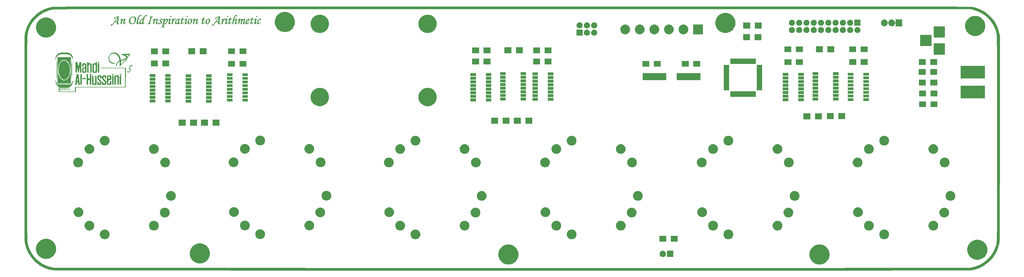
<source format=gts>
G04 #@! TF.GenerationSoftware,KiCad,Pcbnew,(5.0.2)-1*
G04 #@! TF.CreationDate,2019-11-24T00:24:27-05:00*
G04 #@! TF.ProjectId,reidulator_QFP_V5_FINAL,72656964-756c-4617-946f-725f5146505f,rev?*
G04 #@! TF.SameCoordinates,Original*
G04 #@! TF.FileFunction,Soldermask,Top*
G04 #@! TF.FilePolarity,Negative*
%FSLAX46Y46*%
G04 Gerber Fmt 4.6, Leading zero omitted, Abs format (unit mm)*
G04 Created by KiCad (PCBNEW (5.0.2)-1) date 11/24/2019 12:24:27 AM*
%MOMM*%
%LPD*%
G01*
G04 APERTURE LIST*
%ADD10C,0.010000*%
G04 #@! TA.AperFunction,NonConductor*
%ADD11C,0.100000*%
G04 #@! TD*
G04 APERTURE END LIST*
D10*
G04 #@! TO.C,GCU1*
G36*
X63693297Y-62025501D02*
X63919100Y-62088588D01*
X64134545Y-62202107D01*
X64361151Y-62377663D01*
X64580841Y-62597831D01*
X64775534Y-62845192D01*
X64882958Y-63017400D01*
X65089758Y-63458415D01*
X65245707Y-63937369D01*
X65351758Y-64443430D01*
X65408869Y-64965769D01*
X65417994Y-65493557D01*
X65380090Y-66015964D01*
X65296111Y-66522159D01*
X65167015Y-67001314D01*
X64993755Y-67442599D01*
X64777289Y-67835183D01*
X64518572Y-68168238D01*
X64419669Y-68267381D01*
X64134345Y-68490173D01*
X63843928Y-68628757D01*
X63546812Y-68683519D01*
X63241389Y-68654847D01*
X63051267Y-68596914D01*
X62882644Y-68514096D01*
X62712786Y-68388635D01*
X62543220Y-68228703D01*
X62271728Y-67901937D01*
X62042519Y-67514222D01*
X61853185Y-67060510D01*
X61701323Y-66535754D01*
X61669483Y-66395433D01*
X61629343Y-66139435D01*
X61603217Y-65824759D01*
X61591106Y-65476223D01*
X61593009Y-65118647D01*
X61608927Y-64776852D01*
X61638858Y-64475657D01*
X61669483Y-64296033D01*
X61818202Y-63736990D01*
X62007232Y-63251652D01*
X62237049Y-62839018D01*
X62508124Y-62498085D01*
X62527956Y-62477593D01*
X62807688Y-62238372D01*
X63095358Y-62083227D01*
X63390663Y-62012241D01*
X63693297Y-62025501D01*
X63693297Y-62025501D01*
G37*
X63693297Y-62025501D02*
X63919100Y-62088588D01*
X64134545Y-62202107D01*
X64361151Y-62377663D01*
X64580841Y-62597831D01*
X64775534Y-62845192D01*
X64882958Y-63017400D01*
X65089758Y-63458415D01*
X65245707Y-63937369D01*
X65351758Y-64443430D01*
X65408869Y-64965769D01*
X65417994Y-65493557D01*
X65380090Y-66015964D01*
X65296111Y-66522159D01*
X65167015Y-67001314D01*
X64993755Y-67442599D01*
X64777289Y-67835183D01*
X64518572Y-68168238D01*
X64419669Y-68267381D01*
X64134345Y-68490173D01*
X63843928Y-68628757D01*
X63546812Y-68683519D01*
X63241389Y-68654847D01*
X63051267Y-68596914D01*
X62882644Y-68514096D01*
X62712786Y-68388635D01*
X62543220Y-68228703D01*
X62271728Y-67901937D01*
X62042519Y-67514222D01*
X61853185Y-67060510D01*
X61701323Y-66535754D01*
X61669483Y-66395433D01*
X61629343Y-66139435D01*
X61603217Y-65824759D01*
X61591106Y-65476223D01*
X61593009Y-65118647D01*
X61608927Y-64776852D01*
X61638858Y-64475657D01*
X61669483Y-64296033D01*
X61818202Y-63736990D01*
X62007232Y-63251652D01*
X62237049Y-62839018D01*
X62508124Y-62498085D01*
X62527956Y-62477593D01*
X62807688Y-62238372D01*
X63095358Y-62083227D01*
X63390663Y-62012241D01*
X63693297Y-62025501D01*
G36*
X63943018Y-59229427D02*
X64212222Y-59231004D01*
X64421661Y-59234823D01*
X64583787Y-59241733D01*
X64711050Y-59252583D01*
X64815899Y-59268221D01*
X64910786Y-59289496D01*
X65008161Y-59317256D01*
X65040933Y-59327353D01*
X65431616Y-59488650D01*
X65764014Y-59711343D01*
X66038265Y-59995550D01*
X66254508Y-60341388D01*
X66265873Y-60364581D01*
X66346363Y-60564488D01*
X66419453Y-60805072D01*
X66477547Y-61054902D01*
X66513050Y-61282546D01*
X66520323Y-61417531D01*
X66516503Y-61486214D01*
X66504512Y-61492979D01*
X66478784Y-61430999D01*
X66443142Y-61322869D01*
X66273238Y-60910462D01*
X66046924Y-60560742D01*
X65762801Y-60272421D01*
X65419467Y-60044213D01*
X65015524Y-59874829D01*
X64803847Y-59815053D01*
X64650810Y-59789611D01*
X64429810Y-59768882D01*
X64157429Y-59753000D01*
X63850248Y-59742103D01*
X63524848Y-59736327D01*
X63197809Y-59735808D01*
X62885714Y-59740685D01*
X62605142Y-59751091D01*
X62372675Y-59767166D01*
X62204893Y-59789044D01*
X62183433Y-59793476D01*
X61786115Y-59922554D01*
X61435885Y-60119253D01*
X61138254Y-60379421D01*
X60898728Y-60698908D01*
X60838258Y-60807177D01*
X60727866Y-61032097D01*
X60653126Y-61221712D01*
X60602844Y-61411239D01*
X60565823Y-61635896D01*
X60559562Y-61683900D01*
X60521977Y-61980233D01*
X60516622Y-61563010D01*
X60545658Y-61094053D01*
X60644748Y-60672447D01*
X60812913Y-60299501D01*
X61049174Y-59976525D01*
X61352552Y-59704827D01*
X61722067Y-59485716D01*
X62156740Y-59320501D01*
X62204600Y-59306757D01*
X62301918Y-59282712D01*
X62408592Y-59264109D01*
X62536660Y-59250280D01*
X62698158Y-59240557D01*
X62905125Y-59234273D01*
X63169597Y-59230759D01*
X63503612Y-59229347D01*
X63601600Y-59229244D01*
X63943018Y-59229427D01*
X63943018Y-59229427D01*
G37*
X63943018Y-59229427D02*
X64212222Y-59231004D01*
X64421661Y-59234823D01*
X64583787Y-59241733D01*
X64711050Y-59252583D01*
X64815899Y-59268221D01*
X64910786Y-59289496D01*
X65008161Y-59317256D01*
X65040933Y-59327353D01*
X65431616Y-59488650D01*
X65764014Y-59711343D01*
X66038265Y-59995550D01*
X66254508Y-60341388D01*
X66265873Y-60364581D01*
X66346363Y-60564488D01*
X66419453Y-60805072D01*
X66477547Y-61054902D01*
X66513050Y-61282546D01*
X66520323Y-61417531D01*
X66516503Y-61486214D01*
X66504512Y-61492979D01*
X66478784Y-61430999D01*
X66443142Y-61322869D01*
X66273238Y-60910462D01*
X66046924Y-60560742D01*
X65762801Y-60272421D01*
X65419467Y-60044213D01*
X65015524Y-59874829D01*
X64803847Y-59815053D01*
X64650810Y-59789611D01*
X64429810Y-59768882D01*
X64157429Y-59753000D01*
X63850248Y-59742103D01*
X63524848Y-59736327D01*
X63197809Y-59735808D01*
X62885714Y-59740685D01*
X62605142Y-59751091D01*
X62372675Y-59767166D01*
X62204893Y-59789044D01*
X62183433Y-59793476D01*
X61786115Y-59922554D01*
X61435885Y-60119253D01*
X61138254Y-60379421D01*
X60898728Y-60698908D01*
X60838258Y-60807177D01*
X60727866Y-61032097D01*
X60653126Y-61221712D01*
X60602844Y-61411239D01*
X60565823Y-61635896D01*
X60559562Y-61683900D01*
X60521977Y-61980233D01*
X60516622Y-61563010D01*
X60545658Y-61094053D01*
X60644748Y-60672447D01*
X60812913Y-60299501D01*
X61049174Y-59976525D01*
X61352552Y-59704827D01*
X61722067Y-59485716D01*
X62156740Y-59320501D01*
X62204600Y-59306757D01*
X62301918Y-59282712D01*
X62408592Y-59264109D01*
X62536660Y-59250280D01*
X62698158Y-59240557D01*
X62905125Y-59234273D01*
X63169597Y-59230759D01*
X63503612Y-59229347D01*
X63601600Y-59229244D01*
X63943018Y-59229427D01*
G36*
X75530585Y-62519893D02*
X75565072Y-62527864D01*
X75646317Y-62582729D01*
X75674532Y-62673242D01*
X75650371Y-62769578D01*
X75574491Y-62841917D01*
X75558011Y-62849114D01*
X75476187Y-62878419D01*
X75441594Y-62887716D01*
X75401371Y-62871930D01*
X75335807Y-62845745D01*
X75267182Y-62799537D01*
X75248198Y-62718570D01*
X75251141Y-62668511D01*
X75289559Y-62559269D01*
X75381069Y-62510463D01*
X75530585Y-62519893D01*
X75530585Y-62519893D01*
G37*
X75530585Y-62519893D02*
X75565072Y-62527864D01*
X75646317Y-62582729D01*
X75674532Y-62673242D01*
X75650371Y-62769578D01*
X75574491Y-62841917D01*
X75558011Y-62849114D01*
X75476187Y-62878419D01*
X75441594Y-62887716D01*
X75401371Y-62871930D01*
X75335807Y-62845745D01*
X75267182Y-62799537D01*
X75248198Y-62718570D01*
X75251141Y-62668511D01*
X75289559Y-62559269D01*
X75381069Y-62510463D01*
X75530585Y-62519893D01*
G36*
X81170521Y-59273076D02*
X81322909Y-59279008D01*
X81440224Y-59295363D01*
X81547262Y-59326898D01*
X81668816Y-59378369D01*
X81778732Y-59430198D01*
X82134300Y-59644978D01*
X82442109Y-59927470D01*
X82703091Y-60278865D01*
X82918175Y-60700355D01*
X83047462Y-61055293D01*
X83102753Y-61246730D01*
X83150126Y-61437491D01*
X83180619Y-61590976D01*
X83183487Y-61610789D01*
X83203596Y-61749110D01*
X83229795Y-61838749D01*
X83276162Y-61883747D01*
X83356776Y-61888144D01*
X83485714Y-61855981D01*
X83677054Y-61791298D01*
X83737973Y-61769929D01*
X84162733Y-61607270D01*
X84542973Y-61434287D01*
X84862239Y-61258745D01*
X84972828Y-61187060D01*
X85080552Y-61106619D01*
X85129518Y-61045068D01*
X85134647Y-60979579D01*
X85128282Y-60949223D01*
X85074981Y-60826440D01*
X84979275Y-60678632D01*
X84862565Y-60536430D01*
X84790501Y-60465787D01*
X84584733Y-60328974D01*
X84305472Y-60211238D01*
X83962410Y-60115881D01*
X83565238Y-60046204D01*
X83554843Y-60044839D01*
X83503724Y-60033556D01*
X83497034Y-60006598D01*
X83502014Y-59999479D01*
X84858783Y-59999479D01*
X84859150Y-60017052D01*
X84869633Y-60024806D01*
X85088612Y-60175296D01*
X85244885Y-60316222D01*
X85356002Y-60465000D01*
X85403267Y-60554438D01*
X85509100Y-60779644D01*
X85678433Y-60587789D01*
X85798996Y-60436485D01*
X85916716Y-60265659D01*
X85966625Y-60182666D01*
X86085484Y-59969400D01*
X85437459Y-59971889D01*
X85188013Y-59974036D01*
X85014337Y-59978799D01*
X84907553Y-59987004D01*
X84858783Y-59999479D01*
X83502014Y-59999479D01*
X83539284Y-59946207D01*
X83597176Y-59878250D01*
X83731100Y-59723601D01*
X85096350Y-59705699D01*
X85426653Y-59702342D01*
X85728167Y-59701150D01*
X85990913Y-59702017D01*
X86204916Y-59704834D01*
X86360197Y-59709492D01*
X86446778Y-59715884D01*
X86461600Y-59720497D01*
X86435101Y-59800846D01*
X86362822Y-59928862D01*
X86255590Y-60089248D01*
X86124233Y-60266710D01*
X85979577Y-60445953D01*
X85832451Y-60611681D01*
X85825604Y-60618937D01*
X85691532Y-60767419D01*
X85582665Y-60901013D01*
X85510919Y-61004212D01*
X85487933Y-61058436D01*
X85469790Y-61136533D01*
X85422172Y-61262471D01*
X85355295Y-61409301D01*
X85353688Y-61412555D01*
X85311191Y-61490957D01*
X85257002Y-61574164D01*
X85184891Y-61669020D01*
X85088626Y-61782370D01*
X84961976Y-61921057D01*
X84798709Y-62091928D01*
X84592595Y-62301825D01*
X84337403Y-62557593D01*
X84062521Y-62830773D01*
X82905600Y-63977647D01*
X82902624Y-63211773D01*
X82900122Y-62961336D01*
X82895005Y-62736962D01*
X82887844Y-62553718D01*
X82879214Y-62426671D01*
X82870764Y-62373081D01*
X82819572Y-62342731D01*
X82721452Y-62362052D01*
X82590234Y-62421748D01*
X82439746Y-62512521D01*
X82283818Y-62625074D01*
X82136276Y-62750110D01*
X82010950Y-62878334D01*
X81921669Y-63000447D01*
X81912377Y-63017400D01*
X81832825Y-63255428D01*
X81833056Y-63513449D01*
X81912761Y-63794868D01*
X81924983Y-63849542D01*
X81883034Y-63854595D01*
X81843087Y-63844106D01*
X81705007Y-63764504D01*
X81621136Y-63630048D01*
X81594257Y-63453140D01*
X81627150Y-63246185D01*
X81678293Y-63109300D01*
X81777026Y-62949207D01*
X81931425Y-62766195D01*
X82123003Y-62578207D01*
X82333272Y-62403183D01*
X82543743Y-62259065D01*
X82570845Y-62243138D01*
X82744187Y-62143492D01*
X83286600Y-62143492D01*
X83286600Y-63364078D01*
X83800339Y-62883822D01*
X83998978Y-62695388D01*
X84199753Y-62500155D01*
X84383828Y-62316754D01*
X84532369Y-62163813D01*
X84580752Y-62111917D01*
X84701695Y-61968685D01*
X84824914Y-61804464D01*
X84938670Y-61637230D01*
X85031226Y-61484956D01*
X85090843Y-61365618D01*
X85106933Y-61306186D01*
X85076366Y-61315316D01*
X84996256Y-61365433D01*
X84884683Y-61445146D01*
X84548811Y-61660687D01*
X84154107Y-61853568D01*
X83725747Y-62011680D01*
X83673489Y-62027679D01*
X83286600Y-62143492D01*
X82744187Y-62143492D01*
X82849923Y-62082710D01*
X82812729Y-61840972D01*
X82701221Y-61326771D01*
X82534138Y-60864974D01*
X82314083Y-60461293D01*
X82043662Y-60121441D01*
X82016074Y-60093311D01*
X81728701Y-59844749D01*
X81432251Y-59670919D01*
X81109061Y-59562321D01*
X80982079Y-59537252D01*
X80618525Y-59516960D01*
X80275292Y-59575959D01*
X79960921Y-59709695D01*
X79683956Y-59913614D01*
X79452940Y-60183165D01*
X79314889Y-60425835D01*
X79264724Y-60540838D01*
X79231896Y-60645112D01*
X79212805Y-60761794D01*
X79203857Y-60914023D01*
X79201453Y-61124936D01*
X79201433Y-61155623D01*
X79202785Y-61370252D01*
X79209659Y-61523819D01*
X79226277Y-61639922D01*
X79256865Y-61742156D01*
X79305646Y-61854116D01*
X79338647Y-61922068D01*
X79536444Y-62231697D01*
X79793230Y-62487744D01*
X80098103Y-62684413D01*
X80440163Y-62815913D01*
X80808508Y-62876449D01*
X81120882Y-62869248D01*
X81278509Y-62859530D01*
X81355534Y-62870678D01*
X81352531Y-62899497D01*
X81270072Y-62942790D01*
X81108733Y-62997362D01*
X81097293Y-63000711D01*
X80763908Y-63056718D01*
X80415024Y-63042451D01*
X80078446Y-62960392D01*
X79926597Y-62896264D01*
X79619817Y-62700565D01*
X79369720Y-62448520D01*
X79179275Y-62149226D01*
X79051448Y-61811781D01*
X78989206Y-61445282D01*
X78995516Y-61058827D01*
X79073344Y-60661514D01*
X79136039Y-60472106D01*
X79290833Y-60168629D01*
X79512937Y-59883460D01*
X79785000Y-59633963D01*
X80089672Y-59437503D01*
X80238600Y-59368669D01*
X80362645Y-59324895D01*
X80490071Y-59296585D01*
X80644573Y-59280580D01*
X80849847Y-59273726D01*
X80958267Y-59272811D01*
X81170521Y-59273076D01*
X81170521Y-59273076D01*
G37*
X81170521Y-59273076D02*
X81322909Y-59279008D01*
X81440224Y-59295363D01*
X81547262Y-59326898D01*
X81668816Y-59378369D01*
X81778732Y-59430198D01*
X82134300Y-59644978D01*
X82442109Y-59927470D01*
X82703091Y-60278865D01*
X82918175Y-60700355D01*
X83047462Y-61055293D01*
X83102753Y-61246730D01*
X83150126Y-61437491D01*
X83180619Y-61590976D01*
X83183487Y-61610789D01*
X83203596Y-61749110D01*
X83229795Y-61838749D01*
X83276162Y-61883747D01*
X83356776Y-61888144D01*
X83485714Y-61855981D01*
X83677054Y-61791298D01*
X83737973Y-61769929D01*
X84162733Y-61607270D01*
X84542973Y-61434287D01*
X84862239Y-61258745D01*
X84972828Y-61187060D01*
X85080552Y-61106619D01*
X85129518Y-61045068D01*
X85134647Y-60979579D01*
X85128282Y-60949223D01*
X85074981Y-60826440D01*
X84979275Y-60678632D01*
X84862565Y-60536430D01*
X84790501Y-60465787D01*
X84584733Y-60328974D01*
X84305472Y-60211238D01*
X83962410Y-60115881D01*
X83565238Y-60046204D01*
X83554843Y-60044839D01*
X83503724Y-60033556D01*
X83497034Y-60006598D01*
X83502014Y-59999479D01*
X84858783Y-59999479D01*
X84859150Y-60017052D01*
X84869633Y-60024806D01*
X85088612Y-60175296D01*
X85244885Y-60316222D01*
X85356002Y-60465000D01*
X85403267Y-60554438D01*
X85509100Y-60779644D01*
X85678433Y-60587789D01*
X85798996Y-60436485D01*
X85916716Y-60265659D01*
X85966625Y-60182666D01*
X86085484Y-59969400D01*
X85437459Y-59971889D01*
X85188013Y-59974036D01*
X85014337Y-59978799D01*
X84907553Y-59987004D01*
X84858783Y-59999479D01*
X83502014Y-59999479D01*
X83539284Y-59946207D01*
X83597176Y-59878250D01*
X83731100Y-59723601D01*
X85096350Y-59705699D01*
X85426653Y-59702342D01*
X85728167Y-59701150D01*
X85990913Y-59702017D01*
X86204916Y-59704834D01*
X86360197Y-59709492D01*
X86446778Y-59715884D01*
X86461600Y-59720497D01*
X86435101Y-59800846D01*
X86362822Y-59928862D01*
X86255590Y-60089248D01*
X86124233Y-60266710D01*
X85979577Y-60445953D01*
X85832451Y-60611681D01*
X85825604Y-60618937D01*
X85691532Y-60767419D01*
X85582665Y-60901013D01*
X85510919Y-61004212D01*
X85487933Y-61058436D01*
X85469790Y-61136533D01*
X85422172Y-61262471D01*
X85355295Y-61409301D01*
X85353688Y-61412555D01*
X85311191Y-61490957D01*
X85257002Y-61574164D01*
X85184891Y-61669020D01*
X85088626Y-61782370D01*
X84961976Y-61921057D01*
X84798709Y-62091928D01*
X84592595Y-62301825D01*
X84337403Y-62557593D01*
X84062521Y-62830773D01*
X82905600Y-63977647D01*
X82902624Y-63211773D01*
X82900122Y-62961336D01*
X82895005Y-62736962D01*
X82887844Y-62553718D01*
X82879214Y-62426671D01*
X82870764Y-62373081D01*
X82819572Y-62342731D01*
X82721452Y-62362052D01*
X82590234Y-62421748D01*
X82439746Y-62512521D01*
X82283818Y-62625074D01*
X82136276Y-62750110D01*
X82010950Y-62878334D01*
X81921669Y-63000447D01*
X81912377Y-63017400D01*
X81832825Y-63255428D01*
X81833056Y-63513449D01*
X81912761Y-63794868D01*
X81924983Y-63849542D01*
X81883034Y-63854595D01*
X81843087Y-63844106D01*
X81705007Y-63764504D01*
X81621136Y-63630048D01*
X81594257Y-63453140D01*
X81627150Y-63246185D01*
X81678293Y-63109300D01*
X81777026Y-62949207D01*
X81931425Y-62766195D01*
X82123003Y-62578207D01*
X82333272Y-62403183D01*
X82543743Y-62259065D01*
X82570845Y-62243138D01*
X82744187Y-62143492D01*
X83286600Y-62143492D01*
X83286600Y-63364078D01*
X83800339Y-62883822D01*
X83998978Y-62695388D01*
X84199753Y-62500155D01*
X84383828Y-62316754D01*
X84532369Y-62163813D01*
X84580752Y-62111917D01*
X84701695Y-61968685D01*
X84824914Y-61804464D01*
X84938670Y-61637230D01*
X85031226Y-61484956D01*
X85090843Y-61365618D01*
X85106933Y-61306186D01*
X85076366Y-61315316D01*
X84996256Y-61365433D01*
X84884683Y-61445146D01*
X84548811Y-61660687D01*
X84154107Y-61853568D01*
X83725747Y-62011680D01*
X83673489Y-62027679D01*
X83286600Y-62143492D01*
X82744187Y-62143492D01*
X82849923Y-62082710D01*
X82812729Y-61840972D01*
X82701221Y-61326771D01*
X82534138Y-60864974D01*
X82314083Y-60461293D01*
X82043662Y-60121441D01*
X82016074Y-60093311D01*
X81728701Y-59844749D01*
X81432251Y-59670919D01*
X81109061Y-59562321D01*
X80982079Y-59537252D01*
X80618525Y-59516960D01*
X80275292Y-59575959D01*
X79960921Y-59709695D01*
X79683956Y-59913614D01*
X79452940Y-60183165D01*
X79314889Y-60425835D01*
X79264724Y-60540838D01*
X79231896Y-60645112D01*
X79212805Y-60761794D01*
X79203857Y-60914023D01*
X79201453Y-61124936D01*
X79201433Y-61155623D01*
X79202785Y-61370252D01*
X79209659Y-61523819D01*
X79226277Y-61639922D01*
X79256865Y-61742156D01*
X79305646Y-61854116D01*
X79338647Y-61922068D01*
X79536444Y-62231697D01*
X79793230Y-62487744D01*
X80098103Y-62684413D01*
X80440163Y-62815913D01*
X80808508Y-62876449D01*
X81120882Y-62869248D01*
X81278509Y-62859530D01*
X81355534Y-62870678D01*
X81352531Y-62899497D01*
X81270072Y-62942790D01*
X81108733Y-62997362D01*
X81097293Y-63000711D01*
X80763908Y-63056718D01*
X80415024Y-63042451D01*
X80078446Y-62960392D01*
X79926597Y-62896264D01*
X79619817Y-62700565D01*
X79369720Y-62448520D01*
X79179275Y-62149226D01*
X79051448Y-61811781D01*
X78989206Y-61445282D01*
X78995516Y-61058827D01*
X79073344Y-60661514D01*
X79136039Y-60472106D01*
X79290833Y-60168629D01*
X79512937Y-59883460D01*
X79785000Y-59633963D01*
X80089672Y-59437503D01*
X80238600Y-59368669D01*
X80362645Y-59324895D01*
X80490071Y-59296585D01*
X80644573Y-59280580D01*
X80849847Y-59273726D01*
X80958267Y-59272811D01*
X81170521Y-59273076D01*
G36*
X87329433Y-63821733D02*
X87295279Y-63882234D01*
X87256387Y-63919621D01*
X87193446Y-63939457D01*
X87087146Y-63947306D01*
X86918177Y-63948729D01*
X86888609Y-63948733D01*
X86513460Y-63948733D01*
X86404256Y-64213316D01*
X86327466Y-64409618D01*
X86289181Y-64552742D01*
X86291864Y-64666123D01*
X86337978Y-64773196D01*
X86429988Y-64897396D01*
X86482767Y-64960136D01*
X86592377Y-65099306D01*
X86651361Y-65207691D01*
X86672430Y-65310695D01*
X86673267Y-65340901D01*
X86638876Y-65511443D01*
X86547303Y-65694317D01*
X86415943Y-65861777D01*
X86272776Y-65979697D01*
X86110563Y-66053052D01*
X85933952Y-66091356D01*
X85773489Y-66090505D01*
X85678433Y-66059572D01*
X85575832Y-65976879D01*
X85534956Y-65871413D01*
X85530915Y-65804073D01*
X85530267Y-65690912D01*
X85654010Y-65814656D01*
X85798832Y-65908702D01*
X85966977Y-65941657D01*
X86139487Y-65920264D01*
X86297402Y-65851268D01*
X86421765Y-65741413D01*
X86493616Y-65597445D01*
X86503933Y-65512296D01*
X86488097Y-65396510D01*
X86431882Y-65280368D01*
X86333218Y-65149259D01*
X86238070Y-65023889D01*
X86165852Y-64909060D01*
X86137035Y-64843957D01*
X86142202Y-64747429D01*
X86187992Y-64578016D01*
X86274055Y-64336927D01*
X86309741Y-64245600D01*
X86396677Y-64028804D01*
X86466996Y-63877911D01*
X86537412Y-63780997D01*
X86624641Y-63726134D01*
X86745396Y-63701399D01*
X86916393Y-63694863D01*
X87081812Y-63694733D01*
X87395107Y-63694733D01*
X87329433Y-63821733D01*
X87329433Y-63821733D01*
G37*
X87329433Y-63821733D02*
X87295279Y-63882234D01*
X87256387Y-63919621D01*
X87193446Y-63939457D01*
X87087146Y-63947306D01*
X86918177Y-63948729D01*
X86888609Y-63948733D01*
X86513460Y-63948733D01*
X86404256Y-64213316D01*
X86327466Y-64409618D01*
X86289181Y-64552742D01*
X86291864Y-64666123D01*
X86337978Y-64773196D01*
X86429988Y-64897396D01*
X86482767Y-64960136D01*
X86592377Y-65099306D01*
X86651361Y-65207691D01*
X86672430Y-65310695D01*
X86673267Y-65340901D01*
X86638876Y-65511443D01*
X86547303Y-65694317D01*
X86415943Y-65861777D01*
X86272776Y-65979697D01*
X86110563Y-66053052D01*
X85933952Y-66091356D01*
X85773489Y-66090505D01*
X85678433Y-66059572D01*
X85575832Y-65976879D01*
X85534956Y-65871413D01*
X85530915Y-65804073D01*
X85530267Y-65690912D01*
X85654010Y-65814656D01*
X85798832Y-65908702D01*
X85966977Y-65941657D01*
X86139487Y-65920264D01*
X86297402Y-65851268D01*
X86421765Y-65741413D01*
X86493616Y-65597445D01*
X86503933Y-65512296D01*
X86488097Y-65396510D01*
X86431882Y-65280368D01*
X86333218Y-65149259D01*
X86238070Y-65023889D01*
X86165852Y-64909060D01*
X86137035Y-64843957D01*
X86142202Y-64747429D01*
X86187992Y-64578016D01*
X86274055Y-64336927D01*
X86309741Y-64245600D01*
X86396677Y-64028804D01*
X86466996Y-63877911D01*
X86537412Y-63780997D01*
X86624641Y-63726134D01*
X86745396Y-63701399D01*
X86916393Y-63694863D01*
X87081812Y-63694733D01*
X87395107Y-63694733D01*
X87329433Y-63821733D01*
G36*
X75497102Y-63039460D02*
X75560767Y-63077007D01*
X75666600Y-63146351D01*
X75666600Y-64608658D01*
X75665297Y-65039193D01*
X75661466Y-65405924D01*
X75655226Y-65704709D01*
X75646693Y-65931408D01*
X75635985Y-66081877D01*
X75623220Y-66151976D01*
X75622777Y-66152849D01*
X75540943Y-66220714D01*
X75454933Y-66234733D01*
X75336062Y-66204683D01*
X75287089Y-66152849D01*
X75274260Y-66085400D01*
X75263484Y-65937447D01*
X75254879Y-65713133D01*
X75248564Y-65416599D01*
X75244654Y-65051986D01*
X75243268Y-64623436D01*
X75243267Y-64608658D01*
X75243267Y-63146351D01*
X75349100Y-63077007D01*
X75431955Y-63032215D01*
X75497102Y-63039460D01*
X75497102Y-63039460D01*
G37*
X75497102Y-63039460D02*
X75560767Y-63077007D01*
X75666600Y-63146351D01*
X75666600Y-64608658D01*
X75665297Y-65039193D01*
X75661466Y-65405924D01*
X75655226Y-65704709D01*
X75646693Y-65931408D01*
X75635985Y-66081877D01*
X75623220Y-66151976D01*
X75622777Y-66152849D01*
X75540943Y-66220714D01*
X75454933Y-66234733D01*
X75336062Y-66204683D01*
X75287089Y-66152849D01*
X75274260Y-66085400D01*
X75263484Y-65937447D01*
X75254879Y-65713133D01*
X75248564Y-65416599D01*
X75244654Y-65051986D01*
X75243268Y-64623436D01*
X75243267Y-64608658D01*
X75243267Y-63146351D01*
X75349100Y-63077007D01*
X75431955Y-63032215D01*
X75497102Y-63039460D01*
G36*
X71878569Y-62532973D02*
X71945340Y-62610482D01*
X71977976Y-62752105D01*
X71983600Y-62885456D01*
X71983600Y-63097746D01*
X72130407Y-63036406D01*
X72330913Y-62984424D01*
X72539181Y-62983411D01*
X72733315Y-63028447D01*
X72891421Y-63114613D01*
X72987804Y-63229066D01*
X73003679Y-63286197D01*
X73016427Y-63391733D01*
X73026278Y-63552054D01*
X73033459Y-63773539D01*
X73038201Y-64062567D01*
X73040733Y-64425518D01*
X73041309Y-64718292D01*
X73041195Y-65116210D01*
X73039642Y-65437626D01*
X73035431Y-65690706D01*
X73027339Y-65883614D01*
X73014146Y-66024515D01*
X72994630Y-66121574D01*
X72967572Y-66182956D01*
X72931750Y-66216826D01*
X72885942Y-66231348D01*
X72828928Y-66234688D01*
X72814543Y-66234733D01*
X72762016Y-66232536D01*
X72719827Y-66220374D01*
X72686844Y-66189888D01*
X72661935Y-66132720D01*
X72643966Y-66040510D01*
X72631805Y-65904901D01*
X72624321Y-65717534D01*
X72620380Y-65470051D01*
X72618851Y-65154092D01*
X72618600Y-64788422D01*
X72618789Y-64402218D01*
X72618061Y-64092306D01*
X72614470Y-63850321D01*
X72606073Y-63667895D01*
X72590924Y-63536661D01*
X72567080Y-63448252D01*
X72532597Y-63394300D01*
X72485529Y-63366439D01*
X72423933Y-63356301D01*
X72345864Y-63355520D01*
X72285740Y-63356066D01*
X72204568Y-63356669D01*
X72139410Y-63364062D01*
X72088508Y-63386625D01*
X72050102Y-63432736D01*
X72022433Y-63510774D01*
X72003743Y-63629118D01*
X71992272Y-63796146D01*
X71986263Y-64020237D01*
X71983956Y-64309769D01*
X71983593Y-64673121D01*
X71983600Y-64795400D01*
X71983129Y-65168771D01*
X71981426Y-65466433D01*
X71978058Y-65697340D01*
X71972590Y-65870446D01*
X71964590Y-65994705D01*
X71953622Y-66079070D01*
X71939253Y-66132496D01*
X71921049Y-66163937D01*
X71917076Y-66168209D01*
X71828643Y-66222806D01*
X71771933Y-66234733D01*
X71678779Y-66206102D01*
X71626790Y-66168209D01*
X71610046Y-66143207D01*
X71596319Y-66099727D01*
X71585319Y-66030009D01*
X71576756Y-65926292D01*
X71570340Y-65780818D01*
X71565781Y-65585827D01*
X71562790Y-65333560D01*
X71561076Y-65016256D01*
X71560350Y-64626156D01*
X71560267Y-64387426D01*
X71561379Y-63910230D01*
X71564669Y-63501633D01*
X71570066Y-63164570D01*
X71577496Y-62901976D01*
X71586890Y-62716786D01*
X71598175Y-62611934D01*
X71604089Y-62591283D01*
X71685923Y-62523418D01*
X71771933Y-62509400D01*
X71878569Y-62532973D01*
X71878569Y-62532973D01*
G37*
X71878569Y-62532973D02*
X71945340Y-62610482D01*
X71977976Y-62752105D01*
X71983600Y-62885456D01*
X71983600Y-63097746D01*
X72130407Y-63036406D01*
X72330913Y-62984424D01*
X72539181Y-62983411D01*
X72733315Y-63028447D01*
X72891421Y-63114613D01*
X72987804Y-63229066D01*
X73003679Y-63286197D01*
X73016427Y-63391733D01*
X73026278Y-63552054D01*
X73033459Y-63773539D01*
X73038201Y-64062567D01*
X73040733Y-64425518D01*
X73041309Y-64718292D01*
X73041195Y-65116210D01*
X73039642Y-65437626D01*
X73035431Y-65690706D01*
X73027339Y-65883614D01*
X73014146Y-66024515D01*
X72994630Y-66121574D01*
X72967572Y-66182956D01*
X72931750Y-66216826D01*
X72885942Y-66231348D01*
X72828928Y-66234688D01*
X72814543Y-66234733D01*
X72762016Y-66232536D01*
X72719827Y-66220374D01*
X72686844Y-66189888D01*
X72661935Y-66132720D01*
X72643966Y-66040510D01*
X72631805Y-65904901D01*
X72624321Y-65717534D01*
X72620380Y-65470051D01*
X72618851Y-65154092D01*
X72618600Y-64788422D01*
X72618789Y-64402218D01*
X72618061Y-64092306D01*
X72614470Y-63850321D01*
X72606073Y-63667895D01*
X72590924Y-63536661D01*
X72567080Y-63448252D01*
X72532597Y-63394300D01*
X72485529Y-63366439D01*
X72423933Y-63356301D01*
X72345864Y-63355520D01*
X72285740Y-63356066D01*
X72204568Y-63356669D01*
X72139410Y-63364062D01*
X72088508Y-63386625D01*
X72050102Y-63432736D01*
X72022433Y-63510774D01*
X72003743Y-63629118D01*
X71992272Y-63796146D01*
X71986263Y-64020237D01*
X71983956Y-64309769D01*
X71983593Y-64673121D01*
X71983600Y-64795400D01*
X71983129Y-65168771D01*
X71981426Y-65466433D01*
X71978058Y-65697340D01*
X71972590Y-65870446D01*
X71964590Y-65994705D01*
X71953622Y-66079070D01*
X71939253Y-66132496D01*
X71921049Y-66163937D01*
X71917076Y-66168209D01*
X71828643Y-66222806D01*
X71771933Y-66234733D01*
X71678779Y-66206102D01*
X71626790Y-66168209D01*
X71610046Y-66143207D01*
X71596319Y-66099727D01*
X71585319Y-66030009D01*
X71576756Y-65926292D01*
X71570340Y-65780818D01*
X71565781Y-65585827D01*
X71562790Y-65333560D01*
X71561076Y-65016256D01*
X71560350Y-64626156D01*
X71560267Y-64387426D01*
X71561379Y-63910230D01*
X71564669Y-63501633D01*
X71570066Y-63164570D01*
X71577496Y-62901976D01*
X71586890Y-62716786D01*
X71598175Y-62611934D01*
X71604089Y-62591283D01*
X71685923Y-62523418D01*
X71771933Y-62509400D01*
X71878569Y-62532973D01*
G36*
X69191467Y-62509844D02*
X69245567Y-62516053D01*
X69289467Y-62535340D01*
X69324231Y-62575019D01*
X69350924Y-62642402D01*
X69370612Y-62744804D01*
X69384359Y-62889538D01*
X69393231Y-63083916D01*
X69398294Y-63335254D01*
X69400612Y-63650863D01*
X69401250Y-64038058D01*
X69401267Y-64398683D01*
X69401126Y-64840473D01*
X69400176Y-65205019D01*
X69397625Y-65499743D01*
X69392681Y-65732068D01*
X69384551Y-65909416D01*
X69372443Y-66039210D01*
X69355566Y-66128871D01*
X69333127Y-66185824D01*
X69304333Y-66217490D01*
X69268394Y-66231291D01*
X69224516Y-66234650D01*
X69205324Y-66234733D01*
X69138725Y-66231267D01*
X69086566Y-66214739D01*
X69047088Y-66175950D01*
X69018530Y-66105703D01*
X68999132Y-65994801D01*
X68987135Y-65834045D01*
X68980779Y-65614238D01*
X68978303Y-65326183D01*
X68977933Y-65046376D01*
X68976615Y-64757522D01*
X68972909Y-64498833D01*
X68967183Y-64281661D01*
X68959808Y-64117356D01*
X68951154Y-64017270D01*
X68943546Y-63991066D01*
X68926993Y-64030930D01*
X68898003Y-64143245D01*
X68858934Y-64317100D01*
X68812143Y-64541583D01*
X68759987Y-64805781D01*
X68708071Y-65081150D01*
X68652526Y-65375521D01*
X68599689Y-65642966D01*
X68552019Y-65872006D01*
X68511978Y-66051160D01*
X68482023Y-66168951D01*
X68465529Y-66213212D01*
X68431957Y-66231864D01*
X68401242Y-66209083D01*
X68370480Y-66136041D01*
X68336765Y-66003913D01*
X68297190Y-65803870D01*
X68258612Y-65584629D01*
X68201876Y-65252569D01*
X68157214Y-64994616D01*
X68122471Y-64801410D01*
X68095490Y-64663596D01*
X68074119Y-64571816D01*
X68056200Y-64516714D01*
X68039581Y-64488931D01*
X68022105Y-64479112D01*
X68003727Y-64477900D01*
X67981253Y-64489292D01*
X67964175Y-64530444D01*
X67951522Y-64611817D01*
X67942322Y-64743872D01*
X67935602Y-64937072D01*
X67930392Y-65201879D01*
X67929218Y-65279965D01*
X67924020Y-65568784D01*
X67917185Y-65784701D01*
X67907633Y-65939476D01*
X67894285Y-66044874D01*
X67876060Y-66112655D01*
X67851879Y-66154583D01*
X67848574Y-66158382D01*
X67743023Y-66223608D01*
X67625117Y-66223991D01*
X67533200Y-66164777D01*
X67517729Y-66130943D01*
X67504800Y-66065176D01*
X67494114Y-65960241D01*
X67485372Y-65808907D01*
X67478276Y-65603940D01*
X67472527Y-65338107D01*
X67467825Y-65004175D01*
X67463873Y-64594912D01*
X67462823Y-64460860D01*
X67460662Y-64093757D01*
X67459786Y-63750685D01*
X67460136Y-63441466D01*
X67461649Y-63175922D01*
X67464267Y-62963873D01*
X67467927Y-62815142D01*
X67472570Y-62739550D01*
X67473470Y-62734610D01*
X67544580Y-62597927D01*
X67666346Y-62521170D01*
X67748600Y-62509400D01*
X67855401Y-62521601D01*
X67938388Y-62565846D01*
X68004634Y-62653599D01*
X68061217Y-62796320D01*
X68115211Y-63005474D01*
X68146619Y-63154226D01*
X68199019Y-63399116D01*
X68245280Y-63571943D01*
X68291092Y-63684480D01*
X68342144Y-63748499D01*
X68404127Y-63775774D01*
X68448767Y-63779400D01*
X68517089Y-63770169D01*
X68570791Y-63734350D01*
X68615677Y-63659752D01*
X68657551Y-63534183D01*
X68702216Y-63345454D01*
X68737531Y-63172873D01*
X68793379Y-62916777D01*
X68847838Y-62733861D01*
X68907418Y-62613005D01*
X68978633Y-62543092D01*
X69067993Y-62513003D01*
X69126100Y-62509400D01*
X69191467Y-62509844D01*
X69191467Y-62509844D01*
G37*
X69191467Y-62509844D02*
X69245567Y-62516053D01*
X69289467Y-62535340D01*
X69324231Y-62575019D01*
X69350924Y-62642402D01*
X69370612Y-62744804D01*
X69384359Y-62889538D01*
X69393231Y-63083916D01*
X69398294Y-63335254D01*
X69400612Y-63650863D01*
X69401250Y-64038058D01*
X69401267Y-64398683D01*
X69401126Y-64840473D01*
X69400176Y-65205019D01*
X69397625Y-65499743D01*
X69392681Y-65732068D01*
X69384551Y-65909416D01*
X69372443Y-66039210D01*
X69355566Y-66128871D01*
X69333127Y-66185824D01*
X69304333Y-66217490D01*
X69268394Y-66231291D01*
X69224516Y-66234650D01*
X69205324Y-66234733D01*
X69138725Y-66231267D01*
X69086566Y-66214739D01*
X69047088Y-66175950D01*
X69018530Y-66105703D01*
X68999132Y-65994801D01*
X68987135Y-65834045D01*
X68980779Y-65614238D01*
X68978303Y-65326183D01*
X68977933Y-65046376D01*
X68976615Y-64757522D01*
X68972909Y-64498833D01*
X68967183Y-64281661D01*
X68959808Y-64117356D01*
X68951154Y-64017270D01*
X68943546Y-63991066D01*
X68926993Y-64030930D01*
X68898003Y-64143245D01*
X68858934Y-64317100D01*
X68812143Y-64541583D01*
X68759987Y-64805781D01*
X68708071Y-65081150D01*
X68652526Y-65375521D01*
X68599689Y-65642966D01*
X68552019Y-65872006D01*
X68511978Y-66051160D01*
X68482023Y-66168951D01*
X68465529Y-66213212D01*
X68431957Y-66231864D01*
X68401242Y-66209083D01*
X68370480Y-66136041D01*
X68336765Y-66003913D01*
X68297190Y-65803870D01*
X68258612Y-65584629D01*
X68201876Y-65252569D01*
X68157214Y-64994616D01*
X68122471Y-64801410D01*
X68095490Y-64663596D01*
X68074119Y-64571816D01*
X68056200Y-64516714D01*
X68039581Y-64488931D01*
X68022105Y-64479112D01*
X68003727Y-64477900D01*
X67981253Y-64489292D01*
X67964175Y-64530444D01*
X67951522Y-64611817D01*
X67942322Y-64743872D01*
X67935602Y-64937072D01*
X67930392Y-65201879D01*
X67929218Y-65279965D01*
X67924020Y-65568784D01*
X67917185Y-65784701D01*
X67907633Y-65939476D01*
X67894285Y-66044874D01*
X67876060Y-66112655D01*
X67851879Y-66154583D01*
X67848574Y-66158382D01*
X67743023Y-66223608D01*
X67625117Y-66223991D01*
X67533200Y-66164777D01*
X67517729Y-66130943D01*
X67504800Y-66065176D01*
X67494114Y-65960241D01*
X67485372Y-65808907D01*
X67478276Y-65603940D01*
X67472527Y-65338107D01*
X67467825Y-65004175D01*
X67463873Y-64594912D01*
X67462823Y-64460860D01*
X67460662Y-64093757D01*
X67459786Y-63750685D01*
X67460136Y-63441466D01*
X67461649Y-63175922D01*
X67464267Y-62963873D01*
X67467927Y-62815142D01*
X67472570Y-62739550D01*
X67473470Y-62734610D01*
X67544580Y-62597927D01*
X67666346Y-62521170D01*
X67748600Y-62509400D01*
X67855401Y-62521601D01*
X67938388Y-62565846D01*
X68004634Y-62653599D01*
X68061217Y-62796320D01*
X68115211Y-63005474D01*
X68146619Y-63154226D01*
X68199019Y-63399116D01*
X68245280Y-63571943D01*
X68291092Y-63684480D01*
X68342144Y-63748499D01*
X68404127Y-63775774D01*
X68448767Y-63779400D01*
X68517089Y-63770169D01*
X68570791Y-63734350D01*
X68615677Y-63659752D01*
X68657551Y-63534183D01*
X68702216Y-63345454D01*
X68737531Y-63172873D01*
X68793379Y-62916777D01*
X68847838Y-62733861D01*
X68907418Y-62613005D01*
X68978633Y-62543092D01*
X69067993Y-62513003D01*
X69126100Y-62509400D01*
X69191467Y-62509844D01*
G36*
X74732064Y-62511855D02*
X74776884Y-62524130D01*
X74813189Y-62553583D01*
X74841874Y-62607575D01*
X74863836Y-62693465D01*
X74879971Y-62818615D01*
X74891174Y-62990383D01*
X74898342Y-63216131D01*
X74902371Y-63503217D01*
X74904156Y-63859002D01*
X74904595Y-64290847D01*
X74904600Y-64372066D01*
X74904236Y-64800475D01*
X74902949Y-65152169D01*
X74900441Y-65435098D01*
X74896416Y-65657210D01*
X74890579Y-65826454D01*
X74882632Y-65950781D01*
X74872280Y-66038139D01*
X74859227Y-66096478D01*
X74843176Y-66133747D01*
X74838699Y-66140647D01*
X74747960Y-66210863D01*
X74629211Y-66235500D01*
X74520996Y-66209162D01*
X74494597Y-66188797D01*
X74432508Y-66168564D01*
X74329296Y-66204672D01*
X74318900Y-66209964D01*
X74183678Y-66251612D01*
X74004542Y-66271694D01*
X73819808Y-66268820D01*
X73667790Y-66241599D01*
X73647651Y-66234327D01*
X73558387Y-66172471D01*
X73478318Y-66080122D01*
X73456530Y-66040676D01*
X73439284Y-65989888D01*
X73426055Y-65918136D01*
X73416322Y-65815796D01*
X73409562Y-65673247D01*
X73405252Y-65480866D01*
X73402871Y-65229031D01*
X73401895Y-64908119D01*
X73401767Y-64670261D01*
X73402603Y-64315022D01*
X73803923Y-64315022D01*
X73803933Y-64610083D01*
X73804215Y-64954340D01*
X73805515Y-65223972D01*
X73808517Y-65429022D01*
X73813906Y-65579531D01*
X73822364Y-65685541D01*
X73834575Y-65757093D01*
X73851223Y-65804230D01*
X73872991Y-65836992D01*
X73888600Y-65853733D01*
X74019220Y-65924485D01*
X74142600Y-65938400D01*
X74314038Y-65908465D01*
X74396600Y-65853733D01*
X74421728Y-65824752D01*
X74441330Y-65787352D01*
X74456091Y-65731492D01*
X74466692Y-65647130D01*
X74473818Y-65524224D01*
X74478153Y-65352733D01*
X74480381Y-65122615D01*
X74481184Y-64823828D01*
X74481267Y-64610083D01*
X74481202Y-64248327D01*
X74479436Y-63962341D01*
X74473604Y-63743230D01*
X74461344Y-63582100D01*
X74440296Y-63470057D01*
X74408095Y-63398206D01*
X74362381Y-63357652D01*
X74300791Y-63339503D01*
X74220963Y-63334862D01*
X74142600Y-63334900D01*
X74046524Y-63335141D01*
X73970571Y-63341794D01*
X73912379Y-63363753D01*
X73869585Y-63409912D01*
X73839829Y-63489167D01*
X73820746Y-63610411D01*
X73809976Y-63782538D01*
X73805156Y-64014444D01*
X73803923Y-64315022D01*
X73402603Y-64315022D01*
X73402698Y-64274663D01*
X73405702Y-63955761D01*
X73411096Y-63705602D01*
X73419196Y-63516235D01*
X73430320Y-63379707D01*
X73444782Y-63288066D01*
X73458589Y-63242620D01*
X73557065Y-63111162D01*
X73712276Y-63021518D01*
X73904852Y-62978401D01*
X74115423Y-62986523D01*
X74297296Y-63038566D01*
X74398121Y-63079141D01*
X74459424Y-63100899D01*
X74465270Y-63102066D01*
X74473834Y-63063659D01*
X74479639Y-62964124D01*
X74481267Y-62856533D01*
X74493036Y-62677897D01*
X74532952Y-62569016D01*
X74607925Y-62517685D01*
X74677833Y-62509400D01*
X74732064Y-62511855D01*
X74732064Y-62511855D01*
G37*
X74732064Y-62511855D02*
X74776884Y-62524130D01*
X74813189Y-62553583D01*
X74841874Y-62607575D01*
X74863836Y-62693465D01*
X74879971Y-62818615D01*
X74891174Y-62990383D01*
X74898342Y-63216131D01*
X74902371Y-63503217D01*
X74904156Y-63859002D01*
X74904595Y-64290847D01*
X74904600Y-64372066D01*
X74904236Y-64800475D01*
X74902949Y-65152169D01*
X74900441Y-65435098D01*
X74896416Y-65657210D01*
X74890579Y-65826454D01*
X74882632Y-65950781D01*
X74872280Y-66038139D01*
X74859227Y-66096478D01*
X74843176Y-66133747D01*
X74838699Y-66140647D01*
X74747960Y-66210863D01*
X74629211Y-66235500D01*
X74520996Y-66209162D01*
X74494597Y-66188797D01*
X74432508Y-66168564D01*
X74329296Y-66204672D01*
X74318900Y-66209964D01*
X74183678Y-66251612D01*
X74004542Y-66271694D01*
X73819808Y-66268820D01*
X73667790Y-66241599D01*
X73647651Y-66234327D01*
X73558387Y-66172471D01*
X73478318Y-66080122D01*
X73456530Y-66040676D01*
X73439284Y-65989888D01*
X73426055Y-65918136D01*
X73416322Y-65815796D01*
X73409562Y-65673247D01*
X73405252Y-65480866D01*
X73402871Y-65229031D01*
X73401895Y-64908119D01*
X73401767Y-64670261D01*
X73402603Y-64315022D01*
X73803923Y-64315022D01*
X73803933Y-64610083D01*
X73804215Y-64954340D01*
X73805515Y-65223972D01*
X73808517Y-65429022D01*
X73813906Y-65579531D01*
X73822364Y-65685541D01*
X73834575Y-65757093D01*
X73851223Y-65804230D01*
X73872991Y-65836992D01*
X73888600Y-65853733D01*
X74019220Y-65924485D01*
X74142600Y-65938400D01*
X74314038Y-65908465D01*
X74396600Y-65853733D01*
X74421728Y-65824752D01*
X74441330Y-65787352D01*
X74456091Y-65731492D01*
X74466692Y-65647130D01*
X74473818Y-65524224D01*
X74478153Y-65352733D01*
X74480381Y-65122615D01*
X74481184Y-64823828D01*
X74481267Y-64610083D01*
X74481202Y-64248327D01*
X74479436Y-63962341D01*
X74473604Y-63743230D01*
X74461344Y-63582100D01*
X74440296Y-63470057D01*
X74408095Y-63398206D01*
X74362381Y-63357652D01*
X74300791Y-63339503D01*
X74220963Y-63334862D01*
X74142600Y-63334900D01*
X74046524Y-63335141D01*
X73970571Y-63341794D01*
X73912379Y-63363753D01*
X73869585Y-63409912D01*
X73839829Y-63489167D01*
X73820746Y-63610411D01*
X73809976Y-63782538D01*
X73805156Y-64014444D01*
X73803923Y-64315022D01*
X73402603Y-64315022D01*
X73402698Y-64274663D01*
X73405702Y-63955761D01*
X73411096Y-63705602D01*
X73419196Y-63516235D01*
X73430320Y-63379707D01*
X73444782Y-63288066D01*
X73458589Y-63242620D01*
X73557065Y-63111162D01*
X73712276Y-63021518D01*
X73904852Y-62978401D01*
X74115423Y-62986523D01*
X74297296Y-63038566D01*
X74398121Y-63079141D01*
X74459424Y-63100899D01*
X74465270Y-63102066D01*
X74473834Y-63063659D01*
X74479639Y-62964124D01*
X74481267Y-62856533D01*
X74493036Y-62677897D01*
X74532952Y-62569016D01*
X74607925Y-62517685D01*
X74677833Y-62509400D01*
X74732064Y-62511855D01*
G36*
X70678163Y-62984310D02*
X70881741Y-63028618D01*
X71046742Y-63107912D01*
X71137768Y-63198012D01*
X71155748Y-63238479D01*
X71170451Y-63305899D01*
X71182318Y-63408767D01*
X71191791Y-63555579D01*
X71199310Y-63754830D01*
X71205315Y-64015015D01*
X71210249Y-64344632D01*
X71213692Y-64661164D01*
X71216968Y-65044540D01*
X71218357Y-65352304D01*
X71217528Y-65593500D01*
X71214150Y-65777167D01*
X71207891Y-65912347D01*
X71198419Y-66008082D01*
X71185405Y-66073412D01*
X71168516Y-66117380D01*
X71159799Y-66132247D01*
X71068813Y-66208766D01*
X70949846Y-66236599D01*
X70839410Y-66209975D01*
X70810301Y-66187500D01*
X70751459Y-66166223D01*
X70665415Y-66208667D01*
X70534247Y-66258186D01*
X70328179Y-66276917D01*
X70304374Y-66277066D01*
X70142278Y-66270694D01*
X70033288Y-66246065D01*
X69946434Y-66194908D01*
X69922210Y-66175001D01*
X69875200Y-66132256D01*
X69842240Y-66088340D01*
X69820404Y-66027923D01*
X69806769Y-65935672D01*
X69798409Y-65796256D01*
X69792401Y-65594345D01*
X69789719Y-65480453D01*
X69787079Y-65181560D01*
X69787344Y-65176875D01*
X70168347Y-65176875D01*
X70168772Y-65359997D01*
X70178742Y-65545579D01*
X70197195Y-65709635D01*
X70223073Y-65828183D01*
X70242533Y-65868492D01*
X70331709Y-65919600D01*
X70463288Y-65937972D01*
X70601595Y-65923619D01*
X70710958Y-65876552D01*
X70720850Y-65868338D01*
X70752695Y-65830008D01*
X70774524Y-65772879D01*
X70788153Y-65682045D01*
X70795397Y-65542602D01*
X70798070Y-65339646D01*
X70798267Y-65232532D01*
X70798267Y-64666786D01*
X70681850Y-64693005D01*
X70485572Y-64739013D01*
X70355892Y-64776198D01*
X70276340Y-64812114D01*
X70230449Y-64854321D01*
X70201749Y-64910376D01*
X70200365Y-64913948D01*
X70178525Y-65020197D01*
X70168347Y-65176875D01*
X69787344Y-65176875D01*
X69799922Y-64954580D01*
X69835852Y-64787123D01*
X69902474Y-64666802D01*
X70007395Y-64581229D01*
X70158218Y-64518017D01*
X70362550Y-64464777D01*
X70421136Y-64451948D01*
X70580838Y-64409672D01*
X70688225Y-64353268D01*
X70753415Y-64266623D01*
X70786527Y-64133622D01*
X70797679Y-63938152D01*
X70798267Y-63851366D01*
X70792438Y-63635156D01*
X70775649Y-63484473D01*
X70748941Y-63408442D01*
X70747467Y-63406866D01*
X70676647Y-63376097D01*
X70557659Y-63358046D01*
X70501933Y-63356066D01*
X70373536Y-63366514D01*
X70278011Y-63392846D01*
X70256400Y-63406866D01*
X70228952Y-63478515D01*
X70211438Y-63620536D01*
X70205600Y-63809033D01*
X70202072Y-63969491D01*
X70192673Y-64091436D01*
X70179179Y-64155217D01*
X70173850Y-64160163D01*
X70115735Y-64149561D01*
X70011750Y-64123596D01*
X69983680Y-64115931D01*
X69887027Y-64078142D01*
X69824970Y-64018595D01*
X69791909Y-63921533D01*
X69782244Y-63771194D01*
X69789375Y-63569183D01*
X69804970Y-63396163D01*
X69833157Y-63281000D01*
X69881773Y-63197017D01*
X69907390Y-63167563D01*
X70050622Y-63066615D01*
X70241138Y-63002777D01*
X70457474Y-62975519D01*
X70678163Y-62984310D01*
X70678163Y-62984310D01*
G37*
X70678163Y-62984310D02*
X70881741Y-63028618D01*
X71046742Y-63107912D01*
X71137768Y-63198012D01*
X71155748Y-63238479D01*
X71170451Y-63305899D01*
X71182318Y-63408767D01*
X71191791Y-63555579D01*
X71199310Y-63754830D01*
X71205315Y-64015015D01*
X71210249Y-64344632D01*
X71213692Y-64661164D01*
X71216968Y-65044540D01*
X71218357Y-65352304D01*
X71217528Y-65593500D01*
X71214150Y-65777167D01*
X71207891Y-65912347D01*
X71198419Y-66008082D01*
X71185405Y-66073412D01*
X71168516Y-66117380D01*
X71159799Y-66132247D01*
X71068813Y-66208766D01*
X70949846Y-66236599D01*
X70839410Y-66209975D01*
X70810301Y-66187500D01*
X70751459Y-66166223D01*
X70665415Y-66208667D01*
X70534247Y-66258186D01*
X70328179Y-66276917D01*
X70304374Y-66277066D01*
X70142278Y-66270694D01*
X70033288Y-66246065D01*
X69946434Y-66194908D01*
X69922210Y-66175001D01*
X69875200Y-66132256D01*
X69842240Y-66088340D01*
X69820404Y-66027923D01*
X69806769Y-65935672D01*
X69798409Y-65796256D01*
X69792401Y-65594345D01*
X69789719Y-65480453D01*
X69787079Y-65181560D01*
X69787344Y-65176875D01*
X70168347Y-65176875D01*
X70168772Y-65359997D01*
X70178742Y-65545579D01*
X70197195Y-65709635D01*
X70223073Y-65828183D01*
X70242533Y-65868492D01*
X70331709Y-65919600D01*
X70463288Y-65937972D01*
X70601595Y-65923619D01*
X70710958Y-65876552D01*
X70720850Y-65868338D01*
X70752695Y-65830008D01*
X70774524Y-65772879D01*
X70788153Y-65682045D01*
X70795397Y-65542602D01*
X70798070Y-65339646D01*
X70798267Y-65232532D01*
X70798267Y-64666786D01*
X70681850Y-64693005D01*
X70485572Y-64739013D01*
X70355892Y-64776198D01*
X70276340Y-64812114D01*
X70230449Y-64854321D01*
X70201749Y-64910376D01*
X70200365Y-64913948D01*
X70178525Y-65020197D01*
X70168347Y-65176875D01*
X69787344Y-65176875D01*
X69799922Y-64954580D01*
X69835852Y-64787123D01*
X69902474Y-64666802D01*
X70007395Y-64581229D01*
X70158218Y-64518017D01*
X70362550Y-64464777D01*
X70421136Y-64451948D01*
X70580838Y-64409672D01*
X70688225Y-64353268D01*
X70753415Y-64266623D01*
X70786527Y-64133622D01*
X70797679Y-63938152D01*
X70798267Y-63851366D01*
X70792438Y-63635156D01*
X70775649Y-63484473D01*
X70748941Y-63408442D01*
X70747467Y-63406866D01*
X70676647Y-63376097D01*
X70557659Y-63358046D01*
X70501933Y-63356066D01*
X70373536Y-63366514D01*
X70278011Y-63392846D01*
X70256400Y-63406866D01*
X70228952Y-63478515D01*
X70211438Y-63620536D01*
X70205600Y-63809033D01*
X70202072Y-63969491D01*
X70192673Y-64091436D01*
X70179179Y-64155217D01*
X70173850Y-64160163D01*
X70115735Y-64149561D01*
X70011750Y-64123596D01*
X69983680Y-64115931D01*
X69887027Y-64078142D01*
X69824970Y-64018595D01*
X69791909Y-63921533D01*
X69782244Y-63771194D01*
X69789375Y-63569183D01*
X69804970Y-63396163D01*
X69833157Y-63281000D01*
X69881773Y-63197017D01*
X69907390Y-63167563D01*
X70050622Y-63066615D01*
X70241138Y-63002777D01*
X70457474Y-62975519D01*
X70678163Y-62984310D01*
G36*
X83223100Y-66735030D02*
X83306535Y-66812296D01*
X83329469Y-66919613D01*
X83285527Y-67022750D01*
X83278133Y-67030600D01*
X83193740Y-67068245D01*
X83071918Y-67076468D01*
X82958517Y-67053363D01*
X82920531Y-67000034D01*
X82905600Y-66907631D01*
X82940209Y-66790612D01*
X83029937Y-66721853D01*
X83153634Y-66712854D01*
X83223100Y-66735030D01*
X83223100Y-66735030D01*
G37*
X83223100Y-66735030D02*
X83306535Y-66812296D01*
X83329469Y-66919613D01*
X83285527Y-67022750D01*
X83278133Y-67030600D01*
X83193740Y-67068245D01*
X83071918Y-67076468D01*
X82958517Y-67053363D01*
X82920531Y-67000034D01*
X82905600Y-66907631D01*
X82940209Y-66790612D01*
X83029937Y-66721853D01*
X83153634Y-66712854D01*
X83223100Y-66735030D01*
G36*
X80575879Y-66725922D02*
X80598433Y-66735030D01*
X80686102Y-66809149D01*
X80708899Y-66904193D01*
X80674014Y-66996634D01*
X80588635Y-67062947D01*
X80492600Y-67081400D01*
X80389363Y-67062918D01*
X80331733Y-67030600D01*
X80277472Y-66932214D01*
X80290530Y-66835071D01*
X80355134Y-66756653D01*
X80455509Y-66714443D01*
X80575879Y-66725922D01*
X80575879Y-66725922D01*
G37*
X80575879Y-66725922D02*
X80598433Y-66735030D01*
X80686102Y-66809149D01*
X80708899Y-66904193D01*
X80674014Y-66996634D01*
X80588635Y-67062947D01*
X80492600Y-67081400D01*
X80389363Y-67062918D01*
X80331733Y-67030600D01*
X80277472Y-66932214D01*
X80290530Y-66835071D01*
X80355134Y-66756653D01*
X80455509Y-66714443D01*
X80575879Y-66725922D01*
G36*
X60949230Y-62210763D02*
X60959163Y-62260431D01*
X60967810Y-62388805D01*
X60975180Y-62596682D01*
X60981287Y-62884857D01*
X60986142Y-63254128D01*
X60989756Y-63705292D01*
X60992143Y-64239145D01*
X60993313Y-64856484D01*
X60993446Y-65176400D01*
X60992845Y-65833337D01*
X60991033Y-66406412D01*
X60987998Y-66896423D01*
X60983729Y-67304167D01*
X60978213Y-67630439D01*
X60971439Y-67876037D01*
X60963396Y-68041757D01*
X60954070Y-68128397D01*
X60949230Y-68142036D01*
X60935632Y-68122158D01*
X60923012Y-68032465D01*
X60911232Y-67870269D01*
X60900155Y-67632882D01*
X60889642Y-67317613D01*
X60879557Y-66921776D01*
X60874397Y-66681326D01*
X60867787Y-66283534D01*
X60863541Y-65865803D01*
X60861525Y-65436134D01*
X60861603Y-65002527D01*
X60863644Y-64572983D01*
X60867512Y-64155502D01*
X60873073Y-63758084D01*
X60880195Y-63388729D01*
X60888742Y-63055438D01*
X60898581Y-62766211D01*
X60909579Y-62529048D01*
X60921600Y-62351949D01*
X60934512Y-62242916D01*
X60948180Y-62209948D01*
X60949230Y-62210763D01*
X60949230Y-62210763D01*
G37*
X60949230Y-62210763D02*
X60959163Y-62260431D01*
X60967810Y-62388805D01*
X60975180Y-62596682D01*
X60981287Y-62884857D01*
X60986142Y-63254128D01*
X60989756Y-63705292D01*
X60992143Y-64239145D01*
X60993313Y-64856484D01*
X60993446Y-65176400D01*
X60992845Y-65833337D01*
X60991033Y-66406412D01*
X60987998Y-66896423D01*
X60983729Y-67304167D01*
X60978213Y-67630439D01*
X60971439Y-67876037D01*
X60963396Y-68041757D01*
X60954070Y-68128397D01*
X60949230Y-68142036D01*
X60935632Y-68122158D01*
X60923012Y-68032465D01*
X60911232Y-67870269D01*
X60900155Y-67632882D01*
X60889642Y-67317613D01*
X60879557Y-66921776D01*
X60874397Y-66681326D01*
X60867787Y-66283534D01*
X60863541Y-65865803D01*
X60861525Y-65436134D01*
X60861603Y-65002527D01*
X60863644Y-64572983D01*
X60867512Y-64155502D01*
X60873073Y-63758084D01*
X60880195Y-63388729D01*
X60888742Y-63055438D01*
X60898581Y-62766211D01*
X60909579Y-62529048D01*
X60921600Y-62351949D01*
X60934512Y-62242916D01*
X60948180Y-62209948D01*
X60949230Y-62210763D01*
G36*
X66139993Y-62189489D02*
X66147785Y-62306261D01*
X66154635Y-62501973D01*
X66160508Y-62775672D01*
X66165371Y-63126404D01*
X66169189Y-63553215D01*
X66171928Y-64055151D01*
X66173554Y-64631259D01*
X66174037Y-65218733D01*
X66173453Y-65861461D01*
X66171725Y-66430885D01*
X66168887Y-66926050D01*
X66164973Y-67346004D01*
X66160017Y-67689793D01*
X66154054Y-67956462D01*
X66147117Y-68145057D01*
X66139241Y-68254626D01*
X66130460Y-68284214D01*
X66120809Y-68232867D01*
X66110321Y-68099632D01*
X66099031Y-67883554D01*
X66088097Y-67614342D01*
X66077684Y-67263254D01*
X66069476Y-66843738D01*
X66063474Y-66372002D01*
X66059677Y-65864255D01*
X66058085Y-65336707D01*
X66058699Y-64805567D01*
X66061519Y-64287043D01*
X66066543Y-63797345D01*
X66073774Y-63352682D01*
X66083209Y-62969263D01*
X66088097Y-62823124D01*
X66100087Y-62530885D01*
X66111305Y-62322356D01*
X66121719Y-62196583D01*
X66131293Y-62152612D01*
X66139993Y-62189489D01*
X66139993Y-62189489D01*
G37*
X66139993Y-62189489D02*
X66147785Y-62306261D01*
X66154635Y-62501973D01*
X66160508Y-62775672D01*
X66165371Y-63126404D01*
X66169189Y-63553215D01*
X66171928Y-64055151D01*
X66173554Y-64631259D01*
X66174037Y-65218733D01*
X66173453Y-65861461D01*
X66171725Y-66430885D01*
X66168887Y-66926050D01*
X66164973Y-67346004D01*
X66160017Y-67689793D01*
X66154054Y-67956462D01*
X66147117Y-68145057D01*
X66139241Y-68254626D01*
X66130460Y-68284214D01*
X66120809Y-68232867D01*
X66110321Y-68099632D01*
X66099031Y-67883554D01*
X66088097Y-67614342D01*
X66077684Y-67263254D01*
X66069476Y-66843738D01*
X66063474Y-66372002D01*
X66059677Y-65864255D01*
X66058085Y-65336707D01*
X66058699Y-64805567D01*
X66061519Y-64287043D01*
X66066543Y-63797345D01*
X66073774Y-63352682D01*
X66083209Y-62969263D01*
X66088097Y-62823124D01*
X66100087Y-62530885D01*
X66111305Y-62322356D01*
X66121719Y-62196583D01*
X66131293Y-62152612D01*
X66139993Y-62189489D01*
G36*
X70648291Y-68140589D02*
X70816390Y-68147217D01*
X70942680Y-68160010D01*
X71002740Y-68176725D01*
X71040250Y-68242737D01*
X71045073Y-68334826D01*
X71031100Y-68457233D01*
X70478410Y-68468988D01*
X70269995Y-68471239D01*
X70092857Y-68469041D01*
X69963801Y-68462903D01*
X69899628Y-68453333D01*
X69896327Y-68451349D01*
X69868669Y-68374990D01*
X69877209Y-68271989D01*
X69917733Y-68190533D01*
X69978992Y-68170359D01*
X70103735Y-68155010D01*
X70270906Y-68144754D01*
X70459444Y-68139857D01*
X70648291Y-68140589D01*
X70648291Y-68140589D01*
G37*
X70648291Y-68140589D02*
X70816390Y-68147217D01*
X70942680Y-68160010D01*
X71002740Y-68176725D01*
X71040250Y-68242737D01*
X71045073Y-68334826D01*
X71031100Y-68457233D01*
X70478410Y-68468988D01*
X70269995Y-68471239D01*
X70092857Y-68469041D01*
X69963801Y-68462903D01*
X69899628Y-68453333D01*
X69896327Y-68451349D01*
X69868669Y-68374990D01*
X69877209Y-68271989D01*
X69917733Y-68190533D01*
X69978992Y-68170359D01*
X70103735Y-68155010D01*
X70270906Y-68144754D01*
X70459444Y-68139857D01*
X70648291Y-68140589D01*
G36*
X83195378Y-67276688D02*
X83258872Y-67328150D01*
X83277931Y-67356658D01*
X83293232Y-67401414D01*
X83305179Y-67471110D01*
X83314173Y-67574441D01*
X83320617Y-67720101D01*
X83324912Y-67916785D01*
X83327461Y-68173186D01*
X83328665Y-68497999D01*
X83328933Y-68842730D01*
X83328479Y-69237942D01*
X83326868Y-69557123D01*
X83323730Y-69808903D01*
X83318693Y-70001916D01*
X83311385Y-70144791D01*
X83301435Y-70246161D01*
X83288472Y-70314657D01*
X83272124Y-70358911D01*
X83263033Y-70373980D01*
X83166095Y-70454293D01*
X83055135Y-70455650D01*
X82972124Y-70401542D01*
X82954175Y-70374824D01*
X82939711Y-70328697D01*
X82928370Y-70254764D01*
X82919789Y-70144630D01*
X82913606Y-69989899D01*
X82909460Y-69782176D01*
X82906988Y-69513063D01*
X82905827Y-69174166D01*
X82905600Y-68859399D01*
X82905995Y-68460868D01*
X82907423Y-68138604D01*
X82910244Y-67884213D01*
X82914823Y-67689298D01*
X82921519Y-67545463D01*
X82930697Y-67444313D01*
X82942718Y-67377452D01*
X82957944Y-67336484D01*
X82972124Y-67317257D01*
X83081697Y-67256315D01*
X83195378Y-67276688D01*
X83195378Y-67276688D01*
G37*
X83195378Y-67276688D02*
X83258872Y-67328150D01*
X83277931Y-67356658D01*
X83293232Y-67401414D01*
X83305179Y-67471110D01*
X83314173Y-67574441D01*
X83320617Y-67720101D01*
X83324912Y-67916785D01*
X83327461Y-68173186D01*
X83328665Y-68497999D01*
X83328933Y-68842730D01*
X83328479Y-69237942D01*
X83326868Y-69557123D01*
X83323730Y-69808903D01*
X83318693Y-70001916D01*
X83311385Y-70144791D01*
X83301435Y-70246161D01*
X83288472Y-70314657D01*
X83272124Y-70358911D01*
X83263033Y-70373980D01*
X83166095Y-70454293D01*
X83055135Y-70455650D01*
X82972124Y-70401542D01*
X82954175Y-70374824D01*
X82939711Y-70328697D01*
X82928370Y-70254764D01*
X82919789Y-70144630D01*
X82913606Y-69989899D01*
X82909460Y-69782176D01*
X82906988Y-69513063D01*
X82905827Y-69174166D01*
X82905600Y-68859399D01*
X82905995Y-68460868D01*
X82907423Y-68138604D01*
X82910244Y-67884213D01*
X82914823Y-67689298D01*
X82921519Y-67545463D01*
X82930697Y-67444313D01*
X82942718Y-67377452D01*
X82957944Y-67336484D01*
X82972124Y-67317257D01*
X83081697Y-67256315D01*
X83195378Y-67276688D01*
G36*
X82298913Y-67273725D02*
X82437482Y-67381072D01*
X82471437Y-67432275D01*
X82493414Y-67481013D01*
X82510974Y-67544616D01*
X82524765Y-67633067D01*
X82535435Y-67756350D01*
X82543632Y-67924447D01*
X82550004Y-68147343D01*
X82555198Y-68435020D01*
X82559826Y-68794188D01*
X82562535Y-69117773D01*
X82563196Y-69422156D01*
X82561929Y-69694626D01*
X82558851Y-69922472D01*
X82554082Y-70092984D01*
X82547740Y-70193450D01*
X82546665Y-70201661D01*
X82496024Y-70358823D01*
X82403492Y-70444052D01*
X82271584Y-70455277D01*
X82245490Y-70449693D01*
X82143600Y-70424120D01*
X82143600Y-69096116D01*
X82143316Y-68723993D01*
X82142112Y-68427157D01*
X82139462Y-68196226D01*
X82134839Y-68021823D01*
X82127715Y-67894567D01*
X82117565Y-67805079D01*
X82103861Y-67743978D01*
X82086077Y-67701886D01*
X82063686Y-67669423D01*
X82063453Y-67669135D01*
X81979570Y-67598866D01*
X81861040Y-67571825D01*
X81804933Y-67570157D01*
X81666175Y-67585130D01*
X81574023Y-67638751D01*
X81546414Y-67669135D01*
X81523807Y-67701820D01*
X81505885Y-67744120D01*
X81492109Y-67805502D01*
X81481939Y-67895438D01*
X81474834Y-68023394D01*
X81470255Y-68198841D01*
X81467661Y-68431248D01*
X81466512Y-68730083D01*
X81466267Y-69074267D01*
X81466045Y-69441509D01*
X81465012Y-69733172D01*
X81462618Y-69958341D01*
X81458310Y-70126103D01*
X81451538Y-70245543D01*
X81441751Y-70325748D01*
X81428398Y-70375804D01*
X81410926Y-70404798D01*
X81388786Y-70421815D01*
X81384383Y-70424243D01*
X81285867Y-70463589D01*
X81206105Y-70447021D01*
X81146274Y-70408017D01*
X81124174Y-70388188D01*
X81106307Y-70358561D01*
X81092129Y-70310439D01*
X81081095Y-70235124D01*
X81072661Y-70123920D01*
X81066282Y-69968127D01*
X81061415Y-69759050D01*
X81057515Y-69487990D01*
X81054037Y-69146250D01*
X81051897Y-68900224D01*
X81048446Y-68482665D01*
X81046902Y-68141982D01*
X81048881Y-67870383D01*
X81056000Y-67660079D01*
X81069875Y-67503278D01*
X81092124Y-67392189D01*
X81124362Y-67319022D01*
X81168207Y-67275987D01*
X81225276Y-67255292D01*
X81297185Y-67249146D01*
X81385550Y-67249760D01*
X81394367Y-67249881D01*
X81575523Y-67246070D01*
X81773184Y-67233144D01*
X81843808Y-67225991D01*
X82099796Y-67221628D01*
X82298913Y-67273725D01*
X82298913Y-67273725D01*
G37*
X82298913Y-67273725D02*
X82437482Y-67381072D01*
X82471437Y-67432275D01*
X82493414Y-67481013D01*
X82510974Y-67544616D01*
X82524765Y-67633067D01*
X82535435Y-67756350D01*
X82543632Y-67924447D01*
X82550004Y-68147343D01*
X82555198Y-68435020D01*
X82559826Y-68794188D01*
X82562535Y-69117773D01*
X82563196Y-69422156D01*
X82561929Y-69694626D01*
X82558851Y-69922472D01*
X82554082Y-70092984D01*
X82547740Y-70193450D01*
X82546665Y-70201661D01*
X82496024Y-70358823D01*
X82403492Y-70444052D01*
X82271584Y-70455277D01*
X82245490Y-70449693D01*
X82143600Y-70424120D01*
X82143600Y-69096116D01*
X82143316Y-68723993D01*
X82142112Y-68427157D01*
X82139462Y-68196226D01*
X82134839Y-68021823D01*
X82127715Y-67894567D01*
X82117565Y-67805079D01*
X82103861Y-67743978D01*
X82086077Y-67701886D01*
X82063686Y-67669423D01*
X82063453Y-67669135D01*
X81979570Y-67598866D01*
X81861040Y-67571825D01*
X81804933Y-67570157D01*
X81666175Y-67585130D01*
X81574023Y-67638751D01*
X81546414Y-67669135D01*
X81523807Y-67701820D01*
X81505885Y-67744120D01*
X81492109Y-67805502D01*
X81481939Y-67895438D01*
X81474834Y-68023394D01*
X81470255Y-68198841D01*
X81467661Y-68431248D01*
X81466512Y-68730083D01*
X81466267Y-69074267D01*
X81466045Y-69441509D01*
X81465012Y-69733172D01*
X81462618Y-69958341D01*
X81458310Y-70126103D01*
X81451538Y-70245543D01*
X81441751Y-70325748D01*
X81428398Y-70375804D01*
X81410926Y-70404798D01*
X81388786Y-70421815D01*
X81384383Y-70424243D01*
X81285867Y-70463589D01*
X81206105Y-70447021D01*
X81146274Y-70408017D01*
X81124174Y-70388188D01*
X81106307Y-70358561D01*
X81092129Y-70310439D01*
X81081095Y-70235124D01*
X81072661Y-70123920D01*
X81066282Y-69968127D01*
X81061415Y-69759050D01*
X81057515Y-69487990D01*
X81054037Y-69146250D01*
X81051897Y-68900224D01*
X81048446Y-68482665D01*
X81046902Y-68141982D01*
X81048881Y-67870383D01*
X81056000Y-67660079D01*
X81069875Y-67503278D01*
X81092124Y-67392189D01*
X81124362Y-67319022D01*
X81168207Y-67275987D01*
X81225276Y-67255292D01*
X81297185Y-67249146D01*
X81385550Y-67249760D01*
X81394367Y-67249881D01*
X81575523Y-67246070D01*
X81773184Y-67233144D01*
X81843808Y-67225991D01*
X82099796Y-67221628D01*
X82298913Y-67273725D01*
G36*
X80585754Y-67279364D02*
X80637743Y-67317257D01*
X80655711Y-67344003D01*
X80670187Y-67390176D01*
X80681534Y-67464180D01*
X80690114Y-67574422D01*
X80696292Y-67729309D01*
X80700431Y-67937248D01*
X80702894Y-68206644D01*
X80704045Y-68545905D01*
X80704267Y-68855862D01*
X80704019Y-69249309D01*
X80702987Y-69566746D01*
X80700735Y-69816829D01*
X80696830Y-70008214D01*
X80690836Y-70149558D01*
X80682320Y-70249517D01*
X80670846Y-70316747D01*
X80655980Y-70359904D01*
X80637287Y-70387644D01*
X80626850Y-70398005D01*
X80514933Y-70461737D01*
X80410278Y-70441428D01*
X80350994Y-70390649D01*
X80332102Y-70362393D01*
X80316899Y-70318004D01*
X80304994Y-70248876D01*
X80295996Y-70146404D01*
X80289514Y-70001984D01*
X80285159Y-69807009D01*
X80282537Y-69552875D01*
X80281259Y-69230976D01*
X80280933Y-68848507D01*
X80281333Y-68451551D01*
X80282775Y-68130832D01*
X80285627Y-67877918D01*
X80290255Y-67684383D01*
X80297024Y-67541796D01*
X80306301Y-67441730D01*
X80318453Y-67375755D01*
X80333844Y-67335444D01*
X80347457Y-67317257D01*
X80435890Y-67262660D01*
X80492600Y-67250733D01*
X80585754Y-67279364D01*
X80585754Y-67279364D01*
G37*
X80585754Y-67279364D02*
X80637743Y-67317257D01*
X80655711Y-67344003D01*
X80670187Y-67390176D01*
X80681534Y-67464180D01*
X80690114Y-67574422D01*
X80696292Y-67729309D01*
X80700431Y-67937248D01*
X80702894Y-68206644D01*
X80704045Y-68545905D01*
X80704267Y-68855862D01*
X80704019Y-69249309D01*
X80702987Y-69566746D01*
X80700735Y-69816829D01*
X80696830Y-70008214D01*
X80690836Y-70149558D01*
X80682320Y-70249517D01*
X80670846Y-70316747D01*
X80655980Y-70359904D01*
X80637287Y-70387644D01*
X80626850Y-70398005D01*
X80514933Y-70461737D01*
X80410278Y-70441428D01*
X80350994Y-70390649D01*
X80332102Y-70362393D01*
X80316899Y-70318004D01*
X80304994Y-70248876D01*
X80295996Y-70146404D01*
X80289514Y-70001984D01*
X80285159Y-69807009D01*
X80282537Y-69552875D01*
X80281259Y-69230976D01*
X80280933Y-68848507D01*
X80281333Y-68451551D01*
X80282775Y-68130832D01*
X80285627Y-67877918D01*
X80290255Y-67684383D01*
X80297024Y-67541796D01*
X80306301Y-67441730D01*
X80318453Y-67375755D01*
X80333844Y-67335444D01*
X80347457Y-67317257D01*
X80435890Y-67262660D01*
X80492600Y-67250733D01*
X80585754Y-67279364D01*
G36*
X72703102Y-66722460D02*
X72766767Y-66760007D01*
X72872600Y-66829351D01*
X72872600Y-68578648D01*
X72872411Y-69010668D01*
X72871621Y-69365908D01*
X72869894Y-69652253D01*
X72866895Y-69877589D01*
X72862288Y-70049801D01*
X72855737Y-70176774D01*
X72846908Y-70266395D01*
X72835464Y-70326548D01*
X72821070Y-70365120D01*
X72803390Y-70389996D01*
X72795183Y-70398005D01*
X72679100Y-70462014D01*
X72567641Y-70442080D01*
X72515790Y-70401542D01*
X72490232Y-70362616D01*
X72471946Y-70296594D01*
X72459829Y-70190926D01*
X72452775Y-70033061D01*
X72449681Y-69810449D01*
X72449267Y-69645251D01*
X72448476Y-69385727D01*
X72445068Y-69196651D01*
X72437487Y-69063808D01*
X72424175Y-68972988D01*
X72403576Y-68909977D01*
X72374135Y-68860562D01*
X72361527Y-68843942D01*
X72267220Y-68760428D01*
X72142738Y-68733375D01*
X72118111Y-68733048D01*
X72004093Y-68740202D01*
X71918046Y-68767448D01*
X71856105Y-68825074D01*
X71814403Y-68923368D01*
X71789076Y-69072618D01*
X71776257Y-69283113D01*
X71772080Y-69565140D01*
X71771933Y-69654389D01*
X71770995Y-69911278D01*
X71767247Y-70096958D01*
X71759290Y-70224874D01*
X71745724Y-70308473D01*
X71725149Y-70361199D01*
X71696165Y-70396498D01*
X71694516Y-70398005D01*
X71583128Y-70460865D01*
X71464286Y-70443701D01*
X71422683Y-70422342D01*
X71404503Y-70406891D01*
X71389551Y-70378598D01*
X71377515Y-70329788D01*
X71368082Y-70252783D01*
X71360938Y-70139907D01*
X71355772Y-69983484D01*
X71352270Y-69775835D01*
X71350119Y-69509285D01*
X71349007Y-69176157D01*
X71348621Y-68768774D01*
X71348600Y-68604272D01*
X71348600Y-66829351D01*
X71454433Y-66760007D01*
X71537288Y-66715215D01*
X71602435Y-66722460D01*
X71666100Y-66760007D01*
X71706923Y-66789203D01*
X71735612Y-66823813D01*
X71754307Y-66877943D01*
X71765149Y-66965699D01*
X71770275Y-67101186D01*
X71771827Y-67298510D01*
X71771933Y-67457666D01*
X71772897Y-67704547D01*
X71776984Y-67881897D01*
X71785988Y-68004842D01*
X71801703Y-68088507D01*
X71825923Y-68148017D01*
X71859672Y-68197524D01*
X71979336Y-68288934D01*
X72124279Y-68311031D01*
X72270628Y-68263441D01*
X72345357Y-68205157D01*
X72385315Y-68161870D01*
X72413447Y-68115293D01*
X72431825Y-68050669D01*
X72442523Y-67953238D01*
X72447612Y-67808244D01*
X72449167Y-67600928D01*
X72449267Y-67465300D01*
X72449665Y-67220993D01*
X72452262Y-67047352D01*
X72459158Y-66930373D01*
X72472454Y-66856055D01*
X72494252Y-66810396D01*
X72526652Y-66779394D01*
X72555100Y-66760007D01*
X72637955Y-66715215D01*
X72703102Y-66722460D01*
X72703102Y-66722460D01*
G37*
X72703102Y-66722460D02*
X72766767Y-66760007D01*
X72872600Y-66829351D01*
X72872600Y-68578648D01*
X72872411Y-69010668D01*
X72871621Y-69365908D01*
X72869894Y-69652253D01*
X72866895Y-69877589D01*
X72862288Y-70049801D01*
X72855737Y-70176774D01*
X72846908Y-70266395D01*
X72835464Y-70326548D01*
X72821070Y-70365120D01*
X72803390Y-70389996D01*
X72795183Y-70398005D01*
X72679100Y-70462014D01*
X72567641Y-70442080D01*
X72515790Y-70401542D01*
X72490232Y-70362616D01*
X72471946Y-70296594D01*
X72459829Y-70190926D01*
X72452775Y-70033061D01*
X72449681Y-69810449D01*
X72449267Y-69645251D01*
X72448476Y-69385727D01*
X72445068Y-69196651D01*
X72437487Y-69063808D01*
X72424175Y-68972988D01*
X72403576Y-68909977D01*
X72374135Y-68860562D01*
X72361527Y-68843942D01*
X72267220Y-68760428D01*
X72142738Y-68733375D01*
X72118111Y-68733048D01*
X72004093Y-68740202D01*
X71918046Y-68767448D01*
X71856105Y-68825074D01*
X71814403Y-68923368D01*
X71789076Y-69072618D01*
X71776257Y-69283113D01*
X71772080Y-69565140D01*
X71771933Y-69654389D01*
X71770995Y-69911278D01*
X71767247Y-70096958D01*
X71759290Y-70224874D01*
X71745724Y-70308473D01*
X71725149Y-70361199D01*
X71696165Y-70396498D01*
X71694516Y-70398005D01*
X71583128Y-70460865D01*
X71464286Y-70443701D01*
X71422683Y-70422342D01*
X71404503Y-70406891D01*
X71389551Y-70378598D01*
X71377515Y-70329788D01*
X71368082Y-70252783D01*
X71360938Y-70139907D01*
X71355772Y-69983484D01*
X71352270Y-69775835D01*
X71350119Y-69509285D01*
X71349007Y-69176157D01*
X71348621Y-68768774D01*
X71348600Y-68604272D01*
X71348600Y-66829351D01*
X71454433Y-66760007D01*
X71537288Y-66715215D01*
X71602435Y-66722460D01*
X71666100Y-66760007D01*
X71706923Y-66789203D01*
X71735612Y-66823813D01*
X71754307Y-66877943D01*
X71765149Y-66965699D01*
X71770275Y-67101186D01*
X71771827Y-67298510D01*
X71771933Y-67457666D01*
X71772897Y-67704547D01*
X71776984Y-67881897D01*
X71785988Y-68004842D01*
X71801703Y-68088507D01*
X71825923Y-68148017D01*
X71859672Y-68197524D01*
X71979336Y-68288934D01*
X72124279Y-68311031D01*
X72270628Y-68263441D01*
X72345357Y-68205157D01*
X72385315Y-68161870D01*
X72413447Y-68115293D01*
X72431825Y-68050669D01*
X72442523Y-67953238D01*
X72447612Y-67808244D01*
X72449167Y-67600928D01*
X72449267Y-67465300D01*
X72449665Y-67220993D01*
X72452262Y-67047352D01*
X72459158Y-66930373D01*
X72472454Y-66856055D01*
X72494252Y-66810396D01*
X72526652Y-66779394D01*
X72555100Y-66760007D01*
X72637955Y-66715215D01*
X72703102Y-66722460D01*
G36*
X69512249Y-66761696D02*
X69518847Y-66766300D01*
X69612933Y-66832200D01*
X69612933Y-68583609D01*
X69612622Y-69020380D01*
X69611501Y-69380158D01*
X69609291Y-69670617D01*
X69605709Y-69899430D01*
X69600476Y-70074269D01*
X69593310Y-70202807D01*
X69583930Y-70292718D01*
X69572057Y-70351674D01*
X69557409Y-70387348D01*
X69546409Y-70401542D01*
X69436836Y-70462484D01*
X69323155Y-70442111D01*
X69259661Y-70390649D01*
X69242128Y-70364427D01*
X69227754Y-70322963D01*
X69216232Y-70258370D01*
X69207253Y-70162760D01*
X69200512Y-70028245D01*
X69195700Y-69846938D01*
X69192511Y-69610950D01*
X69190637Y-69312393D01*
X69189772Y-68943381D01*
X69189600Y-68591483D01*
X69189736Y-68164189D01*
X69190395Y-67813513D01*
X69191956Y-67531408D01*
X69194794Y-67309825D01*
X69199288Y-67140715D01*
X69205813Y-67016032D01*
X69214749Y-66927726D01*
X69226471Y-66867750D01*
X69241358Y-66828056D01*
X69259785Y-66800594D01*
X69274267Y-66785066D01*
X69354804Y-66716744D01*
X69421534Y-66709920D01*
X69512249Y-66761696D01*
X69512249Y-66761696D01*
G37*
X69512249Y-66761696D02*
X69518847Y-66766300D01*
X69612933Y-66832200D01*
X69612933Y-68583609D01*
X69612622Y-69020380D01*
X69611501Y-69380158D01*
X69609291Y-69670617D01*
X69605709Y-69899430D01*
X69600476Y-70074269D01*
X69593310Y-70202807D01*
X69583930Y-70292718D01*
X69572057Y-70351674D01*
X69557409Y-70387348D01*
X69546409Y-70401542D01*
X69436836Y-70462484D01*
X69323155Y-70442111D01*
X69259661Y-70390649D01*
X69242128Y-70364427D01*
X69227754Y-70322963D01*
X69216232Y-70258370D01*
X69207253Y-70162760D01*
X69200512Y-70028245D01*
X69195700Y-69846938D01*
X69192511Y-69610950D01*
X69190637Y-69312393D01*
X69189772Y-68943381D01*
X69189600Y-68591483D01*
X69189736Y-68164189D01*
X69190395Y-67813513D01*
X69191956Y-67531408D01*
X69194794Y-67309825D01*
X69199288Y-67140715D01*
X69205813Y-67016032D01*
X69214749Y-66927726D01*
X69226471Y-66867750D01*
X69241358Y-66828056D01*
X69259785Y-66800594D01*
X69274267Y-66785066D01*
X69354804Y-66716744D01*
X69421534Y-66709920D01*
X69512249Y-66761696D01*
G36*
X68243732Y-66759822D02*
X68296161Y-66778561D01*
X68341305Y-66814516D01*
X68381230Y-66875208D01*
X68418001Y-66968159D01*
X68453683Y-67100890D01*
X68490343Y-67280921D01*
X68530046Y-67515774D01*
X68574856Y-67812970D01*
X68626839Y-68180029D01*
X68679646Y-68563066D01*
X68729570Y-68926675D01*
X68776767Y-69269414D01*
X68819797Y-69580897D01*
X68857219Y-69850741D01*
X68887594Y-70068561D01*
X68909481Y-70223973D01*
X68921439Y-70306592D01*
X68921857Y-70309316D01*
X68946421Y-70468066D01*
X68732196Y-70468066D01*
X68623476Y-70466050D01*
X68551830Y-70449918D01*
X68507311Y-70404547D01*
X68479970Y-70314813D01*
X68459861Y-70165593D01*
X68446354Y-70033501D01*
X68403594Y-69806828D01*
X68330584Y-69645184D01*
X68232622Y-69553224D01*
X68115009Y-69535605D01*
X67983043Y-69596983D01*
X67965344Y-69610816D01*
X67917990Y-69665397D01*
X67882459Y-69751193D01*
X67853369Y-69886301D01*
X67826837Y-70076483D01*
X67778966Y-70468066D01*
X67574116Y-70468066D01*
X67451328Y-70464811D01*
X67391032Y-70446460D01*
X67371085Y-70400132D01*
X67369267Y-70348914D01*
X67375184Y-70270588D01*
X67391845Y-70120299D01*
X67417612Y-69909841D01*
X67450847Y-69651007D01*
X67489912Y-69355590D01*
X67533171Y-69035385D01*
X67562075Y-68825163D01*
X67975047Y-68825163D01*
X67978989Y-68971267D01*
X67993858Y-69070091D01*
X68004427Y-69092426D01*
X68099469Y-69149803D01*
X68210240Y-69136119D01*
X68274306Y-69091313D01*
X68306269Y-69036369D01*
X68319882Y-68945356D01*
X68314920Y-68805813D01*
X68291159Y-68605276D01*
X68262147Y-68415266D01*
X68222477Y-68297011D01*
X68159769Y-68230317D01*
X68090517Y-68226132D01*
X68044222Y-68270580D01*
X68016621Y-68354487D01*
X67995080Y-68491641D01*
X67980817Y-68656910D01*
X67975047Y-68825163D01*
X67562075Y-68825163D01*
X67578984Y-68702185D01*
X67625716Y-68367783D01*
X67671727Y-68043973D01*
X67715381Y-67742549D01*
X67755039Y-67475304D01*
X67789065Y-67254031D01*
X67815820Y-67090525D01*
X67833667Y-66996579D01*
X67836117Y-66986840D01*
X67908344Y-66838657D01*
X68025419Y-66761641D01*
X68181954Y-66750780D01*
X68243732Y-66759822D01*
X68243732Y-66759822D01*
G37*
X68243732Y-66759822D02*
X68296161Y-66778561D01*
X68341305Y-66814516D01*
X68381230Y-66875208D01*
X68418001Y-66968159D01*
X68453683Y-67100890D01*
X68490343Y-67280921D01*
X68530046Y-67515774D01*
X68574856Y-67812970D01*
X68626839Y-68180029D01*
X68679646Y-68563066D01*
X68729570Y-68926675D01*
X68776767Y-69269414D01*
X68819797Y-69580897D01*
X68857219Y-69850741D01*
X68887594Y-70068561D01*
X68909481Y-70223973D01*
X68921439Y-70306592D01*
X68921857Y-70309316D01*
X68946421Y-70468066D01*
X68732196Y-70468066D01*
X68623476Y-70466050D01*
X68551830Y-70449918D01*
X68507311Y-70404547D01*
X68479970Y-70314813D01*
X68459861Y-70165593D01*
X68446354Y-70033501D01*
X68403594Y-69806828D01*
X68330584Y-69645184D01*
X68232622Y-69553224D01*
X68115009Y-69535605D01*
X67983043Y-69596983D01*
X67965344Y-69610816D01*
X67917990Y-69665397D01*
X67882459Y-69751193D01*
X67853369Y-69886301D01*
X67826837Y-70076483D01*
X67778966Y-70468066D01*
X67574116Y-70468066D01*
X67451328Y-70464811D01*
X67391032Y-70446460D01*
X67371085Y-70400132D01*
X67369267Y-70348914D01*
X67375184Y-70270588D01*
X67391845Y-70120299D01*
X67417612Y-69909841D01*
X67450847Y-69651007D01*
X67489912Y-69355590D01*
X67533171Y-69035385D01*
X67562075Y-68825163D01*
X67975047Y-68825163D01*
X67978989Y-68971267D01*
X67993858Y-69070091D01*
X68004427Y-69092426D01*
X68099469Y-69149803D01*
X68210240Y-69136119D01*
X68274306Y-69091313D01*
X68306269Y-69036369D01*
X68319882Y-68945356D01*
X68314920Y-68805813D01*
X68291159Y-68605276D01*
X68262147Y-68415266D01*
X68222477Y-68297011D01*
X68159769Y-68230317D01*
X68090517Y-68226132D01*
X68044222Y-68270580D01*
X68016621Y-68354487D01*
X67995080Y-68491641D01*
X67980817Y-68656910D01*
X67975047Y-68825163D01*
X67562075Y-68825163D01*
X67578984Y-68702185D01*
X67625716Y-68367783D01*
X67671727Y-68043973D01*
X67715381Y-67742549D01*
X67755039Y-67475304D01*
X67789065Y-67254031D01*
X67815820Y-67090525D01*
X67833667Y-66996579D01*
X67836117Y-66986840D01*
X67908344Y-66838657D01*
X68025419Y-66761641D01*
X68181954Y-66750780D01*
X68243732Y-66759822D01*
G36*
X79296764Y-67213314D02*
X79491086Y-67233522D01*
X79622833Y-67268364D01*
X79736905Y-67327239D01*
X79818314Y-67402888D01*
X79872237Y-67509466D01*
X79903856Y-67661130D01*
X79918350Y-67872037D01*
X79921100Y-68083547D01*
X79918128Y-68340867D01*
X79902872Y-68526262D01*
X79865823Y-68652431D01*
X79797470Y-68732071D01*
X79688303Y-68777880D01*
X79528813Y-68802555D01*
X79373544Y-68814625D01*
X79177199Y-68830707D01*
X79039023Y-68857508D01*
X78948259Y-68908475D01*
X78894148Y-68997059D01*
X78865930Y-69136707D01*
X78852847Y-69340870D01*
X78848635Y-69470785D01*
X78843815Y-69720011D01*
X78850467Y-69897023D01*
X78874778Y-70014109D01*
X78922936Y-70083556D01*
X79001126Y-70117652D01*
X79115537Y-70128685D01*
X79180267Y-70129400D01*
X79318834Y-70123953D01*
X79413474Y-70098649D01*
X79472492Y-70040038D01*
X79504194Y-69934673D01*
X79516886Y-69769105D01*
X79518933Y-69581043D01*
X79518933Y-69196453D01*
X79635350Y-69224282D01*
X79774977Y-69272258D01*
X79868839Y-69346420D01*
X79922562Y-69460015D01*
X79941772Y-69626284D01*
X79932094Y-69858472D01*
X79927392Y-69911800D01*
X79887486Y-70140056D01*
X79810156Y-70305619D01*
X79685523Y-70416340D01*
X79503706Y-70480072D01*
X79254828Y-70504667D01*
X79180267Y-70505621D01*
X79009637Y-70497650D01*
X78850845Y-70477009D01*
X78760898Y-70455093D01*
X78633701Y-70384796D01*
X78528856Y-70286106D01*
X78528065Y-70285045D01*
X78503094Y-70248246D01*
X78483310Y-70206294D01*
X78468112Y-70149529D01*
X78456896Y-70068291D01*
X78449058Y-69952920D01*
X78443997Y-69793755D01*
X78441109Y-69581136D01*
X78439791Y-69305402D01*
X78439440Y-68956894D01*
X78439433Y-68865017D01*
X78439828Y-68473195D01*
X78442132Y-68157035D01*
X78447122Y-67945924D01*
X78841600Y-67945924D01*
X78860505Y-68168372D01*
X78919931Y-68320287D01*
X79023944Y-68407554D01*
X79176608Y-68436055D01*
X79180267Y-68436066D01*
X79313202Y-68418322D01*
X79406898Y-68353205D01*
X79431194Y-68324524D01*
X79491700Y-68201495D01*
X79522548Y-68042520D01*
X79523982Y-67875131D01*
X79496249Y-67726862D01*
X79439594Y-67625245D01*
X79424847Y-67612967D01*
X79316750Y-67567120D01*
X79185083Y-67547099D01*
X79180267Y-67547066D01*
X79048910Y-67565739D01*
X78938743Y-67610878D01*
X78935686Y-67612967D01*
X78882690Y-67662582D01*
X78854071Y-67733293D01*
X78842865Y-67849744D01*
X78841600Y-67945924D01*
X78447122Y-67945924D01*
X78448030Y-67907533D01*
X78459201Y-67715685D01*
X78477329Y-67572486D01*
X78504096Y-67468933D01*
X78541183Y-67396020D01*
X78590273Y-67344745D01*
X78653048Y-67306102D01*
X78731189Y-67271088D01*
X78737700Y-67268364D01*
X78886445Y-67230735D01*
X79084008Y-67212385D01*
X79296764Y-67213314D01*
X79296764Y-67213314D01*
G37*
X79296764Y-67213314D02*
X79491086Y-67233522D01*
X79622833Y-67268364D01*
X79736905Y-67327239D01*
X79818314Y-67402888D01*
X79872237Y-67509466D01*
X79903856Y-67661130D01*
X79918350Y-67872037D01*
X79921100Y-68083547D01*
X79918128Y-68340867D01*
X79902872Y-68526262D01*
X79865823Y-68652431D01*
X79797470Y-68732071D01*
X79688303Y-68777880D01*
X79528813Y-68802555D01*
X79373544Y-68814625D01*
X79177199Y-68830707D01*
X79039023Y-68857508D01*
X78948259Y-68908475D01*
X78894148Y-68997059D01*
X78865930Y-69136707D01*
X78852847Y-69340870D01*
X78848635Y-69470785D01*
X78843815Y-69720011D01*
X78850467Y-69897023D01*
X78874778Y-70014109D01*
X78922936Y-70083556D01*
X79001126Y-70117652D01*
X79115537Y-70128685D01*
X79180267Y-70129400D01*
X79318834Y-70123953D01*
X79413474Y-70098649D01*
X79472492Y-70040038D01*
X79504194Y-69934673D01*
X79516886Y-69769105D01*
X79518933Y-69581043D01*
X79518933Y-69196453D01*
X79635350Y-69224282D01*
X79774977Y-69272258D01*
X79868839Y-69346420D01*
X79922562Y-69460015D01*
X79941772Y-69626284D01*
X79932094Y-69858472D01*
X79927392Y-69911800D01*
X79887486Y-70140056D01*
X79810156Y-70305619D01*
X79685523Y-70416340D01*
X79503706Y-70480072D01*
X79254828Y-70504667D01*
X79180267Y-70505621D01*
X79009637Y-70497650D01*
X78850845Y-70477009D01*
X78760898Y-70455093D01*
X78633701Y-70384796D01*
X78528856Y-70286106D01*
X78528065Y-70285045D01*
X78503094Y-70248246D01*
X78483310Y-70206294D01*
X78468112Y-70149529D01*
X78456896Y-70068291D01*
X78449058Y-69952920D01*
X78443997Y-69793755D01*
X78441109Y-69581136D01*
X78439791Y-69305402D01*
X78439440Y-68956894D01*
X78439433Y-68865017D01*
X78439828Y-68473195D01*
X78442132Y-68157035D01*
X78447122Y-67945924D01*
X78841600Y-67945924D01*
X78860505Y-68168372D01*
X78919931Y-68320287D01*
X79023944Y-68407554D01*
X79176608Y-68436055D01*
X79180267Y-68436066D01*
X79313202Y-68418322D01*
X79406898Y-68353205D01*
X79431194Y-68324524D01*
X79491700Y-68201495D01*
X79522548Y-68042520D01*
X79523982Y-67875131D01*
X79496249Y-67726862D01*
X79439594Y-67625245D01*
X79424847Y-67612967D01*
X79316750Y-67567120D01*
X79185083Y-67547099D01*
X79180267Y-67547066D01*
X79048910Y-67565739D01*
X78938743Y-67610878D01*
X78935686Y-67612967D01*
X78882690Y-67662582D01*
X78854071Y-67733293D01*
X78842865Y-67849744D01*
X78841600Y-67945924D01*
X78447122Y-67945924D01*
X78448030Y-67907533D01*
X78459201Y-67715685D01*
X78477329Y-67572486D01*
X78504096Y-67468933D01*
X78541183Y-67396020D01*
X78590273Y-67344745D01*
X78653048Y-67306102D01*
X78731189Y-67271088D01*
X78737700Y-67268364D01*
X78886445Y-67230735D01*
X79084008Y-67212385D01*
X79296764Y-67213314D01*
G36*
X77677224Y-67221976D02*
X77881719Y-67263072D01*
X78024103Y-67348894D01*
X78112726Y-67486339D01*
X78155940Y-67682301D01*
X78163642Y-67847422D01*
X78158024Y-68015403D01*
X78136987Y-68121597D01*
X78095648Y-68188223D01*
X78086850Y-68196672D01*
X77996884Y-68257730D01*
X77914614Y-68250302D01*
X77844438Y-68206765D01*
X77792286Y-68142821D01*
X77759227Y-68031198D01*
X77741097Y-67878682D01*
X77719767Y-67610566D01*
X77457718Y-67598029D01*
X77309961Y-67594400D01*
X77222980Y-67605312D01*
X77173318Y-67636770D01*
X77146293Y-67677753D01*
X77118415Y-67799568D01*
X77128969Y-67963124D01*
X77174077Y-68136825D01*
X77213883Y-68228492D01*
X77266143Y-68308327D01*
X77360904Y-68433868D01*
X77484434Y-68587526D01*
X77615165Y-68742631D01*
X77810428Y-68976536D01*
X77952241Y-69168166D01*
X78048506Y-69333590D01*
X78107126Y-69488877D01*
X78136005Y-69650097D01*
X78143100Y-69816074D01*
X78126820Y-70066845D01*
X78071640Y-70250072D01*
X77968048Y-70375311D01*
X77806533Y-70452115D01*
X77577584Y-70490038D01*
X77465767Y-70496432D01*
X77297947Y-70499433D01*
X77158500Y-70496326D01*
X77072734Y-70487812D01*
X77063600Y-70485289D01*
X76893797Y-70403610D01*
X76780249Y-70296153D01*
X76713831Y-70146982D01*
X76685419Y-69940158D01*
X76682600Y-69819820D01*
X76689226Y-69653192D01*
X76712501Y-69548072D01*
X76757515Y-69482095D01*
X76760017Y-69479794D01*
X76875605Y-69410927D01*
X76974802Y-69420016D01*
X77050603Y-69500874D01*
X77095999Y-69647313D01*
X77105933Y-69785290D01*
X77114336Y-69926877D01*
X77136001Y-70036626D01*
X77156733Y-70078600D01*
X77226203Y-70107992D01*
X77346686Y-70126335D01*
X77423433Y-70129400D01*
X77587631Y-70117379D01*
X77684929Y-70072363D01*
X77730806Y-69980919D01*
X77740933Y-69853859D01*
X77704805Y-69668313D01*
X77598217Y-69444790D01*
X77423866Y-69187937D01*
X77196369Y-68915562D01*
X76991289Y-68672634D01*
X76847779Y-68461675D01*
X76757775Y-68266492D01*
X76713215Y-68070890D01*
X76704753Y-67928066D01*
X76719775Y-67671878D01*
X76773245Y-67483455D01*
X76874617Y-67353182D01*
X77033343Y-67271447D01*
X77258876Y-67228636D01*
X77402267Y-67218710D01*
X77677224Y-67221976D01*
X77677224Y-67221976D01*
G37*
X77677224Y-67221976D02*
X77881719Y-67263072D01*
X78024103Y-67348894D01*
X78112726Y-67486339D01*
X78155940Y-67682301D01*
X78163642Y-67847422D01*
X78158024Y-68015403D01*
X78136987Y-68121597D01*
X78095648Y-68188223D01*
X78086850Y-68196672D01*
X77996884Y-68257730D01*
X77914614Y-68250302D01*
X77844438Y-68206765D01*
X77792286Y-68142821D01*
X77759227Y-68031198D01*
X77741097Y-67878682D01*
X77719767Y-67610566D01*
X77457718Y-67598029D01*
X77309961Y-67594400D01*
X77222980Y-67605312D01*
X77173318Y-67636770D01*
X77146293Y-67677753D01*
X77118415Y-67799568D01*
X77128969Y-67963124D01*
X77174077Y-68136825D01*
X77213883Y-68228492D01*
X77266143Y-68308327D01*
X77360904Y-68433868D01*
X77484434Y-68587526D01*
X77615165Y-68742631D01*
X77810428Y-68976536D01*
X77952241Y-69168166D01*
X78048506Y-69333590D01*
X78107126Y-69488877D01*
X78136005Y-69650097D01*
X78143100Y-69816074D01*
X78126820Y-70066845D01*
X78071640Y-70250072D01*
X77968048Y-70375311D01*
X77806533Y-70452115D01*
X77577584Y-70490038D01*
X77465767Y-70496432D01*
X77297947Y-70499433D01*
X77158500Y-70496326D01*
X77072734Y-70487812D01*
X77063600Y-70485289D01*
X76893797Y-70403610D01*
X76780249Y-70296153D01*
X76713831Y-70146982D01*
X76685419Y-69940158D01*
X76682600Y-69819820D01*
X76689226Y-69653192D01*
X76712501Y-69548072D01*
X76757515Y-69482095D01*
X76760017Y-69479794D01*
X76875605Y-69410927D01*
X76974802Y-69420016D01*
X77050603Y-69500874D01*
X77095999Y-69647313D01*
X77105933Y-69785290D01*
X77114336Y-69926877D01*
X77136001Y-70036626D01*
X77156733Y-70078600D01*
X77226203Y-70107992D01*
X77346686Y-70126335D01*
X77423433Y-70129400D01*
X77587631Y-70117379D01*
X77684929Y-70072363D01*
X77730806Y-69980919D01*
X77740933Y-69853859D01*
X77704805Y-69668313D01*
X77598217Y-69444790D01*
X77423866Y-69187937D01*
X77196369Y-68915562D01*
X76991289Y-68672634D01*
X76847779Y-68461675D01*
X76757775Y-68266492D01*
X76713215Y-68070890D01*
X76704753Y-67928066D01*
X76719775Y-67671878D01*
X76773245Y-67483455D01*
X76874617Y-67353182D01*
X77033343Y-67271447D01*
X77258876Y-67228636D01*
X77402267Y-67218710D01*
X77677224Y-67221976D01*
G36*
X75835933Y-67219110D02*
X76084068Y-67240544D01*
X76261249Y-67286994D01*
X76380022Y-67369475D01*
X76452936Y-67499001D01*
X76492536Y-67686585D01*
X76503746Y-67805331D01*
X76511376Y-67963194D01*
X76503055Y-68062920D01*
X76473930Y-68130307D01*
X76433908Y-68176758D01*
X76319587Y-68253362D01*
X76218742Y-68252034D01*
X76141184Y-68179430D01*
X76096725Y-68042206D01*
X76089933Y-67943426D01*
X76079283Y-67768653D01*
X76038417Y-67661610D01*
X75953966Y-67607053D01*
X75812559Y-67589738D01*
X75779410Y-67589400D01*
X75643138Y-67598537D01*
X75539078Y-67621899D01*
X75505733Y-67640199D01*
X75475253Y-67710735D01*
X75457125Y-67830055D01*
X75454933Y-67889945D01*
X75466874Y-68010816D01*
X75507283Y-68136317D01*
X75583042Y-68277900D01*
X75701030Y-68447020D01*
X75868130Y-68655127D01*
X76023778Y-68836755D01*
X76220224Y-69078098D01*
X76356167Y-69287580D01*
X76439900Y-69482697D01*
X76479714Y-69680943D01*
X76485979Y-69811900D01*
X76463900Y-70056215D01*
X76392981Y-70242079D01*
X76267288Y-70384027D01*
X76245610Y-70400759D01*
X76126265Y-70453569D01*
X75951657Y-70488968D01*
X75749679Y-70505482D01*
X75548222Y-70501638D01*
X75375177Y-70475963D01*
X75299378Y-70450740D01*
X75175654Y-70378351D01*
X75095596Y-70283194D01*
X75052148Y-70148302D01*
X75038251Y-69956708D01*
X75040395Y-69828083D01*
X75047807Y-69655061D01*
X75059324Y-69547718D01*
X75081175Y-69487094D01*
X75119587Y-69454228D01*
X75169849Y-69433975D01*
X75283264Y-69418997D01*
X75365386Y-69469206D01*
X75420259Y-69590131D01*
X75451926Y-69787303D01*
X75454933Y-69823908D01*
X75476100Y-70108233D01*
X75714529Y-70120780D01*
X75900495Y-70116388D01*
X76016684Y-70073800D01*
X76072702Y-69984267D01*
X76078153Y-69839041D01*
X76072924Y-69794342D01*
X76028437Y-69629970D01*
X75934183Y-69443815D01*
X75784670Y-69227205D01*
X75574408Y-68971467D01*
X75495531Y-68882328D01*
X75286524Y-68626495D01*
X75144696Y-68394735D01*
X75062538Y-68171245D01*
X75032543Y-67940221D01*
X75032079Y-67906900D01*
X75059885Y-67644085D01*
X75144449Y-67443470D01*
X75286284Y-67303970D01*
X75327933Y-67279963D01*
X75426588Y-67240028D01*
X75543602Y-67219366D01*
X75703999Y-67214981D01*
X75835933Y-67219110D01*
X75835933Y-67219110D01*
G37*
X75835933Y-67219110D02*
X76084068Y-67240544D01*
X76261249Y-67286994D01*
X76380022Y-67369475D01*
X76452936Y-67499001D01*
X76492536Y-67686585D01*
X76503746Y-67805331D01*
X76511376Y-67963194D01*
X76503055Y-68062920D01*
X76473930Y-68130307D01*
X76433908Y-68176758D01*
X76319587Y-68253362D01*
X76218742Y-68252034D01*
X76141184Y-68179430D01*
X76096725Y-68042206D01*
X76089933Y-67943426D01*
X76079283Y-67768653D01*
X76038417Y-67661610D01*
X75953966Y-67607053D01*
X75812559Y-67589738D01*
X75779410Y-67589400D01*
X75643138Y-67598537D01*
X75539078Y-67621899D01*
X75505733Y-67640199D01*
X75475253Y-67710735D01*
X75457125Y-67830055D01*
X75454933Y-67889945D01*
X75466874Y-68010816D01*
X75507283Y-68136317D01*
X75583042Y-68277900D01*
X75701030Y-68447020D01*
X75868130Y-68655127D01*
X76023778Y-68836755D01*
X76220224Y-69078098D01*
X76356167Y-69287580D01*
X76439900Y-69482697D01*
X76479714Y-69680943D01*
X76485979Y-69811900D01*
X76463900Y-70056215D01*
X76392981Y-70242079D01*
X76267288Y-70384027D01*
X76245610Y-70400759D01*
X76126265Y-70453569D01*
X75951657Y-70488968D01*
X75749679Y-70505482D01*
X75548222Y-70501638D01*
X75375177Y-70475963D01*
X75299378Y-70450740D01*
X75175654Y-70378351D01*
X75095596Y-70283194D01*
X75052148Y-70148302D01*
X75038251Y-69956708D01*
X75040395Y-69828083D01*
X75047807Y-69655061D01*
X75059324Y-69547718D01*
X75081175Y-69487094D01*
X75119587Y-69454228D01*
X75169849Y-69433975D01*
X75283264Y-69418997D01*
X75365386Y-69469206D01*
X75420259Y-69590131D01*
X75451926Y-69787303D01*
X75454933Y-69823908D01*
X75476100Y-70108233D01*
X75714529Y-70120780D01*
X75900495Y-70116388D01*
X76016684Y-70073800D01*
X76072702Y-69984267D01*
X76078153Y-69839041D01*
X76072924Y-69794342D01*
X76028437Y-69629970D01*
X75934183Y-69443815D01*
X75784670Y-69227205D01*
X75574408Y-68971467D01*
X75495531Y-68882328D01*
X75286524Y-68626495D01*
X75144696Y-68394735D01*
X75062538Y-68171245D01*
X75032543Y-67940221D01*
X75032079Y-67906900D01*
X75059885Y-67644085D01*
X75144449Y-67443470D01*
X75286284Y-67303970D01*
X75327933Y-67279963D01*
X75426588Y-67240028D01*
X75543602Y-67219366D01*
X75703999Y-67214981D01*
X75835933Y-67219110D01*
G36*
X73558558Y-67276719D02*
X73610409Y-67317257D01*
X73629400Y-67345499D01*
X73644472Y-67394006D01*
X73656059Y-67471732D01*
X73664596Y-67587631D01*
X73670517Y-67750657D01*
X73674255Y-67969764D01*
X73676244Y-68253906D01*
X73676918Y-68612037D01*
X73676933Y-68690066D01*
X73677404Y-69063437D01*
X73679107Y-69361100D01*
X73682475Y-69592007D01*
X73687943Y-69765113D01*
X73695943Y-69889371D01*
X73706911Y-69973737D01*
X73721280Y-70027163D01*
X73739484Y-70058604D01*
X73743457Y-70062876D01*
X73829449Y-70104913D01*
X73960342Y-70126488D01*
X74101257Y-70126541D01*
X74217314Y-70104014D01*
X74261133Y-70078600D01*
X74276705Y-70037531D01*
X74289118Y-69944779D01*
X74298598Y-69794349D01*
X74305369Y-69580242D01*
X74309659Y-69296461D01*
X74311692Y-68937010D01*
X74311933Y-68728623D01*
X74312227Y-68360922D01*
X74313473Y-68068388D01*
X74316216Y-67841521D01*
X74321001Y-67670820D01*
X74328373Y-67546788D01*
X74338877Y-67459924D01*
X74353058Y-67400728D01*
X74371461Y-67359702D01*
X74392169Y-67330359D01*
X74462893Y-67263033D01*
X74539218Y-67257461D01*
X74593252Y-67273760D01*
X74714100Y-67316249D01*
X74725289Y-68839241D01*
X74727969Y-69240753D01*
X74729291Y-69565959D01*
X74728932Y-69823210D01*
X74726569Y-70020861D01*
X74721879Y-70167264D01*
X74714537Y-70270773D01*
X74704221Y-70339741D01*
X74690608Y-70382521D01*
X74673373Y-70407467D01*
X74664281Y-70415150D01*
X74545754Y-70462962D01*
X74425679Y-70452440D01*
X74353380Y-70403498D01*
X74305731Y-70362760D01*
X74254651Y-70381676D01*
X74218801Y-70412228D01*
X74120180Y-70460493D01*
X73969208Y-70491479D01*
X73796811Y-70503168D01*
X73633919Y-70493543D01*
X73511460Y-70460586D01*
X73507600Y-70458628D01*
X73417795Y-70383678D01*
X73336599Y-70272499D01*
X73327749Y-70255811D01*
X73307031Y-70206994D01*
X73290528Y-70145842D01*
X73277772Y-70062833D01*
X73268295Y-69948448D01*
X73261629Y-69793165D01*
X73257305Y-69587466D01*
X73254856Y-69321829D01*
X73253812Y-68986734D01*
X73253666Y-68749544D01*
X73253929Y-68372879D01*
X73255085Y-68071837D01*
X73257623Y-67837374D01*
X73262034Y-67660449D01*
X73268806Y-67532016D01*
X73278430Y-67443035D01*
X73291395Y-67384460D01*
X73308190Y-67347251D01*
X73329305Y-67322362D01*
X73331017Y-67320794D01*
X73447099Y-67256785D01*
X73558558Y-67276719D01*
X73558558Y-67276719D01*
G37*
X73558558Y-67276719D02*
X73610409Y-67317257D01*
X73629400Y-67345499D01*
X73644472Y-67394006D01*
X73656059Y-67471732D01*
X73664596Y-67587631D01*
X73670517Y-67750657D01*
X73674255Y-67969764D01*
X73676244Y-68253906D01*
X73676918Y-68612037D01*
X73676933Y-68690066D01*
X73677404Y-69063437D01*
X73679107Y-69361100D01*
X73682475Y-69592007D01*
X73687943Y-69765113D01*
X73695943Y-69889371D01*
X73706911Y-69973737D01*
X73721280Y-70027163D01*
X73739484Y-70058604D01*
X73743457Y-70062876D01*
X73829449Y-70104913D01*
X73960342Y-70126488D01*
X74101257Y-70126541D01*
X74217314Y-70104014D01*
X74261133Y-70078600D01*
X74276705Y-70037531D01*
X74289118Y-69944779D01*
X74298598Y-69794349D01*
X74305369Y-69580242D01*
X74309659Y-69296461D01*
X74311692Y-68937010D01*
X74311933Y-68728623D01*
X74312227Y-68360922D01*
X74313473Y-68068388D01*
X74316216Y-67841521D01*
X74321001Y-67670820D01*
X74328373Y-67546788D01*
X74338877Y-67459924D01*
X74353058Y-67400728D01*
X74371461Y-67359702D01*
X74392169Y-67330359D01*
X74462893Y-67263033D01*
X74539218Y-67257461D01*
X74593252Y-67273760D01*
X74714100Y-67316249D01*
X74725289Y-68839241D01*
X74727969Y-69240753D01*
X74729291Y-69565959D01*
X74728932Y-69823210D01*
X74726569Y-70020861D01*
X74721879Y-70167264D01*
X74714537Y-70270773D01*
X74704221Y-70339741D01*
X74690608Y-70382521D01*
X74673373Y-70407467D01*
X74664281Y-70415150D01*
X74545754Y-70462962D01*
X74425679Y-70452440D01*
X74353380Y-70403498D01*
X74305731Y-70362760D01*
X74254651Y-70381676D01*
X74218801Y-70412228D01*
X74120180Y-70460493D01*
X73969208Y-70491479D01*
X73796811Y-70503168D01*
X73633919Y-70493543D01*
X73511460Y-70460586D01*
X73507600Y-70458628D01*
X73417795Y-70383678D01*
X73336599Y-70272499D01*
X73327749Y-70255811D01*
X73307031Y-70206994D01*
X73290528Y-70145842D01*
X73277772Y-70062833D01*
X73268295Y-69948448D01*
X73261629Y-69793165D01*
X73257305Y-69587466D01*
X73254856Y-69321829D01*
X73253812Y-68986734D01*
X73253666Y-68749544D01*
X73253929Y-68372879D01*
X73255085Y-68071837D01*
X73257623Y-67837374D01*
X73262034Y-67660449D01*
X73268806Y-67532016D01*
X73278430Y-67443035D01*
X73291395Y-67384460D01*
X73308190Y-67347251D01*
X73329305Y-67322362D01*
X73331017Y-67320794D01*
X73447099Y-67256785D01*
X73558558Y-67276719D01*
G36*
X63906886Y-60816744D02*
X64271427Y-60817546D01*
X64617109Y-60819102D01*
X64933933Y-60821415D01*
X65211898Y-60824487D01*
X65441005Y-60828322D01*
X65611254Y-60832923D01*
X65712646Y-60838292D01*
X65735971Y-60841762D01*
X65746666Y-60851726D01*
X65756170Y-60876053D01*
X65764554Y-60919416D01*
X65771884Y-60986493D01*
X65778232Y-61081957D01*
X65783666Y-61210485D01*
X65788254Y-61376751D01*
X65792067Y-61585430D01*
X65795173Y-61841197D01*
X65797642Y-62148729D01*
X65799542Y-62512699D01*
X65800942Y-62937784D01*
X65801913Y-63428658D01*
X65802522Y-63989996D01*
X65802839Y-64626475D01*
X65802933Y-65342768D01*
X65802933Y-69875400D01*
X65337267Y-69875400D01*
X65337267Y-70468066D01*
X65487967Y-70468066D01*
X65580929Y-70457025D01*
X65671228Y-70415488D01*
X65780786Y-70330838D01*
X65873037Y-70246409D01*
X66129181Y-69959268D01*
X66317061Y-69641387D01*
X66445971Y-69275702D01*
X66478611Y-69134566D01*
X66497051Y-69051100D01*
X66507964Y-69030111D01*
X66513868Y-69078483D01*
X66517283Y-69203098D01*
X66517962Y-69242089D01*
X66488327Y-69603217D01*
X66394216Y-69974447D01*
X66245266Y-70328789D01*
X66051111Y-70639255D01*
X65993819Y-70710155D01*
X65877697Y-70825842D01*
X65722455Y-70954951D01*
X65567937Y-71065300D01*
X65294933Y-71241856D01*
X65294933Y-71849794D01*
X65293708Y-72092284D01*
X65289196Y-72262128D01*
X65280144Y-72371323D01*
X65265300Y-72431863D01*
X65243411Y-72455746D01*
X65231433Y-72457733D01*
X65205908Y-72445909D01*
X65188097Y-72402376D01*
X65176714Y-72315045D01*
X65170475Y-72171826D01*
X65168094Y-71960628D01*
X65167933Y-71860537D01*
X65166712Y-71621583D01*
X65162248Y-71455873D01*
X65153340Y-71352010D01*
X65138787Y-71298596D01*
X65117387Y-71284233D01*
X65107439Y-71286555D01*
X65025542Y-71310091D01*
X64909204Y-71335593D01*
X64901556Y-71337044D01*
X64823999Y-71354838D01*
X64778395Y-71385454D01*
X64753264Y-71449538D01*
X64737127Y-71567734D01*
X64729517Y-71646443D01*
X64714648Y-71848302D01*
X64704841Y-72066391D01*
X64702567Y-72193150D01*
X64696215Y-72332540D01*
X64679819Y-72427684D01*
X64659933Y-72457733D01*
X64634024Y-72420027D01*
X64618912Y-72325203D01*
X64617346Y-72277816D01*
X64613822Y-72147243D01*
X64604748Y-71967999D01*
X64591975Y-71775758D01*
X64589905Y-71748650D01*
X64562717Y-71399400D01*
X64151933Y-71399400D01*
X64151467Y-71769816D01*
X64146219Y-72035975D01*
X64132828Y-72239347D01*
X64113706Y-72376928D01*
X64091262Y-72445710D01*
X64067909Y-72442689D01*
X64046057Y-72364858D01*
X64028117Y-72209211D01*
X64016499Y-71972742D01*
X64015653Y-71939150D01*
X64003767Y-71420566D01*
X63842062Y-71407251D01*
X63730031Y-71404035D01*
X63652128Y-71424197D01*
X63602225Y-71480059D01*
X63574198Y-71583942D01*
X63561921Y-71748169D01*
X63559267Y-71976083D01*
X63556265Y-72166642D01*
X63548109Y-72321590D01*
X63536076Y-72424128D01*
X63522687Y-72457733D01*
X63493222Y-72417816D01*
X63467622Y-72307682D01*
X63447740Y-72141756D01*
X63435426Y-71934465D01*
X63432267Y-71753324D01*
X63432267Y-71441733D01*
X63063060Y-71441733D01*
X63036364Y-71663983D01*
X63021777Y-71831269D01*
X63011927Y-72031667D01*
X63009301Y-72171983D01*
X63003332Y-72319687D01*
X62987812Y-72421487D01*
X62966600Y-72457733D01*
X62945064Y-72418468D01*
X62929996Y-72312761D01*
X62923920Y-72158747D01*
X62923899Y-72150816D01*
X62919715Y-71956674D01*
X62909198Y-71759100D01*
X62896835Y-71621650D01*
X62870140Y-71399400D01*
X62458600Y-71399400D01*
X62458022Y-71833316D01*
X62453781Y-72096818D01*
X62441193Y-72283093D01*
X62419243Y-72399263D01*
X62386915Y-72452449D01*
X62368996Y-72457733D01*
X62355026Y-72418036D01*
X62343428Y-72309471D01*
X62335287Y-72147826D01*
X62331683Y-71948891D01*
X62331600Y-71912425D01*
X62331600Y-71367117D01*
X62135950Y-71317852D01*
X62015882Y-71294007D01*
X61932551Y-71289247D01*
X61913700Y-71295144D01*
X61904371Y-71344082D01*
X61894790Y-71463660D01*
X61885696Y-71639860D01*
X61877827Y-71858660D01*
X61872405Y-72080217D01*
X61857709Y-72838733D01*
X67326933Y-72838733D01*
X67326933Y-72060095D01*
X67327790Y-71780960D01*
X67330989Y-71575177D01*
X67337469Y-71431448D01*
X67348173Y-71338470D01*
X67364040Y-71284941D01*
X67386013Y-71259561D01*
X67393896Y-71255762D01*
X67442218Y-71253238D01*
X67571202Y-71250781D01*
X67776843Y-71248404D01*
X68055135Y-71246118D01*
X68402073Y-71243935D01*
X68813653Y-71241868D01*
X69285869Y-71239927D01*
X69814716Y-71238124D01*
X70396190Y-71236473D01*
X71026284Y-71234983D01*
X71700994Y-71233667D01*
X72416315Y-71232537D01*
X73168242Y-71231605D01*
X73952770Y-71230882D01*
X74765893Y-71230380D01*
X75603607Y-71230111D01*
X76114562Y-71230066D01*
X84768267Y-71230066D01*
X84768267Y-67949233D01*
X84768009Y-67321596D01*
X84767188Y-66773955D01*
X84765727Y-66301640D01*
X84763551Y-65899979D01*
X84760584Y-65564304D01*
X84756752Y-65289945D01*
X84751979Y-65072231D01*
X84746189Y-64906493D01*
X84739309Y-64788061D01*
X84731261Y-64712264D01*
X84721971Y-64674433D01*
X84715350Y-64667989D01*
X84666334Y-64667931D01*
X84538521Y-64667876D01*
X84337781Y-64667825D01*
X84069982Y-64667778D01*
X83740995Y-64667737D01*
X83356689Y-64667700D01*
X82922934Y-64667670D01*
X82445599Y-64667646D01*
X81930553Y-64667629D01*
X81383667Y-64667619D01*
X80810810Y-64667618D01*
X80577267Y-64667619D01*
X79994640Y-64667365D01*
X79434901Y-64666613D01*
X78903998Y-64665400D01*
X78407882Y-64663762D01*
X77952500Y-64661736D01*
X77543802Y-64659359D01*
X77187738Y-64656666D01*
X76890257Y-64653694D01*
X76657308Y-64650480D01*
X76494840Y-64647059D01*
X76408803Y-64643468D01*
X76397326Y-64642051D01*
X76333148Y-64609065D01*
X76325741Y-64578920D01*
X76370707Y-64573439D01*
X76495341Y-64568244D01*
X76694641Y-64563378D01*
X76963609Y-64558884D01*
X77297245Y-64554805D01*
X77690550Y-64551185D01*
X78138524Y-64548066D01*
X78636167Y-64545492D01*
X79178480Y-64543507D01*
X79760463Y-64542153D01*
X80377117Y-64541474D01*
X80664683Y-64541400D01*
X84980437Y-64541400D01*
X84958767Y-71335900D01*
X76248683Y-71346584D01*
X67538600Y-71357268D01*
X67538600Y-72110701D01*
X67536345Y-72419208D01*
X67529344Y-72648758D01*
X67517245Y-72804946D01*
X67499693Y-72893368D01*
X67487800Y-72914933D01*
X67456599Y-72925536D01*
X67382701Y-72934639D01*
X67261529Y-72942318D01*
X67088506Y-72948648D01*
X66859056Y-72953704D01*
X66568602Y-72957561D01*
X66212569Y-72960295D01*
X65786379Y-72961980D01*
X65285456Y-72962692D01*
X64705223Y-72962506D01*
X64598550Y-72962391D01*
X64115099Y-72961511D01*
X63656050Y-72960075D01*
X63228499Y-72958143D01*
X62839539Y-72955775D01*
X62496266Y-72953033D01*
X62205774Y-72949976D01*
X61975158Y-72946665D01*
X61811512Y-72943161D01*
X61721932Y-72939524D01*
X61707183Y-72937696D01*
X61688240Y-72908071D01*
X61673979Y-72831082D01*
X61663917Y-72698602D01*
X61657570Y-72502502D01*
X61654456Y-72234655D01*
X61653940Y-72041455D01*
X61653614Y-71166566D01*
X61490131Y-71073231D01*
X61187156Y-70852536D01*
X60939042Y-70569359D01*
X60747579Y-70227191D01*
X60614559Y-69829521D01*
X60541774Y-69379839D01*
X60530582Y-69203897D01*
X60512848Y-68753566D01*
X60576572Y-69113400D01*
X60679382Y-69519296D01*
X60835342Y-69865222D01*
X61048980Y-70160521D01*
X61120587Y-70236242D01*
X61249764Y-70358952D01*
X61345660Y-70429846D01*
X61429577Y-70461827D01*
X61503339Y-70468066D01*
X61654267Y-70468066D01*
X61908267Y-70468066D01*
X62335309Y-70468066D01*
X62330402Y-70346975D01*
X62458600Y-70346975D01*
X62463734Y-70418684D01*
X62493679Y-70454445D01*
X62570250Y-70466739D01*
X62670267Y-70468066D01*
X62881933Y-70468066D01*
X63047557Y-70468066D01*
X63432267Y-70468066D01*
X63597891Y-70468066D01*
X64024933Y-70468066D01*
X64024452Y-70282858D01*
X64151933Y-70282858D01*
X64151933Y-70468066D01*
X64575267Y-70468066D01*
X64575267Y-69875400D01*
X64744600Y-69875400D01*
X64744600Y-70468066D01*
X65167933Y-70468066D01*
X65167933Y-69875400D01*
X64744600Y-69875400D01*
X64575267Y-69875400D01*
X64575267Y-69833066D01*
X64390058Y-69833066D01*
X64273451Y-69838059D01*
X64214527Y-69864233D01*
X64186415Y-69928382D01*
X64178392Y-69965358D01*
X64161245Y-70095529D01*
X64152303Y-70250170D01*
X64151933Y-70282858D01*
X64024452Y-70282858D01*
X64024355Y-70245816D01*
X64019463Y-70053702D01*
X64000616Y-69931700D01*
X63959754Y-69865458D01*
X63888812Y-69840628D01*
X63797180Y-69841484D01*
X63622767Y-69854233D01*
X63610329Y-70161150D01*
X63597891Y-70468066D01*
X63432267Y-70468066D01*
X63432267Y-69828198D01*
X63252350Y-69841215D01*
X63072433Y-69854233D01*
X63059995Y-70161150D01*
X63047557Y-70468066D01*
X62881933Y-70468066D01*
X62881933Y-69833066D01*
X62512441Y-69833066D01*
X62485521Y-70029475D01*
X62468745Y-70178424D01*
X62459336Y-70313505D01*
X62458600Y-70346975D01*
X62330402Y-70346975D01*
X62322871Y-70161150D01*
X62310433Y-69854233D01*
X61908267Y-69828427D01*
X61908267Y-70468066D01*
X61654267Y-70468066D01*
X61654267Y-69875400D01*
X61230933Y-69875400D01*
X61230933Y-65524622D01*
X61283972Y-65524622D01*
X61322439Y-66051948D01*
X61410033Y-66572111D01*
X61548402Y-67076581D01*
X61739193Y-67556830D01*
X61765694Y-67612439D01*
X61952510Y-67944137D01*
X62173539Y-68249111D01*
X62412743Y-68507396D01*
X62621174Y-68677238D01*
X62932644Y-68856344D01*
X63234401Y-68956191D01*
X63539652Y-68979023D01*
X63861600Y-68927088D01*
X63946391Y-68902639D01*
X64265140Y-68760057D01*
X64563690Y-68540003D01*
X64838174Y-68248083D01*
X65084725Y-67889902D01*
X65299477Y-67471066D01*
X65478562Y-66997178D01*
X65616370Y-66481859D01*
X65655292Y-66245371D01*
X65684692Y-65950558D01*
X65703696Y-65623319D01*
X65711426Y-65289552D01*
X65707008Y-64975157D01*
X65689565Y-64706032D01*
X65679315Y-64620850D01*
X65572343Y-64057813D01*
X65418242Y-63532533D01*
X65221538Y-63057237D01*
X64986755Y-62644152D01*
X64904475Y-62527307D01*
X64636158Y-62219738D01*
X64336608Y-61982245D01*
X64085476Y-61843832D01*
X63931219Y-61779384D01*
X63790180Y-61743341D01*
X63625157Y-61728296D01*
X63494876Y-61726267D01*
X63305537Y-61730895D01*
X63163124Y-61750369D01*
X63030150Y-61793009D01*
X62876564Y-61863464D01*
X62547047Y-62071494D01*
X62251825Y-62349115D01*
X61992547Y-62687798D01*
X61770860Y-63079015D01*
X61588412Y-63514239D01*
X61446852Y-63984939D01*
X61347826Y-64482589D01*
X61292984Y-64998659D01*
X61283972Y-65524622D01*
X61230933Y-65524622D01*
X61230933Y-60869908D01*
X61427342Y-60842987D01*
X61511620Y-60837131D01*
X61667038Y-60832003D01*
X61883596Y-60827607D01*
X62151293Y-60823944D01*
X62460131Y-60821019D01*
X62800109Y-60818833D01*
X63161227Y-60817390D01*
X63533486Y-60816693D01*
X63906886Y-60816744D01*
X63906886Y-60816744D01*
G37*
X63906886Y-60816744D02*
X64271427Y-60817546D01*
X64617109Y-60819102D01*
X64933933Y-60821415D01*
X65211898Y-60824487D01*
X65441005Y-60828322D01*
X65611254Y-60832923D01*
X65712646Y-60838292D01*
X65735971Y-60841762D01*
X65746666Y-60851726D01*
X65756170Y-60876053D01*
X65764554Y-60919416D01*
X65771884Y-60986493D01*
X65778232Y-61081957D01*
X65783666Y-61210485D01*
X65788254Y-61376751D01*
X65792067Y-61585430D01*
X65795173Y-61841197D01*
X65797642Y-62148729D01*
X65799542Y-62512699D01*
X65800942Y-62937784D01*
X65801913Y-63428658D01*
X65802522Y-63989996D01*
X65802839Y-64626475D01*
X65802933Y-65342768D01*
X65802933Y-69875400D01*
X65337267Y-69875400D01*
X65337267Y-70468066D01*
X65487967Y-70468066D01*
X65580929Y-70457025D01*
X65671228Y-70415488D01*
X65780786Y-70330838D01*
X65873037Y-70246409D01*
X66129181Y-69959268D01*
X66317061Y-69641387D01*
X66445971Y-69275702D01*
X66478611Y-69134566D01*
X66497051Y-69051100D01*
X66507964Y-69030111D01*
X66513868Y-69078483D01*
X66517283Y-69203098D01*
X66517962Y-69242089D01*
X66488327Y-69603217D01*
X66394216Y-69974447D01*
X66245266Y-70328789D01*
X66051111Y-70639255D01*
X65993819Y-70710155D01*
X65877697Y-70825842D01*
X65722455Y-70954951D01*
X65567937Y-71065300D01*
X65294933Y-71241856D01*
X65294933Y-71849794D01*
X65293708Y-72092284D01*
X65289196Y-72262128D01*
X65280144Y-72371323D01*
X65265300Y-72431863D01*
X65243411Y-72455746D01*
X65231433Y-72457733D01*
X65205908Y-72445909D01*
X65188097Y-72402376D01*
X65176714Y-72315045D01*
X65170475Y-72171826D01*
X65168094Y-71960628D01*
X65167933Y-71860537D01*
X65166712Y-71621583D01*
X65162248Y-71455873D01*
X65153340Y-71352010D01*
X65138787Y-71298596D01*
X65117387Y-71284233D01*
X65107439Y-71286555D01*
X65025542Y-71310091D01*
X64909204Y-71335593D01*
X64901556Y-71337044D01*
X64823999Y-71354838D01*
X64778395Y-71385454D01*
X64753264Y-71449538D01*
X64737127Y-71567734D01*
X64729517Y-71646443D01*
X64714648Y-71848302D01*
X64704841Y-72066391D01*
X64702567Y-72193150D01*
X64696215Y-72332540D01*
X64679819Y-72427684D01*
X64659933Y-72457733D01*
X64634024Y-72420027D01*
X64618912Y-72325203D01*
X64617346Y-72277816D01*
X64613822Y-72147243D01*
X64604748Y-71967999D01*
X64591975Y-71775758D01*
X64589905Y-71748650D01*
X64562717Y-71399400D01*
X64151933Y-71399400D01*
X64151467Y-71769816D01*
X64146219Y-72035975D01*
X64132828Y-72239347D01*
X64113706Y-72376928D01*
X64091262Y-72445710D01*
X64067909Y-72442689D01*
X64046057Y-72364858D01*
X64028117Y-72209211D01*
X64016499Y-71972742D01*
X64015653Y-71939150D01*
X64003767Y-71420566D01*
X63842062Y-71407251D01*
X63730031Y-71404035D01*
X63652128Y-71424197D01*
X63602225Y-71480059D01*
X63574198Y-71583942D01*
X63561921Y-71748169D01*
X63559267Y-71976083D01*
X63556265Y-72166642D01*
X63548109Y-72321590D01*
X63536076Y-72424128D01*
X63522687Y-72457733D01*
X63493222Y-72417816D01*
X63467622Y-72307682D01*
X63447740Y-72141756D01*
X63435426Y-71934465D01*
X63432267Y-71753324D01*
X63432267Y-71441733D01*
X63063060Y-71441733D01*
X63036364Y-71663983D01*
X63021777Y-71831269D01*
X63011927Y-72031667D01*
X63009301Y-72171983D01*
X63003332Y-72319687D01*
X62987812Y-72421487D01*
X62966600Y-72457733D01*
X62945064Y-72418468D01*
X62929996Y-72312761D01*
X62923920Y-72158747D01*
X62923899Y-72150816D01*
X62919715Y-71956674D01*
X62909198Y-71759100D01*
X62896835Y-71621650D01*
X62870140Y-71399400D01*
X62458600Y-71399400D01*
X62458022Y-71833316D01*
X62453781Y-72096818D01*
X62441193Y-72283093D01*
X62419243Y-72399263D01*
X62386915Y-72452449D01*
X62368996Y-72457733D01*
X62355026Y-72418036D01*
X62343428Y-72309471D01*
X62335287Y-72147826D01*
X62331683Y-71948891D01*
X62331600Y-71912425D01*
X62331600Y-71367117D01*
X62135950Y-71317852D01*
X62015882Y-71294007D01*
X61932551Y-71289247D01*
X61913700Y-71295144D01*
X61904371Y-71344082D01*
X61894790Y-71463660D01*
X61885696Y-71639860D01*
X61877827Y-71858660D01*
X61872405Y-72080217D01*
X61857709Y-72838733D01*
X67326933Y-72838733D01*
X67326933Y-72060095D01*
X67327790Y-71780960D01*
X67330989Y-71575177D01*
X67337469Y-71431448D01*
X67348173Y-71338470D01*
X67364040Y-71284941D01*
X67386013Y-71259561D01*
X67393896Y-71255762D01*
X67442218Y-71253238D01*
X67571202Y-71250781D01*
X67776843Y-71248404D01*
X68055135Y-71246118D01*
X68402073Y-71243935D01*
X68813653Y-71241868D01*
X69285869Y-71239927D01*
X69814716Y-71238124D01*
X70396190Y-71236473D01*
X71026284Y-71234983D01*
X71700994Y-71233667D01*
X72416315Y-71232537D01*
X73168242Y-71231605D01*
X73952770Y-71230882D01*
X74765893Y-71230380D01*
X75603607Y-71230111D01*
X76114562Y-71230066D01*
X84768267Y-71230066D01*
X84768267Y-67949233D01*
X84768009Y-67321596D01*
X84767188Y-66773955D01*
X84765727Y-66301640D01*
X84763551Y-65899979D01*
X84760584Y-65564304D01*
X84756752Y-65289945D01*
X84751979Y-65072231D01*
X84746189Y-64906493D01*
X84739309Y-64788061D01*
X84731261Y-64712264D01*
X84721971Y-64674433D01*
X84715350Y-64667989D01*
X84666334Y-64667931D01*
X84538521Y-64667876D01*
X84337781Y-64667825D01*
X84069982Y-64667778D01*
X83740995Y-64667737D01*
X83356689Y-64667700D01*
X82922934Y-64667670D01*
X82445599Y-64667646D01*
X81930553Y-64667629D01*
X81383667Y-64667619D01*
X80810810Y-64667618D01*
X80577267Y-64667619D01*
X79994640Y-64667365D01*
X79434901Y-64666613D01*
X78903998Y-64665400D01*
X78407882Y-64663762D01*
X77952500Y-64661736D01*
X77543802Y-64659359D01*
X77187738Y-64656666D01*
X76890257Y-64653694D01*
X76657308Y-64650480D01*
X76494840Y-64647059D01*
X76408803Y-64643468D01*
X76397326Y-64642051D01*
X76333148Y-64609065D01*
X76325741Y-64578920D01*
X76370707Y-64573439D01*
X76495341Y-64568244D01*
X76694641Y-64563378D01*
X76963609Y-64558884D01*
X77297245Y-64554805D01*
X77690550Y-64551185D01*
X78138524Y-64548066D01*
X78636167Y-64545492D01*
X79178480Y-64543507D01*
X79760463Y-64542153D01*
X80377117Y-64541474D01*
X80664683Y-64541400D01*
X84980437Y-64541400D01*
X84958767Y-71335900D01*
X76248683Y-71346584D01*
X67538600Y-71357268D01*
X67538600Y-72110701D01*
X67536345Y-72419208D01*
X67529344Y-72648758D01*
X67517245Y-72804946D01*
X67499693Y-72893368D01*
X67487800Y-72914933D01*
X67456599Y-72925536D01*
X67382701Y-72934639D01*
X67261529Y-72942318D01*
X67088506Y-72948648D01*
X66859056Y-72953704D01*
X66568602Y-72957561D01*
X66212569Y-72960295D01*
X65786379Y-72961980D01*
X65285456Y-72962692D01*
X64705223Y-72962506D01*
X64598550Y-72962391D01*
X64115099Y-72961511D01*
X63656050Y-72960075D01*
X63228499Y-72958143D01*
X62839539Y-72955775D01*
X62496266Y-72953033D01*
X62205774Y-72949976D01*
X61975158Y-72946665D01*
X61811512Y-72943161D01*
X61721932Y-72939524D01*
X61707183Y-72937696D01*
X61688240Y-72908071D01*
X61673979Y-72831082D01*
X61663917Y-72698602D01*
X61657570Y-72502502D01*
X61654456Y-72234655D01*
X61653940Y-72041455D01*
X61653614Y-71166566D01*
X61490131Y-71073231D01*
X61187156Y-70852536D01*
X60939042Y-70569359D01*
X60747579Y-70227191D01*
X60614559Y-69829521D01*
X60541774Y-69379839D01*
X60530582Y-69203897D01*
X60512848Y-68753566D01*
X60576572Y-69113400D01*
X60679382Y-69519296D01*
X60835342Y-69865222D01*
X61048980Y-70160521D01*
X61120587Y-70236242D01*
X61249764Y-70358952D01*
X61345660Y-70429846D01*
X61429577Y-70461827D01*
X61503339Y-70468066D01*
X61654267Y-70468066D01*
X61908267Y-70468066D01*
X62335309Y-70468066D01*
X62330402Y-70346975D01*
X62458600Y-70346975D01*
X62463734Y-70418684D01*
X62493679Y-70454445D01*
X62570250Y-70466739D01*
X62670267Y-70468066D01*
X62881933Y-70468066D01*
X63047557Y-70468066D01*
X63432267Y-70468066D01*
X63597891Y-70468066D01*
X64024933Y-70468066D01*
X64024452Y-70282858D01*
X64151933Y-70282858D01*
X64151933Y-70468066D01*
X64575267Y-70468066D01*
X64575267Y-69875400D01*
X64744600Y-69875400D01*
X64744600Y-70468066D01*
X65167933Y-70468066D01*
X65167933Y-69875400D01*
X64744600Y-69875400D01*
X64575267Y-69875400D01*
X64575267Y-69833066D01*
X64390058Y-69833066D01*
X64273451Y-69838059D01*
X64214527Y-69864233D01*
X64186415Y-69928382D01*
X64178392Y-69965358D01*
X64161245Y-70095529D01*
X64152303Y-70250170D01*
X64151933Y-70282858D01*
X64024452Y-70282858D01*
X64024355Y-70245816D01*
X64019463Y-70053702D01*
X64000616Y-69931700D01*
X63959754Y-69865458D01*
X63888812Y-69840628D01*
X63797180Y-69841484D01*
X63622767Y-69854233D01*
X63610329Y-70161150D01*
X63597891Y-70468066D01*
X63432267Y-70468066D01*
X63432267Y-69828198D01*
X63252350Y-69841215D01*
X63072433Y-69854233D01*
X63059995Y-70161150D01*
X63047557Y-70468066D01*
X62881933Y-70468066D01*
X62881933Y-69833066D01*
X62512441Y-69833066D01*
X62485521Y-70029475D01*
X62468745Y-70178424D01*
X62459336Y-70313505D01*
X62458600Y-70346975D01*
X62330402Y-70346975D01*
X62322871Y-70161150D01*
X62310433Y-69854233D01*
X61908267Y-69828427D01*
X61908267Y-70468066D01*
X61654267Y-70468066D01*
X61654267Y-69875400D01*
X61230933Y-69875400D01*
X61230933Y-65524622D01*
X61283972Y-65524622D01*
X61322439Y-66051948D01*
X61410033Y-66572111D01*
X61548402Y-67076581D01*
X61739193Y-67556830D01*
X61765694Y-67612439D01*
X61952510Y-67944137D01*
X62173539Y-68249111D01*
X62412743Y-68507396D01*
X62621174Y-68677238D01*
X62932644Y-68856344D01*
X63234401Y-68956191D01*
X63539652Y-68979023D01*
X63861600Y-68927088D01*
X63946391Y-68902639D01*
X64265140Y-68760057D01*
X64563690Y-68540003D01*
X64838174Y-68248083D01*
X65084725Y-67889902D01*
X65299477Y-67471066D01*
X65478562Y-66997178D01*
X65616370Y-66481859D01*
X65655292Y-66245371D01*
X65684692Y-65950558D01*
X65703696Y-65623319D01*
X65711426Y-65289552D01*
X65707008Y-64975157D01*
X65689565Y-64706032D01*
X65679315Y-64620850D01*
X65572343Y-64057813D01*
X65418242Y-63532533D01*
X65221538Y-63057237D01*
X64986755Y-62644152D01*
X64904475Y-62527307D01*
X64636158Y-62219738D01*
X64336608Y-61982245D01*
X64085476Y-61843832D01*
X63931219Y-61779384D01*
X63790180Y-61743341D01*
X63625157Y-61728296D01*
X63494876Y-61726267D01*
X63305537Y-61730895D01*
X63163124Y-61750369D01*
X63030150Y-61793009D01*
X62876564Y-61863464D01*
X62547047Y-62071494D01*
X62251825Y-62349115D01*
X61992547Y-62687798D01*
X61770860Y-63079015D01*
X61588412Y-63514239D01*
X61446852Y-63984939D01*
X61347826Y-64482589D01*
X61292984Y-64998659D01*
X61283972Y-65524622D01*
X61230933Y-65524622D01*
X61230933Y-60869908D01*
X61427342Y-60842987D01*
X61511620Y-60837131D01*
X61667038Y-60832003D01*
X61883596Y-60827607D01*
X62151293Y-60823944D01*
X62460131Y-60821019D01*
X62800109Y-60818833D01*
X63161227Y-60817390D01*
X63533486Y-60816693D01*
X63906886Y-60816744D01*
G04 #@! TO.C,GX1*
G36*
X226073493Y-43138216D02*
X232227540Y-43138242D01*
X238216695Y-43138289D01*
X244043179Y-43138358D01*
X249709212Y-43138451D01*
X255217015Y-43138569D01*
X260568809Y-43138715D01*
X265766814Y-43138889D01*
X270813251Y-43139095D01*
X275710341Y-43139334D01*
X280460305Y-43139608D01*
X285065362Y-43139919D01*
X289527735Y-43140267D01*
X293849643Y-43140656D01*
X298033307Y-43141088D01*
X302080947Y-43141563D01*
X305994786Y-43142084D01*
X309777042Y-43142653D01*
X313429937Y-43143271D01*
X316955692Y-43143940D01*
X320356527Y-43144663D01*
X323634663Y-43145440D01*
X326792320Y-43146274D01*
X329831719Y-43147167D01*
X332755082Y-43148121D01*
X335564628Y-43149137D01*
X338262578Y-43150217D01*
X340851153Y-43151362D01*
X343332574Y-43152576D01*
X345709061Y-43153860D01*
X347982835Y-43155215D01*
X350156116Y-43156643D01*
X352231126Y-43158146D01*
X354210085Y-43159727D01*
X356095213Y-43161386D01*
X357888732Y-43163126D01*
X359592861Y-43164948D01*
X361209823Y-43166855D01*
X362741836Y-43168848D01*
X364191123Y-43170929D01*
X365559904Y-43173100D01*
X366850398Y-43175362D01*
X368064828Y-43177718D01*
X369205414Y-43180170D01*
X370274376Y-43182718D01*
X371273935Y-43185366D01*
X372206312Y-43188114D01*
X373073727Y-43190966D01*
X373878401Y-43193921D01*
X374622555Y-43196984D01*
X375308410Y-43200154D01*
X375938186Y-43203434D01*
X376514103Y-43206826D01*
X377038383Y-43210332D01*
X377513246Y-43213954D01*
X377940913Y-43217693D01*
X378323605Y-43221551D01*
X378663541Y-43225530D01*
X378962944Y-43229632D01*
X379224033Y-43233859D01*
X379449029Y-43238213D01*
X379640153Y-43242694D01*
X379799626Y-43247306D01*
X379929668Y-43252051D01*
X380032499Y-43256929D01*
X380110342Y-43261942D01*
X380165416Y-43267094D01*
X380191890Y-43270831D01*
X381546641Y-43592351D01*
X382843760Y-44069180D01*
X384072035Y-44693784D01*
X385220257Y-45458627D01*
X386277212Y-46356172D01*
X387231692Y-47378884D01*
X388072484Y-48519226D01*
X388128232Y-48605509D01*
X388603171Y-49451693D01*
X389030502Y-50421238D01*
X389393175Y-51470953D01*
X389656626Y-52477381D01*
X389847667Y-53340000D01*
X389847667Y-89238666D01*
X389847645Y-92179417D01*
X389847568Y-94955671D01*
X389847414Y-97572268D01*
X389847164Y-100034043D01*
X389846798Y-102345834D01*
X389846294Y-104512478D01*
X389845634Y-106538814D01*
X389844797Y-108429678D01*
X389843762Y-110189908D01*
X389842510Y-111824341D01*
X389841020Y-113337815D01*
X389839272Y-114735166D01*
X389837247Y-116021233D01*
X389834923Y-117200852D01*
X389832281Y-118278862D01*
X389829300Y-119260099D01*
X389825961Y-120149400D01*
X389822243Y-120951604D01*
X389818125Y-121671548D01*
X389813589Y-122314068D01*
X389808613Y-122884003D01*
X389803177Y-123386190D01*
X389797262Y-123825466D01*
X389790847Y-124206668D01*
X389783912Y-124534635D01*
X389776436Y-124814202D01*
X389768400Y-125050209D01*
X389759783Y-125247491D01*
X389750566Y-125410887D01*
X389740727Y-125545233D01*
X389730247Y-125655368D01*
X389719106Y-125746129D01*
X389707284Y-125822352D01*
X389694803Y-125888665D01*
X389331555Y-127292706D01*
X388832131Y-128597721D01*
X388193716Y-129809028D01*
X387413498Y-130931945D01*
X386488663Y-131971792D01*
X386464510Y-131995928D01*
X385396246Y-132945671D01*
X384247537Y-133747202D01*
X383022520Y-134398395D01*
X381725334Y-134897127D01*
X380360115Y-135241274D01*
X380028858Y-135299650D01*
X379984072Y-135304583D01*
X379909907Y-135309384D01*
X379804182Y-135314056D01*
X379664715Y-135318599D01*
X379489326Y-135323015D01*
X379275834Y-135327306D01*
X379022057Y-135331474D01*
X378725814Y-135335519D01*
X378384925Y-135339444D01*
X377997207Y-135343249D01*
X377560481Y-135346938D01*
X377072564Y-135350510D01*
X376531277Y-135353968D01*
X375934437Y-135357314D01*
X375279864Y-135360548D01*
X374565376Y-135363673D01*
X373788792Y-135366690D01*
X372947932Y-135369600D01*
X372040615Y-135372406D01*
X371064658Y-135375109D01*
X370017881Y-135377709D01*
X368898103Y-135380210D01*
X367703144Y-135382612D01*
X366430820Y-135384917D01*
X365078953Y-135387127D01*
X363645360Y-135389243D01*
X362127860Y-135391267D01*
X360524273Y-135393200D01*
X358832417Y-135395044D01*
X357050111Y-135396801D01*
X355175174Y-135398471D01*
X353205425Y-135400057D01*
X351138683Y-135401561D01*
X348972767Y-135402983D01*
X346705495Y-135404325D01*
X344334687Y-135405590D01*
X341858161Y-135406778D01*
X339273737Y-135407891D01*
X336579233Y-135408931D01*
X333772468Y-135409898D01*
X330851261Y-135410796D01*
X327813431Y-135411625D01*
X324656797Y-135412387D01*
X321379177Y-135413084D01*
X317978391Y-135413716D01*
X314452258Y-135414286D01*
X310798597Y-135414796D01*
X307015225Y-135415246D01*
X303099963Y-135415639D01*
X299050629Y-135415975D01*
X294865042Y-135416257D01*
X290541021Y-135416487D01*
X286076385Y-135416665D01*
X281468952Y-135416793D01*
X276716543Y-135416873D01*
X271816974Y-135416906D01*
X266768067Y-135416894D01*
X261567638Y-135416839D01*
X256213508Y-135416742D01*
X250703495Y-135416605D01*
X245035418Y-135416428D01*
X239207097Y-135416215D01*
X233216348Y-135415966D01*
X227060993Y-135415683D01*
X220738850Y-135415368D01*
X219667667Y-135415312D01*
X213202677Y-135414957D01*
X206905018Y-135414574D01*
X200772688Y-135414162D01*
X194803685Y-135413719D01*
X188996007Y-135413245D01*
X183347650Y-135412738D01*
X177856615Y-135412195D01*
X172520897Y-135411617D01*
X167338495Y-135411000D01*
X162307407Y-135410345D01*
X157425630Y-135409648D01*
X152691163Y-135408910D01*
X148102003Y-135408128D01*
X143656147Y-135407301D01*
X139351595Y-135406427D01*
X135186343Y-135405506D01*
X131158389Y-135404535D01*
X127265732Y-135403513D01*
X123506369Y-135402439D01*
X119878297Y-135401311D01*
X116379515Y-135400128D01*
X113008021Y-135398888D01*
X109761812Y-135397589D01*
X106638886Y-135396231D01*
X103637241Y-135394812D01*
X100754875Y-135393331D01*
X97989786Y-135391785D01*
X95339970Y-135390174D01*
X92803427Y-135388495D01*
X90378154Y-135386748D01*
X88062149Y-135384932D01*
X85853410Y-135383044D01*
X83749934Y-135381083D01*
X81749719Y-135379047D01*
X79850763Y-135376936D01*
X78051065Y-135374748D01*
X76348621Y-135372481D01*
X74741429Y-135370134D01*
X73227488Y-135367705D01*
X71804795Y-135365194D01*
X70471348Y-135362597D01*
X69225145Y-135359915D01*
X68064184Y-135357145D01*
X66986462Y-135354286D01*
X65989977Y-135351337D01*
X65072727Y-135348296D01*
X64232711Y-135345161D01*
X63467925Y-135341932D01*
X62776367Y-135338606D01*
X62156036Y-135335183D01*
X61604929Y-135331661D01*
X61121044Y-135328038D01*
X60702379Y-135324312D01*
X60346932Y-135320484D01*
X60052700Y-135316550D01*
X59817681Y-135312510D01*
X59639873Y-135308361D01*
X59517274Y-135304104D01*
X59447882Y-135299735D01*
X59436000Y-135298215D01*
X58039458Y-134978362D01*
X56726304Y-134511198D01*
X55495383Y-133896128D01*
X54345538Y-133132559D01*
X53275616Y-132219896D01*
X53088105Y-132036419D01*
X52146204Y-130986182D01*
X51354014Y-129864065D01*
X50706840Y-128661247D01*
X50199983Y-127368906D01*
X49828747Y-125978221D01*
X49807137Y-125874115D01*
X49794826Y-125807998D01*
X49783205Y-125730710D01*
X49772254Y-125637417D01*
X49761953Y-125523286D01*
X49752283Y-125383483D01*
X49743224Y-125213175D01*
X49734755Y-125007529D01*
X49726858Y-124761711D01*
X49719512Y-124470887D01*
X49712697Y-124130225D01*
X49706394Y-123734890D01*
X49700582Y-123280050D01*
X49695243Y-122760871D01*
X49690355Y-122172520D01*
X49685900Y-121510164D01*
X49681857Y-120768968D01*
X49678207Y-119944099D01*
X49674929Y-119030725D01*
X49672005Y-118024012D01*
X49669413Y-116919126D01*
X49667135Y-115711234D01*
X49665150Y-114395502D01*
X49663439Y-112967098D01*
X49661981Y-111421188D01*
X49660758Y-109752937D01*
X49659749Y-107957514D01*
X49658933Y-106030085D01*
X49658293Y-103965815D01*
X49657807Y-101759872D01*
X49657455Y-99407423D01*
X49657219Y-96903634D01*
X49657078Y-94243671D01*
X49657012Y-91422702D01*
X49657000Y-89281000D01*
X49657000Y-89277170D01*
X50546000Y-89277170D01*
X50546039Y-92216254D01*
X50546168Y-94990817D01*
X50546406Y-97605675D01*
X50546769Y-100065640D01*
X50547278Y-102375527D01*
X50547949Y-104540148D01*
X50548801Y-106564318D01*
X50549851Y-108452850D01*
X50551119Y-110210558D01*
X50552621Y-111842256D01*
X50554377Y-113352757D01*
X50556404Y-114746874D01*
X50558721Y-116029422D01*
X50561345Y-117205214D01*
X50564295Y-118279063D01*
X50567588Y-119255784D01*
X50571244Y-120140190D01*
X50575279Y-120937095D01*
X50579712Y-121651312D01*
X50584562Y-122287655D01*
X50589846Y-122850937D01*
X50595582Y-123345973D01*
X50601789Y-123777576D01*
X50608485Y-124150559D01*
X50615687Y-124469736D01*
X50623415Y-124739921D01*
X50631685Y-124965928D01*
X50640516Y-125152569D01*
X50649927Y-125304660D01*
X50659935Y-125427013D01*
X50670559Y-125524441D01*
X50681816Y-125601760D01*
X50682709Y-125607015D01*
X50991065Y-126910561D01*
X51455823Y-128152329D01*
X52072808Y-129324298D01*
X52837848Y-130418445D01*
X53671401Y-131351979D01*
X54700162Y-132266453D01*
X55810570Y-133033196D01*
X56997325Y-133649669D01*
X58255127Y-134113332D01*
X59578673Y-134421648D01*
X60282667Y-134518831D01*
X60376608Y-134519875D01*
X60637260Y-134520924D01*
X61062002Y-134521979D01*
X61648213Y-134523039D01*
X62393269Y-134524103D01*
X63294549Y-134525169D01*
X64349433Y-134526239D01*
X65555296Y-134527309D01*
X66909519Y-134528381D01*
X68409479Y-134529453D01*
X70052554Y-134530525D01*
X71836122Y-134531595D01*
X73757562Y-134532664D01*
X75814252Y-134533729D01*
X78003570Y-134534791D01*
X80322894Y-134535849D01*
X82769603Y-134536902D01*
X85341074Y-134537949D01*
X88034687Y-134538989D01*
X90847818Y-134540022D01*
X93777846Y-134541048D01*
X96822150Y-134542064D01*
X99978107Y-134543071D01*
X103243096Y-134544068D01*
X106614495Y-134545054D01*
X110089682Y-134546028D01*
X113666036Y-134546990D01*
X117340934Y-134547939D01*
X121111755Y-134548873D01*
X124975877Y-134549793D01*
X128930678Y-134550698D01*
X132973536Y-134551586D01*
X137101830Y-134552457D01*
X141312937Y-134553311D01*
X145604237Y-134554146D01*
X149973106Y-134554963D01*
X154416924Y-134555759D01*
X158933068Y-134556534D01*
X163518917Y-134557289D01*
X168171849Y-134558021D01*
X172889242Y-134558730D01*
X177668474Y-134559415D01*
X182506924Y-134560077D01*
X187401969Y-134560713D01*
X192350988Y-134561323D01*
X197351359Y-134561906D01*
X202400461Y-134562463D01*
X207495671Y-134562991D01*
X212634367Y-134563490D01*
X217813928Y-134563960D01*
X219627554Y-134564116D01*
X226724273Y-134564681D01*
X233652187Y-134565150D01*
X240411825Y-134565525D01*
X247003716Y-134565804D01*
X253428388Y-134565987D01*
X259686370Y-134566075D01*
X265778191Y-134566066D01*
X271704380Y-134565961D01*
X277465464Y-134565760D01*
X283061973Y-134565461D01*
X288494435Y-134565066D01*
X293763380Y-134564573D01*
X298869335Y-134563982D01*
X303812829Y-134563294D01*
X308594392Y-134562508D01*
X313214551Y-134561623D01*
X317673836Y-134560640D01*
X321972775Y-134559558D01*
X326111896Y-134558377D01*
X330091729Y-134557097D01*
X333912801Y-134555717D01*
X337575643Y-134554238D01*
X341080782Y-134552658D01*
X344428747Y-134550978D01*
X347620067Y-134549198D01*
X350655270Y-134547317D01*
X353534885Y-134545335D01*
X356259441Y-134543251D01*
X358829466Y-134541066D01*
X361245489Y-134538780D01*
X363508039Y-134536391D01*
X365617645Y-134533901D01*
X367574834Y-134531307D01*
X369380136Y-134528611D01*
X371034080Y-134525813D01*
X372537193Y-134522911D01*
X373890006Y-134519905D01*
X375093046Y-134516796D01*
X376146842Y-134513583D01*
X377051922Y-134510266D01*
X377808816Y-134506844D01*
X378418052Y-134503318D01*
X378880159Y-134499686D01*
X379195665Y-134495950D01*
X379365100Y-134492108D01*
X379393554Y-134490379D01*
X380732258Y-134245611D01*
X382007774Y-133849415D01*
X383209925Y-133310044D01*
X384328539Y-132635753D01*
X385353442Y-131834796D01*
X386274458Y-130915428D01*
X387081413Y-129885903D01*
X387764134Y-128754475D01*
X388312445Y-127529398D01*
X388449752Y-127143225D01*
X388491178Y-127024523D01*
X388530306Y-126919471D01*
X388567199Y-126823208D01*
X388601924Y-126730875D01*
X388634546Y-126637613D01*
X388665130Y-126538561D01*
X388693741Y-126428859D01*
X388720446Y-126303649D01*
X388745308Y-126158070D01*
X388768394Y-125987263D01*
X388789768Y-125786367D01*
X388809496Y-125550524D01*
X388827644Y-125274873D01*
X388844277Y-124954555D01*
X388859459Y-124584710D01*
X388873257Y-124160478D01*
X388885736Y-123677001D01*
X388896960Y-123129417D01*
X388906996Y-122512867D01*
X388915908Y-121822492D01*
X388923763Y-121053431D01*
X388930624Y-120200826D01*
X388936558Y-119259816D01*
X388941630Y-118225541D01*
X388945906Y-117093143D01*
X388949449Y-115857761D01*
X388952327Y-114514535D01*
X388954604Y-113058607D01*
X388956345Y-111485115D01*
X388957616Y-109789201D01*
X388958483Y-107966004D01*
X388959009Y-106010666D01*
X388959262Y-103918326D01*
X388959306Y-101684124D01*
X388959206Y-99303201D01*
X388959028Y-96770698D01*
X388958836Y-94081753D01*
X388958698Y-91231509D01*
X388958667Y-89281000D01*
X388958737Y-86322713D01*
X388958906Y-83528899D01*
X388959107Y-80894697D01*
X388959273Y-78415246D01*
X388959339Y-76085687D01*
X388959239Y-73901158D01*
X388958906Y-71856798D01*
X388958276Y-69947748D01*
X388957281Y-68169147D01*
X388955856Y-66516133D01*
X388953934Y-64983847D01*
X388951451Y-63567427D01*
X388948339Y-62262014D01*
X388944532Y-61062747D01*
X388939966Y-59964765D01*
X388934573Y-58963207D01*
X388928288Y-58053213D01*
X388921045Y-57229923D01*
X388912777Y-56488475D01*
X388903419Y-55824010D01*
X388892904Y-55231666D01*
X388881168Y-54706583D01*
X388868142Y-54243901D01*
X388853763Y-53838759D01*
X388837963Y-53486296D01*
X388820677Y-53181651D01*
X388801839Y-52919965D01*
X388781382Y-52696376D01*
X388759240Y-52506024D01*
X388735349Y-52344049D01*
X388709641Y-52205589D01*
X388682050Y-52085785D01*
X388652511Y-51979775D01*
X388620958Y-51882700D01*
X388587324Y-51789697D01*
X388551544Y-51695908D01*
X388513552Y-51596471D01*
X388473280Y-51486526D01*
X388444275Y-51402426D01*
X387935290Y-50140047D01*
X387289427Y-48973497D01*
X386513391Y-47908838D01*
X385613886Y-46952134D01*
X384597616Y-46109445D01*
X383471284Y-45386834D01*
X382241595Y-44790362D01*
X380915252Y-44326093D01*
X380492000Y-44211599D01*
X379772333Y-44029756D01*
X220218000Y-44005185D01*
X213901946Y-44004221D01*
X207752998Y-44003300D01*
X201768926Y-44002424D01*
X195947504Y-44001594D01*
X190286504Y-44000812D01*
X184783696Y-44000080D01*
X179436853Y-43999399D01*
X174243747Y-43998770D01*
X169202151Y-43998196D01*
X164309835Y-43997677D01*
X159564572Y-43997215D01*
X154964134Y-43996811D01*
X150506292Y-43996468D01*
X146188820Y-43996186D01*
X142009488Y-43995967D01*
X137966068Y-43995813D01*
X134056334Y-43995726D01*
X130278056Y-43995706D01*
X126629006Y-43995755D01*
X123106957Y-43995874D01*
X119709680Y-43996066D01*
X116434947Y-43996332D01*
X113280531Y-43996673D01*
X110244204Y-43997090D01*
X107323736Y-43997586D01*
X104516900Y-43998162D01*
X101821469Y-43998819D01*
X99235214Y-43999559D01*
X96755907Y-44000383D01*
X94381320Y-44001293D01*
X92109224Y-44002291D01*
X89937393Y-44003377D01*
X87863597Y-44004554D01*
X85885610Y-44005822D01*
X84001202Y-44007185D01*
X82208146Y-44008642D01*
X80504213Y-44010195D01*
X78887176Y-44011846D01*
X77354807Y-44013597D01*
X75904877Y-44015449D01*
X74535159Y-44017404D01*
X73243424Y-44019462D01*
X72027445Y-44021626D01*
X70884993Y-44023897D01*
X69813840Y-44026277D01*
X68811758Y-44028767D01*
X67876520Y-44031368D01*
X67005897Y-44034083D01*
X66197661Y-44036912D01*
X65449584Y-44039857D01*
X64759438Y-44042920D01*
X64124995Y-44046102D01*
X63544027Y-44049405D01*
X63014306Y-44052830D01*
X62533604Y-44056379D01*
X62099693Y-44060053D01*
X61710344Y-44063854D01*
X61363330Y-44067783D01*
X61056423Y-44071842D01*
X60787394Y-44076032D01*
X60554016Y-44080356D01*
X60354060Y-44084813D01*
X60185299Y-44089406D01*
X60045505Y-44094137D01*
X59932448Y-44099006D01*
X59843902Y-44104016D01*
X59777639Y-44109168D01*
X59732333Y-44114333D01*
X58436793Y-44384138D01*
X57196574Y-44808898D01*
X56023807Y-45379834D01*
X54930624Y-46088167D01*
X53929158Y-46925119D01*
X53031540Y-47881911D01*
X52249902Y-48949765D01*
X51686910Y-49935926D01*
X51224786Y-50970094D01*
X50889237Y-52004001D01*
X50675770Y-52991257D01*
X50664999Y-53066755D01*
X50654832Y-53168047D01*
X50645252Y-53299886D01*
X50636240Y-53467025D01*
X50627781Y-53674220D01*
X50619857Y-53926224D01*
X50612452Y-54227792D01*
X50605547Y-54583677D01*
X50599127Y-54998634D01*
X50593175Y-55477416D01*
X50587672Y-56024778D01*
X50582603Y-56645474D01*
X50577951Y-57344259D01*
X50573697Y-58125885D01*
X50569826Y-58995108D01*
X50566320Y-59956681D01*
X50563162Y-61015358D01*
X50560336Y-62175894D01*
X50557823Y-63443043D01*
X50555609Y-64821559D01*
X50553674Y-66316195D01*
X50552003Y-67931707D01*
X50550577Y-69672847D01*
X50549382Y-71544371D01*
X50548398Y-73551033D01*
X50547610Y-75697585D01*
X50546999Y-77988784D01*
X50546551Y-80429382D01*
X50546246Y-83024134D01*
X50546069Y-85777793D01*
X50546002Y-88695115D01*
X50546000Y-89277170D01*
X49657000Y-89277170D01*
X49657021Y-86342028D01*
X49657099Y-83567550D01*
X49657252Y-80952724D01*
X49657503Y-78492711D01*
X49657870Y-76182669D01*
X49658374Y-74017760D01*
X49659036Y-71993141D01*
X49659874Y-70103973D01*
X49660911Y-68345415D01*
X49662165Y-66712628D01*
X49663657Y-65200770D01*
X49665408Y-63805002D01*
X49667437Y-62520483D01*
X49669765Y-61342372D01*
X49672411Y-60265830D01*
X49675397Y-59286015D01*
X49678742Y-58398089D01*
X49682467Y-57597209D01*
X49686591Y-56878536D01*
X49691136Y-56237230D01*
X49696120Y-55668450D01*
X49701565Y-55167356D01*
X49707491Y-54729107D01*
X49713917Y-54348863D01*
X49720864Y-54021784D01*
X49728353Y-53743030D01*
X49736403Y-53507759D01*
X49745034Y-53311132D01*
X49754268Y-53148308D01*
X49764123Y-53014448D01*
X49774621Y-52904709D01*
X49785782Y-52814253D01*
X49797625Y-52738239D01*
X49809864Y-52673334D01*
X50168214Y-51281578D01*
X50658613Y-49991728D01*
X51286911Y-48792788D01*
X52058958Y-47673759D01*
X52980602Y-46623644D01*
X53082187Y-46521033D01*
X54141877Y-45577316D01*
X55283565Y-44780991D01*
X56502886Y-44134334D01*
X57795476Y-43639620D01*
X59156974Y-43299126D01*
X59312777Y-43270831D01*
X59353049Y-43265581D01*
X59414515Y-43260470D01*
X59499395Y-43255496D01*
X59609911Y-43250657D01*
X59748282Y-43245952D01*
X59916730Y-43241378D01*
X60117475Y-43236933D01*
X60352738Y-43232617D01*
X60624740Y-43228427D01*
X60935701Y-43224360D01*
X61287842Y-43220417D01*
X61683383Y-43216593D01*
X62124546Y-43212889D01*
X62613551Y-43209301D01*
X63152618Y-43205828D01*
X63743968Y-43202469D01*
X64389823Y-43199221D01*
X65092402Y-43196082D01*
X65853927Y-43193051D01*
X66676617Y-43190126D01*
X67562694Y-43187305D01*
X68514379Y-43184586D01*
X69533891Y-43181967D01*
X70623453Y-43179447D01*
X71785283Y-43177023D01*
X73021604Y-43174695D01*
X74334635Y-43172459D01*
X75726598Y-43170315D01*
X77199713Y-43168259D01*
X78756201Y-43166292D01*
X80398282Y-43164410D01*
X82128177Y-43162611D01*
X83948107Y-43160895D01*
X85860293Y-43159259D01*
X87866954Y-43157701D01*
X89970313Y-43156220D01*
X92172588Y-43154813D01*
X94476002Y-43153479D01*
X96882775Y-43152216D01*
X99395128Y-43151022D01*
X102015280Y-43149896D01*
X104745454Y-43148835D01*
X107587869Y-43147837D01*
X110544746Y-43146902D01*
X113618306Y-43146026D01*
X116810770Y-43145208D01*
X120124358Y-43144447D01*
X123561291Y-43143740D01*
X127123789Y-43143086D01*
X130814074Y-43142482D01*
X134634365Y-43141928D01*
X138586885Y-43141420D01*
X142673852Y-43140958D01*
X146897489Y-43140539D01*
X151260015Y-43140162D01*
X155763651Y-43139824D01*
X160410619Y-43139525D01*
X165203138Y-43139261D01*
X170143430Y-43139032D01*
X175233714Y-43138835D01*
X180476213Y-43138669D01*
X185873145Y-43138532D01*
X191426733Y-43138421D01*
X197139196Y-43138336D01*
X203012756Y-43138274D01*
X209049633Y-43138233D01*
X215252048Y-43138211D01*
X219752333Y-43138207D01*
X226073493Y-43138216D01*
X226073493Y-43138216D01*
G37*
X226073493Y-43138216D02*
X232227540Y-43138242D01*
X238216695Y-43138289D01*
X244043179Y-43138358D01*
X249709212Y-43138451D01*
X255217015Y-43138569D01*
X260568809Y-43138715D01*
X265766814Y-43138889D01*
X270813251Y-43139095D01*
X275710341Y-43139334D01*
X280460305Y-43139608D01*
X285065362Y-43139919D01*
X289527735Y-43140267D01*
X293849643Y-43140656D01*
X298033307Y-43141088D01*
X302080947Y-43141563D01*
X305994786Y-43142084D01*
X309777042Y-43142653D01*
X313429937Y-43143271D01*
X316955692Y-43143940D01*
X320356527Y-43144663D01*
X323634663Y-43145440D01*
X326792320Y-43146274D01*
X329831719Y-43147167D01*
X332755082Y-43148121D01*
X335564628Y-43149137D01*
X338262578Y-43150217D01*
X340851153Y-43151362D01*
X343332574Y-43152576D01*
X345709061Y-43153860D01*
X347982835Y-43155215D01*
X350156116Y-43156643D01*
X352231126Y-43158146D01*
X354210085Y-43159727D01*
X356095213Y-43161386D01*
X357888732Y-43163126D01*
X359592861Y-43164948D01*
X361209823Y-43166855D01*
X362741836Y-43168848D01*
X364191123Y-43170929D01*
X365559904Y-43173100D01*
X366850398Y-43175362D01*
X368064828Y-43177718D01*
X369205414Y-43180170D01*
X370274376Y-43182718D01*
X371273935Y-43185366D01*
X372206312Y-43188114D01*
X373073727Y-43190966D01*
X373878401Y-43193921D01*
X374622555Y-43196984D01*
X375308410Y-43200154D01*
X375938186Y-43203434D01*
X376514103Y-43206826D01*
X377038383Y-43210332D01*
X377513246Y-43213954D01*
X377940913Y-43217693D01*
X378323605Y-43221551D01*
X378663541Y-43225530D01*
X378962944Y-43229632D01*
X379224033Y-43233859D01*
X379449029Y-43238213D01*
X379640153Y-43242694D01*
X379799626Y-43247306D01*
X379929668Y-43252051D01*
X380032499Y-43256929D01*
X380110342Y-43261942D01*
X380165416Y-43267094D01*
X380191890Y-43270831D01*
X381546641Y-43592351D01*
X382843760Y-44069180D01*
X384072035Y-44693784D01*
X385220257Y-45458627D01*
X386277212Y-46356172D01*
X387231692Y-47378884D01*
X388072484Y-48519226D01*
X388128232Y-48605509D01*
X388603171Y-49451693D01*
X389030502Y-50421238D01*
X389393175Y-51470953D01*
X389656626Y-52477381D01*
X389847667Y-53340000D01*
X389847667Y-89238666D01*
X389847645Y-92179417D01*
X389847568Y-94955671D01*
X389847414Y-97572268D01*
X389847164Y-100034043D01*
X389846798Y-102345834D01*
X389846294Y-104512478D01*
X389845634Y-106538814D01*
X389844797Y-108429678D01*
X389843762Y-110189908D01*
X389842510Y-111824341D01*
X389841020Y-113337815D01*
X389839272Y-114735166D01*
X389837247Y-116021233D01*
X389834923Y-117200852D01*
X389832281Y-118278862D01*
X389829300Y-119260099D01*
X389825961Y-120149400D01*
X389822243Y-120951604D01*
X389818125Y-121671548D01*
X389813589Y-122314068D01*
X389808613Y-122884003D01*
X389803177Y-123386190D01*
X389797262Y-123825466D01*
X389790847Y-124206668D01*
X389783912Y-124534635D01*
X389776436Y-124814202D01*
X389768400Y-125050209D01*
X389759783Y-125247491D01*
X389750566Y-125410887D01*
X389740727Y-125545233D01*
X389730247Y-125655368D01*
X389719106Y-125746129D01*
X389707284Y-125822352D01*
X389694803Y-125888665D01*
X389331555Y-127292706D01*
X388832131Y-128597721D01*
X388193716Y-129809028D01*
X387413498Y-130931945D01*
X386488663Y-131971792D01*
X386464510Y-131995928D01*
X385396246Y-132945671D01*
X384247537Y-133747202D01*
X383022520Y-134398395D01*
X381725334Y-134897127D01*
X380360115Y-135241274D01*
X380028858Y-135299650D01*
X379984072Y-135304583D01*
X379909907Y-135309384D01*
X379804182Y-135314056D01*
X379664715Y-135318599D01*
X379489326Y-135323015D01*
X379275834Y-135327306D01*
X379022057Y-135331474D01*
X378725814Y-135335519D01*
X378384925Y-135339444D01*
X377997207Y-135343249D01*
X377560481Y-135346938D01*
X377072564Y-135350510D01*
X376531277Y-135353968D01*
X375934437Y-135357314D01*
X375279864Y-135360548D01*
X374565376Y-135363673D01*
X373788792Y-135366690D01*
X372947932Y-135369600D01*
X372040615Y-135372406D01*
X371064658Y-135375109D01*
X370017881Y-135377709D01*
X368898103Y-135380210D01*
X367703144Y-135382612D01*
X366430820Y-135384917D01*
X365078953Y-135387127D01*
X363645360Y-135389243D01*
X362127860Y-135391267D01*
X360524273Y-135393200D01*
X358832417Y-135395044D01*
X357050111Y-135396801D01*
X355175174Y-135398471D01*
X353205425Y-135400057D01*
X351138683Y-135401561D01*
X348972767Y-135402983D01*
X346705495Y-135404325D01*
X344334687Y-135405590D01*
X341858161Y-135406778D01*
X339273737Y-135407891D01*
X336579233Y-135408931D01*
X333772468Y-135409898D01*
X330851261Y-135410796D01*
X327813431Y-135411625D01*
X324656797Y-135412387D01*
X321379177Y-135413084D01*
X317978391Y-135413716D01*
X314452258Y-135414286D01*
X310798597Y-135414796D01*
X307015225Y-135415246D01*
X303099963Y-135415639D01*
X299050629Y-135415975D01*
X294865042Y-135416257D01*
X290541021Y-135416487D01*
X286076385Y-135416665D01*
X281468952Y-135416793D01*
X276716543Y-135416873D01*
X271816974Y-135416906D01*
X266768067Y-135416894D01*
X261567638Y-135416839D01*
X256213508Y-135416742D01*
X250703495Y-135416605D01*
X245035418Y-135416428D01*
X239207097Y-135416215D01*
X233216348Y-135415966D01*
X227060993Y-135415683D01*
X220738850Y-135415368D01*
X219667667Y-135415312D01*
X213202677Y-135414957D01*
X206905018Y-135414574D01*
X200772688Y-135414162D01*
X194803685Y-135413719D01*
X188996007Y-135413245D01*
X183347650Y-135412738D01*
X177856615Y-135412195D01*
X172520897Y-135411617D01*
X167338495Y-135411000D01*
X162307407Y-135410345D01*
X157425630Y-135409648D01*
X152691163Y-135408910D01*
X148102003Y-135408128D01*
X143656147Y-135407301D01*
X139351595Y-135406427D01*
X135186343Y-135405506D01*
X131158389Y-135404535D01*
X127265732Y-135403513D01*
X123506369Y-135402439D01*
X119878297Y-135401311D01*
X116379515Y-135400128D01*
X113008021Y-135398888D01*
X109761812Y-135397589D01*
X106638886Y-135396231D01*
X103637241Y-135394812D01*
X100754875Y-135393331D01*
X97989786Y-135391785D01*
X95339970Y-135390174D01*
X92803427Y-135388495D01*
X90378154Y-135386748D01*
X88062149Y-135384932D01*
X85853410Y-135383044D01*
X83749934Y-135381083D01*
X81749719Y-135379047D01*
X79850763Y-135376936D01*
X78051065Y-135374748D01*
X76348621Y-135372481D01*
X74741429Y-135370134D01*
X73227488Y-135367705D01*
X71804795Y-135365194D01*
X70471348Y-135362597D01*
X69225145Y-135359915D01*
X68064184Y-135357145D01*
X66986462Y-135354286D01*
X65989977Y-135351337D01*
X65072727Y-135348296D01*
X64232711Y-135345161D01*
X63467925Y-135341932D01*
X62776367Y-135338606D01*
X62156036Y-135335183D01*
X61604929Y-135331661D01*
X61121044Y-135328038D01*
X60702379Y-135324312D01*
X60346932Y-135320484D01*
X60052700Y-135316550D01*
X59817681Y-135312510D01*
X59639873Y-135308361D01*
X59517274Y-135304104D01*
X59447882Y-135299735D01*
X59436000Y-135298215D01*
X58039458Y-134978362D01*
X56726304Y-134511198D01*
X55495383Y-133896128D01*
X54345538Y-133132559D01*
X53275616Y-132219896D01*
X53088105Y-132036419D01*
X52146204Y-130986182D01*
X51354014Y-129864065D01*
X50706840Y-128661247D01*
X50199983Y-127368906D01*
X49828747Y-125978221D01*
X49807137Y-125874115D01*
X49794826Y-125807998D01*
X49783205Y-125730710D01*
X49772254Y-125637417D01*
X49761953Y-125523286D01*
X49752283Y-125383483D01*
X49743224Y-125213175D01*
X49734755Y-125007529D01*
X49726858Y-124761711D01*
X49719512Y-124470887D01*
X49712697Y-124130225D01*
X49706394Y-123734890D01*
X49700582Y-123280050D01*
X49695243Y-122760871D01*
X49690355Y-122172520D01*
X49685900Y-121510164D01*
X49681857Y-120768968D01*
X49678207Y-119944099D01*
X49674929Y-119030725D01*
X49672005Y-118024012D01*
X49669413Y-116919126D01*
X49667135Y-115711234D01*
X49665150Y-114395502D01*
X49663439Y-112967098D01*
X49661981Y-111421188D01*
X49660758Y-109752937D01*
X49659749Y-107957514D01*
X49658933Y-106030085D01*
X49658293Y-103965815D01*
X49657807Y-101759872D01*
X49657455Y-99407423D01*
X49657219Y-96903634D01*
X49657078Y-94243671D01*
X49657012Y-91422702D01*
X49657000Y-89281000D01*
X49657000Y-89277170D01*
X50546000Y-89277170D01*
X50546039Y-92216254D01*
X50546168Y-94990817D01*
X50546406Y-97605675D01*
X50546769Y-100065640D01*
X50547278Y-102375527D01*
X50547949Y-104540148D01*
X50548801Y-106564318D01*
X50549851Y-108452850D01*
X50551119Y-110210558D01*
X50552621Y-111842256D01*
X50554377Y-113352757D01*
X50556404Y-114746874D01*
X50558721Y-116029422D01*
X50561345Y-117205214D01*
X50564295Y-118279063D01*
X50567588Y-119255784D01*
X50571244Y-120140190D01*
X50575279Y-120937095D01*
X50579712Y-121651312D01*
X50584562Y-122287655D01*
X50589846Y-122850937D01*
X50595582Y-123345973D01*
X50601789Y-123777576D01*
X50608485Y-124150559D01*
X50615687Y-124469736D01*
X50623415Y-124739921D01*
X50631685Y-124965928D01*
X50640516Y-125152569D01*
X50649927Y-125304660D01*
X50659935Y-125427013D01*
X50670559Y-125524441D01*
X50681816Y-125601760D01*
X50682709Y-125607015D01*
X50991065Y-126910561D01*
X51455823Y-128152329D01*
X52072808Y-129324298D01*
X52837848Y-130418445D01*
X53671401Y-131351979D01*
X54700162Y-132266453D01*
X55810570Y-133033196D01*
X56997325Y-133649669D01*
X58255127Y-134113332D01*
X59578673Y-134421648D01*
X60282667Y-134518831D01*
X60376608Y-134519875D01*
X60637260Y-134520924D01*
X61062002Y-134521979D01*
X61648213Y-134523039D01*
X62393269Y-134524103D01*
X63294549Y-134525169D01*
X64349433Y-134526239D01*
X65555296Y-134527309D01*
X66909519Y-134528381D01*
X68409479Y-134529453D01*
X70052554Y-134530525D01*
X71836122Y-134531595D01*
X73757562Y-134532664D01*
X75814252Y-134533729D01*
X78003570Y-134534791D01*
X80322894Y-134535849D01*
X82769603Y-134536902D01*
X85341074Y-134537949D01*
X88034687Y-134538989D01*
X90847818Y-134540022D01*
X93777846Y-134541048D01*
X96822150Y-134542064D01*
X99978107Y-134543071D01*
X103243096Y-134544068D01*
X106614495Y-134545054D01*
X110089682Y-134546028D01*
X113666036Y-134546990D01*
X117340934Y-134547939D01*
X121111755Y-134548873D01*
X124975877Y-134549793D01*
X128930678Y-134550698D01*
X132973536Y-134551586D01*
X137101830Y-134552457D01*
X141312937Y-134553311D01*
X145604237Y-134554146D01*
X149973106Y-134554963D01*
X154416924Y-134555759D01*
X158933068Y-134556534D01*
X163518917Y-134557289D01*
X168171849Y-134558021D01*
X172889242Y-134558730D01*
X177668474Y-134559415D01*
X182506924Y-134560077D01*
X187401969Y-134560713D01*
X192350988Y-134561323D01*
X197351359Y-134561906D01*
X202400461Y-134562463D01*
X207495671Y-134562991D01*
X212634367Y-134563490D01*
X217813928Y-134563960D01*
X219627554Y-134564116D01*
X226724273Y-134564681D01*
X233652187Y-134565150D01*
X240411825Y-134565525D01*
X247003716Y-134565804D01*
X253428388Y-134565987D01*
X259686370Y-134566075D01*
X265778191Y-134566066D01*
X271704380Y-134565961D01*
X277465464Y-134565760D01*
X283061973Y-134565461D01*
X288494435Y-134565066D01*
X293763380Y-134564573D01*
X298869335Y-134563982D01*
X303812829Y-134563294D01*
X308594392Y-134562508D01*
X313214551Y-134561623D01*
X317673836Y-134560640D01*
X321972775Y-134559558D01*
X326111896Y-134558377D01*
X330091729Y-134557097D01*
X333912801Y-134555717D01*
X337575643Y-134554238D01*
X341080782Y-134552658D01*
X344428747Y-134550978D01*
X347620067Y-134549198D01*
X350655270Y-134547317D01*
X353534885Y-134545335D01*
X356259441Y-134543251D01*
X358829466Y-134541066D01*
X361245489Y-134538780D01*
X363508039Y-134536391D01*
X365617645Y-134533901D01*
X367574834Y-134531307D01*
X369380136Y-134528611D01*
X371034080Y-134525813D01*
X372537193Y-134522911D01*
X373890006Y-134519905D01*
X375093046Y-134516796D01*
X376146842Y-134513583D01*
X377051922Y-134510266D01*
X377808816Y-134506844D01*
X378418052Y-134503318D01*
X378880159Y-134499686D01*
X379195665Y-134495950D01*
X379365100Y-134492108D01*
X379393554Y-134490379D01*
X380732258Y-134245611D01*
X382007774Y-133849415D01*
X383209925Y-133310044D01*
X384328539Y-132635753D01*
X385353442Y-131834796D01*
X386274458Y-130915428D01*
X387081413Y-129885903D01*
X387764134Y-128754475D01*
X388312445Y-127529398D01*
X388449752Y-127143225D01*
X388491178Y-127024523D01*
X388530306Y-126919471D01*
X388567199Y-126823208D01*
X388601924Y-126730875D01*
X388634546Y-126637613D01*
X388665130Y-126538561D01*
X388693741Y-126428859D01*
X388720446Y-126303649D01*
X388745308Y-126158070D01*
X388768394Y-125987263D01*
X388789768Y-125786367D01*
X388809496Y-125550524D01*
X388827644Y-125274873D01*
X388844277Y-124954555D01*
X388859459Y-124584710D01*
X388873257Y-124160478D01*
X388885736Y-123677001D01*
X388896960Y-123129417D01*
X388906996Y-122512867D01*
X388915908Y-121822492D01*
X388923763Y-121053431D01*
X388930624Y-120200826D01*
X388936558Y-119259816D01*
X388941630Y-118225541D01*
X388945906Y-117093143D01*
X388949449Y-115857761D01*
X388952327Y-114514535D01*
X388954604Y-113058607D01*
X388956345Y-111485115D01*
X388957616Y-109789201D01*
X388958483Y-107966004D01*
X388959009Y-106010666D01*
X388959262Y-103918326D01*
X388959306Y-101684124D01*
X388959206Y-99303201D01*
X388959028Y-96770698D01*
X388958836Y-94081753D01*
X388958698Y-91231509D01*
X388958667Y-89281000D01*
X388958737Y-86322713D01*
X388958906Y-83528899D01*
X388959107Y-80894697D01*
X388959273Y-78415246D01*
X388959339Y-76085687D01*
X388959239Y-73901158D01*
X388958906Y-71856798D01*
X388958276Y-69947748D01*
X388957281Y-68169147D01*
X388955856Y-66516133D01*
X388953934Y-64983847D01*
X388951451Y-63567427D01*
X388948339Y-62262014D01*
X388944532Y-61062747D01*
X388939966Y-59964765D01*
X388934573Y-58963207D01*
X388928288Y-58053213D01*
X388921045Y-57229923D01*
X388912777Y-56488475D01*
X388903419Y-55824010D01*
X388892904Y-55231666D01*
X388881168Y-54706583D01*
X388868142Y-54243901D01*
X388853763Y-53838759D01*
X388837963Y-53486296D01*
X388820677Y-53181651D01*
X388801839Y-52919965D01*
X388781382Y-52696376D01*
X388759240Y-52506024D01*
X388735349Y-52344049D01*
X388709641Y-52205589D01*
X388682050Y-52085785D01*
X388652511Y-51979775D01*
X388620958Y-51882700D01*
X388587324Y-51789697D01*
X388551544Y-51695908D01*
X388513552Y-51596471D01*
X388473280Y-51486526D01*
X388444275Y-51402426D01*
X387935290Y-50140047D01*
X387289427Y-48973497D01*
X386513391Y-47908838D01*
X385613886Y-46952134D01*
X384597616Y-46109445D01*
X383471284Y-45386834D01*
X382241595Y-44790362D01*
X380915252Y-44326093D01*
X380492000Y-44211599D01*
X379772333Y-44029756D01*
X220218000Y-44005185D01*
X213901946Y-44004221D01*
X207752998Y-44003300D01*
X201768926Y-44002424D01*
X195947504Y-44001594D01*
X190286504Y-44000812D01*
X184783696Y-44000080D01*
X179436853Y-43999399D01*
X174243747Y-43998770D01*
X169202151Y-43998196D01*
X164309835Y-43997677D01*
X159564572Y-43997215D01*
X154964134Y-43996811D01*
X150506292Y-43996468D01*
X146188820Y-43996186D01*
X142009488Y-43995967D01*
X137966068Y-43995813D01*
X134056334Y-43995726D01*
X130278056Y-43995706D01*
X126629006Y-43995755D01*
X123106957Y-43995874D01*
X119709680Y-43996066D01*
X116434947Y-43996332D01*
X113280531Y-43996673D01*
X110244204Y-43997090D01*
X107323736Y-43997586D01*
X104516900Y-43998162D01*
X101821469Y-43998819D01*
X99235214Y-43999559D01*
X96755907Y-44000383D01*
X94381320Y-44001293D01*
X92109224Y-44002291D01*
X89937393Y-44003377D01*
X87863597Y-44004554D01*
X85885610Y-44005822D01*
X84001202Y-44007185D01*
X82208146Y-44008642D01*
X80504213Y-44010195D01*
X78887176Y-44011846D01*
X77354807Y-44013597D01*
X75904877Y-44015449D01*
X74535159Y-44017404D01*
X73243424Y-44019462D01*
X72027445Y-44021626D01*
X70884993Y-44023897D01*
X69813840Y-44026277D01*
X68811758Y-44028767D01*
X67876520Y-44031368D01*
X67005897Y-44034083D01*
X66197661Y-44036912D01*
X65449584Y-44039857D01*
X64759438Y-44042920D01*
X64124995Y-44046102D01*
X63544027Y-44049405D01*
X63014306Y-44052830D01*
X62533604Y-44056379D01*
X62099693Y-44060053D01*
X61710344Y-44063854D01*
X61363330Y-44067783D01*
X61056423Y-44071842D01*
X60787394Y-44076032D01*
X60554016Y-44080356D01*
X60354060Y-44084813D01*
X60185299Y-44089406D01*
X60045505Y-44094137D01*
X59932448Y-44099006D01*
X59843902Y-44104016D01*
X59777639Y-44109168D01*
X59732333Y-44114333D01*
X58436793Y-44384138D01*
X57196574Y-44808898D01*
X56023807Y-45379834D01*
X54930624Y-46088167D01*
X53929158Y-46925119D01*
X53031540Y-47881911D01*
X52249902Y-48949765D01*
X51686910Y-49935926D01*
X51224786Y-50970094D01*
X50889237Y-52004001D01*
X50675770Y-52991257D01*
X50664999Y-53066755D01*
X50654832Y-53168047D01*
X50645252Y-53299886D01*
X50636240Y-53467025D01*
X50627781Y-53674220D01*
X50619857Y-53926224D01*
X50612452Y-54227792D01*
X50605547Y-54583677D01*
X50599127Y-54998634D01*
X50593175Y-55477416D01*
X50587672Y-56024778D01*
X50582603Y-56645474D01*
X50577951Y-57344259D01*
X50573697Y-58125885D01*
X50569826Y-58995108D01*
X50566320Y-59956681D01*
X50563162Y-61015358D01*
X50560336Y-62175894D01*
X50557823Y-63443043D01*
X50555609Y-64821559D01*
X50553674Y-66316195D01*
X50552003Y-67931707D01*
X50550577Y-69672847D01*
X50549382Y-71544371D01*
X50548398Y-73551033D01*
X50547610Y-75697585D01*
X50546999Y-77988784D01*
X50546551Y-80429382D01*
X50546246Y-83024134D01*
X50546069Y-85777793D01*
X50546002Y-88695115D01*
X50546000Y-89277170D01*
X49657000Y-89277170D01*
X49657021Y-86342028D01*
X49657099Y-83567550D01*
X49657252Y-80952724D01*
X49657503Y-78492711D01*
X49657870Y-76182669D01*
X49658374Y-74017760D01*
X49659036Y-71993141D01*
X49659874Y-70103973D01*
X49660911Y-68345415D01*
X49662165Y-66712628D01*
X49663657Y-65200770D01*
X49665408Y-63805002D01*
X49667437Y-62520483D01*
X49669765Y-61342372D01*
X49672411Y-60265830D01*
X49675397Y-59286015D01*
X49678742Y-58398089D01*
X49682467Y-57597209D01*
X49686591Y-56878536D01*
X49691136Y-56237230D01*
X49696120Y-55668450D01*
X49701565Y-55167356D01*
X49707491Y-54729107D01*
X49713917Y-54348863D01*
X49720864Y-54021784D01*
X49728353Y-53743030D01*
X49736403Y-53507759D01*
X49745034Y-53311132D01*
X49754268Y-53148308D01*
X49764123Y-53014448D01*
X49774621Y-52904709D01*
X49785782Y-52814253D01*
X49797625Y-52738239D01*
X49809864Y-52673334D01*
X50168214Y-51281578D01*
X50658613Y-49991728D01*
X51286911Y-48792788D01*
X52058958Y-47673759D01*
X52980602Y-46623644D01*
X53082187Y-46521033D01*
X54141877Y-45577316D01*
X55283565Y-44780991D01*
X56502886Y-44134334D01*
X57795476Y-43639620D01*
X59156974Y-43299126D01*
X59312777Y-43270831D01*
X59353049Y-43265581D01*
X59414515Y-43260470D01*
X59499395Y-43255496D01*
X59609911Y-43250657D01*
X59748282Y-43245952D01*
X59916730Y-43241378D01*
X60117475Y-43236933D01*
X60352738Y-43232617D01*
X60624740Y-43228427D01*
X60935701Y-43224360D01*
X61287842Y-43220417D01*
X61683383Y-43216593D01*
X62124546Y-43212889D01*
X62613551Y-43209301D01*
X63152618Y-43205828D01*
X63743968Y-43202469D01*
X64389823Y-43199221D01*
X65092402Y-43196082D01*
X65853927Y-43193051D01*
X66676617Y-43190126D01*
X67562694Y-43187305D01*
X68514379Y-43184586D01*
X69533891Y-43181967D01*
X70623453Y-43179447D01*
X71785283Y-43177023D01*
X73021604Y-43174695D01*
X74334635Y-43172459D01*
X75726598Y-43170315D01*
X77199713Y-43168259D01*
X78756201Y-43166292D01*
X80398282Y-43164410D01*
X82128177Y-43162611D01*
X83948107Y-43160895D01*
X85860293Y-43159259D01*
X87866954Y-43157701D01*
X89970313Y-43156220D01*
X92172588Y-43154813D01*
X94476002Y-43153479D01*
X96882775Y-43152216D01*
X99395128Y-43151022D01*
X102015280Y-43149896D01*
X104745454Y-43148835D01*
X107587869Y-43147837D01*
X110544746Y-43146902D01*
X113618306Y-43146026D01*
X116810770Y-43145208D01*
X120124358Y-43144447D01*
X123561291Y-43143740D01*
X127123789Y-43143086D01*
X130814074Y-43142482D01*
X134634365Y-43141928D01*
X138586885Y-43141420D01*
X142673852Y-43140958D01*
X146897489Y-43140539D01*
X151260015Y-43140162D01*
X155763651Y-43139824D01*
X160410619Y-43139525D01*
X165203138Y-43139261D01*
X170143430Y-43139032D01*
X175233714Y-43138835D01*
X180476213Y-43138669D01*
X185873145Y-43138532D01*
X191426733Y-43138421D01*
X197139196Y-43138336D01*
X203012756Y-43138274D01*
X209049633Y-43138233D01*
X215252048Y-43138211D01*
X219752333Y-43138207D01*
X226073493Y-43138216D01*
G04 #@! TO.C,GY1*
G36*
X130773677Y-46473648D02*
X130785246Y-46482536D01*
X130853147Y-46564975D01*
X130832888Y-46647408D01*
X130780971Y-46706971D01*
X130668995Y-46777492D01*
X130571156Y-46769429D01*
X130523570Y-46710600D01*
X130515070Y-46586555D01*
X130571692Y-46490226D01*
X130666779Y-46444847D01*
X130773677Y-46473648D01*
X130773677Y-46473648D01*
G37*
X130773677Y-46473648D02*
X130785246Y-46482536D01*
X130853147Y-46564975D01*
X130832888Y-46647408D01*
X130780971Y-46706971D01*
X130668995Y-46777492D01*
X130571156Y-46769429D01*
X130523570Y-46710600D01*
X130515070Y-46586555D01*
X130571692Y-46490226D01*
X130666779Y-46444847D01*
X130773677Y-46473648D01*
G36*
X120613677Y-46473648D02*
X120625246Y-46482536D01*
X120693147Y-46564975D01*
X120672888Y-46647408D01*
X120620971Y-46706971D01*
X120508995Y-46777492D01*
X120411156Y-46769429D01*
X120363570Y-46710600D01*
X120355070Y-46586555D01*
X120411692Y-46490226D01*
X120506779Y-46444847D01*
X120613677Y-46473648D01*
X120613677Y-46473648D01*
G37*
X120613677Y-46473648D02*
X120625246Y-46482536D01*
X120693147Y-46564975D01*
X120672888Y-46647408D01*
X120620971Y-46706971D01*
X120508995Y-46777492D01*
X120411156Y-46769429D01*
X120363570Y-46710600D01*
X120355070Y-46586555D01*
X120411692Y-46490226D01*
X120506779Y-46444847D01*
X120613677Y-46473648D01*
G36*
X106491277Y-46473648D02*
X106502846Y-46482536D01*
X106570747Y-46564975D01*
X106550488Y-46647408D01*
X106498571Y-46706971D01*
X106386595Y-46777492D01*
X106288756Y-46769429D01*
X106241170Y-46710600D01*
X106232670Y-46586555D01*
X106289292Y-46490226D01*
X106384379Y-46444847D01*
X106491277Y-46473648D01*
X106491277Y-46473648D01*
G37*
X106491277Y-46473648D02*
X106502846Y-46482536D01*
X106570747Y-46564975D01*
X106550488Y-46647408D01*
X106498571Y-46706971D01*
X106386595Y-46777492D01*
X106288756Y-46769429D01*
X106241170Y-46710600D01*
X106232670Y-46586555D01*
X106289292Y-46490226D01*
X106384379Y-46444847D01*
X106491277Y-46473648D01*
G36*
X100801677Y-46473648D02*
X100813246Y-46482536D01*
X100881147Y-46564975D01*
X100860888Y-46647408D01*
X100808971Y-46706971D01*
X100696995Y-46777492D01*
X100599156Y-46769429D01*
X100551570Y-46710600D01*
X100543070Y-46586555D01*
X100599692Y-46490226D01*
X100694779Y-46444847D01*
X100801677Y-46473648D01*
X100801677Y-46473648D01*
G37*
X100801677Y-46473648D02*
X100813246Y-46482536D01*
X100881147Y-46564975D01*
X100860888Y-46647408D01*
X100808971Y-46706971D01*
X100696995Y-46777492D01*
X100599156Y-46769429D01*
X100551570Y-46710600D01*
X100543070Y-46586555D01*
X100599692Y-46490226D01*
X100694779Y-46444847D01*
X100801677Y-46473648D01*
G36*
X119817537Y-47384713D02*
X119827669Y-47431724D01*
X119819912Y-47505105D01*
X119759158Y-47567356D01*
X119625480Y-47636734D01*
X119584159Y-47654830D01*
X119298590Y-47832337D01*
X119066757Y-48095941D01*
X118888791Y-48445434D01*
X118764818Y-48880607D01*
X118737977Y-49029065D01*
X118709946Y-49156308D01*
X118660537Y-49211825D01*
X118558833Y-49225042D01*
X118531884Y-49225200D01*
X118416676Y-49217849D01*
X118379147Y-49183540D01*
X118391845Y-49115895D01*
X118429824Y-48983824D01*
X118479771Y-48793150D01*
X118536101Y-48567366D01*
X118593225Y-48329967D01*
X118645557Y-48104447D01*
X118687511Y-47914300D01*
X118713499Y-47783020D01*
X118719200Y-47739300D01*
X118706502Y-47667554D01*
X118659572Y-47664128D01*
X118566565Y-47732672D01*
X118480718Y-47812765D01*
X118373905Y-47905457D01*
X118321570Y-47921267D01*
X118313200Y-47894227D01*
X118353073Y-47802250D01*
X118456484Y-47693596D01*
X118599114Y-47583709D01*
X118756648Y-47488034D01*
X118904767Y-47422015D01*
X119019156Y-47401095D01*
X119062969Y-47418036D01*
X119072092Y-47482187D01*
X119059732Y-47609888D01*
X119044946Y-47692833D01*
X118995161Y-47935867D01*
X119297313Y-47612866D01*
X119496065Y-47421030D01*
X119649261Y-47318976D01*
X119756540Y-47306829D01*
X119817537Y-47384713D01*
X119817537Y-47384713D01*
G37*
X119817537Y-47384713D02*
X119827669Y-47431724D01*
X119819912Y-47505105D01*
X119759158Y-47567356D01*
X119625480Y-47636734D01*
X119584159Y-47654830D01*
X119298590Y-47832337D01*
X119066757Y-48095941D01*
X118888791Y-48445434D01*
X118764818Y-48880607D01*
X118737977Y-49029065D01*
X118709946Y-49156308D01*
X118660537Y-49211825D01*
X118558833Y-49225042D01*
X118531884Y-49225200D01*
X118416676Y-49217849D01*
X118379147Y-49183540D01*
X118391845Y-49115895D01*
X118429824Y-48983824D01*
X118479771Y-48793150D01*
X118536101Y-48567366D01*
X118593225Y-48329967D01*
X118645557Y-48104447D01*
X118687511Y-47914300D01*
X118713499Y-47783020D01*
X118719200Y-47739300D01*
X118706502Y-47667554D01*
X118659572Y-47664128D01*
X118566565Y-47732672D01*
X118480718Y-47812765D01*
X118373905Y-47905457D01*
X118321570Y-47921267D01*
X118313200Y-47894227D01*
X118353073Y-47802250D01*
X118456484Y-47693596D01*
X118599114Y-47583709D01*
X118756648Y-47488034D01*
X118904767Y-47422015D01*
X119019156Y-47401095D01*
X119062969Y-47418036D01*
X119072092Y-47482187D01*
X119059732Y-47609888D01*
X119044946Y-47692833D01*
X118995161Y-47935867D01*
X119297313Y-47612866D01*
X119496065Y-47421030D01*
X119649261Y-47318976D01*
X119756540Y-47306829D01*
X119817537Y-47384713D01*
G36*
X102393137Y-47384713D02*
X102403269Y-47431724D01*
X102395512Y-47505105D01*
X102334758Y-47567356D01*
X102201080Y-47636734D01*
X102159759Y-47654830D01*
X101874190Y-47832337D01*
X101642357Y-48095941D01*
X101464391Y-48445434D01*
X101340418Y-48880607D01*
X101313577Y-49029065D01*
X101285546Y-49156308D01*
X101236137Y-49211825D01*
X101134433Y-49225042D01*
X101107484Y-49225200D01*
X100992276Y-49217849D01*
X100954747Y-49183540D01*
X100967445Y-49115895D01*
X101005424Y-48983824D01*
X101055371Y-48793150D01*
X101111701Y-48567366D01*
X101168825Y-48329967D01*
X101221157Y-48104447D01*
X101263111Y-47914300D01*
X101289099Y-47783020D01*
X101294800Y-47739300D01*
X101282102Y-47667554D01*
X101235172Y-47664128D01*
X101142165Y-47732672D01*
X101056318Y-47812765D01*
X100949505Y-47905457D01*
X100897170Y-47921267D01*
X100888800Y-47894227D01*
X100928673Y-47802250D01*
X101032084Y-47693596D01*
X101174714Y-47583709D01*
X101332248Y-47488034D01*
X101480367Y-47422015D01*
X101594756Y-47401095D01*
X101638569Y-47418036D01*
X101647692Y-47482187D01*
X101635332Y-47609888D01*
X101620546Y-47692833D01*
X101570761Y-47935867D01*
X101872913Y-47612866D01*
X102071665Y-47421030D01*
X102224861Y-47318976D01*
X102332140Y-47306829D01*
X102393137Y-47384713D01*
X102393137Y-47384713D01*
G37*
X102393137Y-47384713D02*
X102403269Y-47431724D01*
X102395512Y-47505105D01*
X102334758Y-47567356D01*
X102201080Y-47636734D01*
X102159759Y-47654830D01*
X101874190Y-47832337D01*
X101642357Y-48095941D01*
X101464391Y-48445434D01*
X101340418Y-48880607D01*
X101313577Y-49029065D01*
X101285546Y-49156308D01*
X101236137Y-49211825D01*
X101134433Y-49225042D01*
X101107484Y-49225200D01*
X100992276Y-49217849D01*
X100954747Y-49183540D01*
X100967445Y-49115895D01*
X101005424Y-48983824D01*
X101055371Y-48793150D01*
X101111701Y-48567366D01*
X101168825Y-48329967D01*
X101221157Y-48104447D01*
X101263111Y-47914300D01*
X101289099Y-47783020D01*
X101294800Y-47739300D01*
X101282102Y-47667554D01*
X101235172Y-47664128D01*
X101142165Y-47732672D01*
X101056318Y-47812765D01*
X100949505Y-47905457D01*
X100897170Y-47921267D01*
X100888800Y-47894227D01*
X100928673Y-47802250D01*
X101032084Y-47693596D01*
X101174714Y-47583709D01*
X101332248Y-47488034D01*
X101480367Y-47422015D01*
X101594756Y-47401095D01*
X101638569Y-47418036D01*
X101647692Y-47482187D01*
X101635332Y-47609888D01*
X101620546Y-47692833D01*
X101570761Y-47935867D01*
X101872913Y-47612866D01*
X102071665Y-47421030D01*
X102224861Y-47318976D01*
X102332140Y-47306829D01*
X102393137Y-47384713D01*
G36*
X94258341Y-46637943D02*
X94365767Y-46650292D01*
X94407433Y-46676007D01*
X94404770Y-46710600D01*
X94336580Y-46770566D01*
X94258119Y-46786799D01*
X94133417Y-46798018D01*
X94042807Y-46843579D01*
X93971127Y-46941340D01*
X93903217Y-47109156D01*
X93854558Y-47262145D01*
X93797182Y-47460537D01*
X93730749Y-47704584D01*
X93660250Y-47974177D01*
X93590678Y-48249208D01*
X93527024Y-48509566D01*
X93474279Y-48735143D01*
X93437434Y-48905830D01*
X93421482Y-49001518D01*
X93421200Y-49008025D01*
X93467914Y-49054974D01*
X93597141Y-49072776D01*
X93603233Y-49072800D01*
X93731768Y-49087177D01*
X93765624Y-49131067D01*
X93764194Y-49136300D01*
X93707648Y-49167696D01*
X93577258Y-49192267D01*
X93397409Y-49209487D01*
X93192490Y-49218830D01*
X92986888Y-49219773D01*
X92804991Y-49211788D01*
X92671187Y-49194351D01*
X92609862Y-49166936D01*
X92608400Y-49161199D01*
X92652966Y-49109100D01*
X92765707Y-49054867D01*
X92832448Y-49033948D01*
X92970596Y-48988604D01*
X93051418Y-48925803D01*
X93107755Y-48812765D01*
X93135655Y-48731312D01*
X93175436Y-48599061D01*
X93230351Y-48402584D01*
X93295443Y-48161163D01*
X93365756Y-47894082D01*
X93436332Y-47620621D01*
X93502217Y-47360065D01*
X93558453Y-47131694D01*
X93600085Y-46954791D01*
X93622155Y-46848639D01*
X93624400Y-46829882D01*
X93579252Y-46795742D01*
X93451619Y-46801547D01*
X93449607Y-46801871D01*
X93332313Y-46811797D01*
X93295620Y-46785999D01*
X93300283Y-46763865D01*
X93375674Y-46705116D01*
X93548125Y-46663786D01*
X93814510Y-46640399D01*
X94067305Y-46634959D01*
X94258341Y-46637943D01*
X94258341Y-46637943D01*
G37*
X94258341Y-46637943D02*
X94365767Y-46650292D01*
X94407433Y-46676007D01*
X94404770Y-46710600D01*
X94336580Y-46770566D01*
X94258119Y-46786799D01*
X94133417Y-46798018D01*
X94042807Y-46843579D01*
X93971127Y-46941340D01*
X93903217Y-47109156D01*
X93854558Y-47262145D01*
X93797182Y-47460537D01*
X93730749Y-47704584D01*
X93660250Y-47974177D01*
X93590678Y-48249208D01*
X93527024Y-48509566D01*
X93474279Y-48735143D01*
X93437434Y-48905830D01*
X93421482Y-49001518D01*
X93421200Y-49008025D01*
X93467914Y-49054974D01*
X93597141Y-49072776D01*
X93603233Y-49072800D01*
X93731768Y-49087177D01*
X93765624Y-49131067D01*
X93764194Y-49136300D01*
X93707648Y-49167696D01*
X93577258Y-49192267D01*
X93397409Y-49209487D01*
X93192490Y-49218830D01*
X92986888Y-49219773D01*
X92804991Y-49211788D01*
X92671187Y-49194351D01*
X92609862Y-49166936D01*
X92608400Y-49161199D01*
X92652966Y-49109100D01*
X92765707Y-49054867D01*
X92832448Y-49033948D01*
X92970596Y-48988604D01*
X93051418Y-48925803D01*
X93107755Y-48812765D01*
X93135655Y-48731312D01*
X93175436Y-48599061D01*
X93230351Y-48402584D01*
X93295443Y-48161163D01*
X93365756Y-47894082D01*
X93436332Y-47620621D01*
X93502217Y-47360065D01*
X93558453Y-47131694D01*
X93600085Y-46954791D01*
X93622155Y-46848639D01*
X93624400Y-46829882D01*
X93579252Y-46795742D01*
X93451619Y-46801547D01*
X93449607Y-46801871D01*
X93332313Y-46811797D01*
X93295620Y-46785999D01*
X93300283Y-46763865D01*
X93375674Y-46705116D01*
X93548125Y-46663786D01*
X93814510Y-46640399D01*
X94067305Y-46634959D01*
X94258341Y-46637943D01*
G36*
X132147427Y-47457148D02*
X132219559Y-47548179D01*
X132222782Y-47615737D01*
X132196150Y-47683668D01*
X132128832Y-47715719D01*
X132002691Y-47714244D01*
X131799586Y-47681595D01*
X131765746Y-47675019D01*
X131628060Y-47660736D01*
X131532051Y-47698560D01*
X131453378Y-47773160D01*
X131342330Y-47938910D01*
X131258922Y-48151724D01*
X131206635Y-48385395D01*
X131188950Y-48613714D01*
X131209350Y-48810474D01*
X131271315Y-48949468D01*
X131294070Y-48972420D01*
X131414052Y-49011428D01*
X131579889Y-48987177D01*
X131763503Y-48906097D01*
X131856734Y-48843575D01*
X131981837Y-48766720D01*
X132044546Y-48761927D01*
X132037476Y-48815841D01*
X131953241Y-48915103D01*
X131915036Y-48949024D01*
X131672747Y-49120098D01*
X131435589Y-49226615D01*
X131220066Y-49264670D01*
X131042679Y-49230359D01*
X130962400Y-49174400D01*
X130896387Y-49075724D01*
X130865796Y-48931356D01*
X130860800Y-48795305D01*
X130897082Y-48476583D01*
X130997756Y-48169409D01*
X131150565Y-47891946D01*
X131343250Y-47662358D01*
X131563554Y-47498807D01*
X131788282Y-47420991D01*
X131999704Y-47412976D01*
X132147427Y-47457148D01*
X132147427Y-47457148D01*
G37*
X132147427Y-47457148D02*
X132219559Y-47548179D01*
X132222782Y-47615737D01*
X132196150Y-47683668D01*
X132128832Y-47715719D01*
X132002691Y-47714244D01*
X131799586Y-47681595D01*
X131765746Y-47675019D01*
X131628060Y-47660736D01*
X131532051Y-47698560D01*
X131453378Y-47773160D01*
X131342330Y-47938910D01*
X131258922Y-48151724D01*
X131206635Y-48385395D01*
X131188950Y-48613714D01*
X131209350Y-48810474D01*
X131271315Y-48949468D01*
X131294070Y-48972420D01*
X131414052Y-49011428D01*
X131579889Y-48987177D01*
X131763503Y-48906097D01*
X131856734Y-48843575D01*
X131981837Y-48766720D01*
X132044546Y-48761927D01*
X132037476Y-48815841D01*
X131953241Y-48915103D01*
X131915036Y-48949024D01*
X131672747Y-49120098D01*
X131435589Y-49226615D01*
X131220066Y-49264670D01*
X131042679Y-49230359D01*
X130962400Y-49174400D01*
X130896387Y-49075724D01*
X130865796Y-48931356D01*
X130860800Y-48795305D01*
X130897082Y-48476583D01*
X130997756Y-48169409D01*
X131150565Y-47891946D01*
X131343250Y-47662358D01*
X131563554Y-47498807D01*
X131788282Y-47420991D01*
X131999704Y-47412976D01*
X132147427Y-47457148D01*
G36*
X130572722Y-47434500D02*
X130571871Y-47499464D01*
X130547704Y-47632846D01*
X130506220Y-47802800D01*
X130446756Y-48023206D01*
X130376121Y-48285501D01*
X130309461Y-48533442D01*
X130308576Y-48536737D01*
X130260916Y-48738770D01*
X130237224Y-48893585D01*
X130240709Y-48978620D01*
X130244840Y-48985160D01*
X130307024Y-48981833D01*
X130413804Y-48917285D01*
X130469511Y-48871818D01*
X130596850Y-48775800D01*
X130664272Y-48754305D01*
X130667343Y-48796745D01*
X130601627Y-48892529D01*
X130515796Y-48982338D01*
X130313110Y-49152914D01*
X130140946Y-49251672D01*
X130008344Y-49275388D01*
X129924344Y-49220836D01*
X129913041Y-49197378D01*
X129897564Y-49077008D01*
X129917891Y-48883402D01*
X129975156Y-48609808D01*
X130070491Y-48249475D01*
X130074331Y-48235913D01*
X130130026Y-48027304D01*
X130168952Y-47856969D01*
X130186404Y-47747119D01*
X130183912Y-47718579D01*
X130127071Y-47724476D01*
X130019981Y-47774289D01*
X129978494Y-47798662D01*
X129849360Y-47860406D01*
X129779178Y-47860334D01*
X129780090Y-47807061D01*
X129859065Y-47713918D01*
X130033859Y-47576285D01*
X130214416Y-47471986D01*
X130379362Y-47409388D01*
X130507323Y-47396861D01*
X130572722Y-47434500D01*
X130572722Y-47434500D01*
G37*
X130572722Y-47434500D02*
X130571871Y-47499464D01*
X130547704Y-47632846D01*
X130506220Y-47802800D01*
X130446756Y-48023206D01*
X130376121Y-48285501D01*
X130309461Y-48533442D01*
X130308576Y-48536737D01*
X130260916Y-48738770D01*
X130237224Y-48893585D01*
X130240709Y-48978620D01*
X130244840Y-48985160D01*
X130307024Y-48981833D01*
X130413804Y-48917285D01*
X130469511Y-48871818D01*
X130596850Y-48775800D01*
X130664272Y-48754305D01*
X130667343Y-48796745D01*
X130601627Y-48892529D01*
X130515796Y-48982338D01*
X130313110Y-49152914D01*
X130140946Y-49251672D01*
X130008344Y-49275388D01*
X129924344Y-49220836D01*
X129913041Y-49197378D01*
X129897564Y-49077008D01*
X129917891Y-48883402D01*
X129975156Y-48609808D01*
X130070491Y-48249475D01*
X130074331Y-48235913D01*
X130130026Y-48027304D01*
X130168952Y-47856969D01*
X130186404Y-47747119D01*
X130183912Y-47718579D01*
X130127071Y-47724476D01*
X130019981Y-47774289D01*
X129978494Y-47798662D01*
X129849360Y-47860406D01*
X129779178Y-47860334D01*
X129780090Y-47807061D01*
X129859065Y-47713918D01*
X130033859Y-47576285D01*
X130214416Y-47471986D01*
X130379362Y-47409388D01*
X130507323Y-47396861D01*
X130572722Y-47434500D01*
G36*
X129271470Y-46931973D02*
X129280021Y-46995651D01*
X129248080Y-47133476D01*
X129211679Y-47256700D01*
X129138459Y-47497999D01*
X129364629Y-47498000D01*
X129516472Y-47508916D01*
X129583927Y-47544950D01*
X129590800Y-47571416D01*
X129552006Y-47623225D01*
X129428346Y-47653279D01*
X129349500Y-47660316D01*
X129108200Y-47675800D01*
X128972738Y-48183800D01*
X128891664Y-48510206D01*
X128848988Y-48746791D01*
X128847101Y-48898742D01*
X128888397Y-48971242D01*
X128975268Y-48969478D01*
X129110106Y-48898636D01*
X129254812Y-48795182D01*
X129397830Y-48698790D01*
X129491713Y-48662541D01*
X129518437Y-48672609D01*
X129534083Y-48705258D01*
X129524155Y-48738644D01*
X129473481Y-48789395D01*
X129366889Y-48874138D01*
X129260600Y-48955200D01*
X129050430Y-49101107D01*
X128857403Y-49209881D01*
X128705207Y-49268964D01*
X128655310Y-49276000D01*
X128572511Y-49235589D01*
X128523665Y-49173774D01*
X128498185Y-49047328D01*
X128513373Y-48836851D01*
X128569630Y-48539574D01*
X128667359Y-48152726D01*
X128676740Y-48118694D01*
X128735480Y-47902364D01*
X128765036Y-47765657D01*
X128763412Y-47690298D01*
X128728612Y-47658016D01*
X128658641Y-47650538D01*
X128625600Y-47650400D01*
X128504187Y-47629965D01*
X128467402Y-47582747D01*
X128510276Y-47529870D01*
X128627843Y-47492461D01*
X128663700Y-47488366D01*
X128786331Y-47469914D01*
X128850364Y-47421053D01*
X128887696Y-47311159D01*
X128898118Y-47263334D01*
X128948057Y-47109925D01*
X129036265Y-47015249D01*
X129114018Y-46972056D01*
X129217709Y-46928692D01*
X129271470Y-46931973D01*
X129271470Y-46931973D01*
G37*
X129271470Y-46931973D02*
X129280021Y-46995651D01*
X129248080Y-47133476D01*
X129211679Y-47256700D01*
X129138459Y-47497999D01*
X129364629Y-47498000D01*
X129516472Y-47508916D01*
X129583927Y-47544950D01*
X129590800Y-47571416D01*
X129552006Y-47623225D01*
X129428346Y-47653279D01*
X129349500Y-47660316D01*
X129108200Y-47675800D01*
X128972738Y-48183800D01*
X128891664Y-48510206D01*
X128848988Y-48746791D01*
X128847101Y-48898742D01*
X128888397Y-48971242D01*
X128975268Y-48969478D01*
X129110106Y-48898636D01*
X129254812Y-48795182D01*
X129397830Y-48698790D01*
X129491713Y-48662541D01*
X129518437Y-48672609D01*
X129534083Y-48705258D01*
X129524155Y-48738644D01*
X129473481Y-48789395D01*
X129366889Y-48874138D01*
X129260600Y-48955200D01*
X129050430Y-49101107D01*
X128857403Y-49209881D01*
X128705207Y-49268964D01*
X128655310Y-49276000D01*
X128572511Y-49235589D01*
X128523665Y-49173774D01*
X128498185Y-49047328D01*
X128513373Y-48836851D01*
X128569630Y-48539574D01*
X128667359Y-48152726D01*
X128676740Y-48118694D01*
X128735480Y-47902364D01*
X128765036Y-47765657D01*
X128763412Y-47690298D01*
X128728612Y-47658016D01*
X128658641Y-47650538D01*
X128625600Y-47650400D01*
X128504187Y-47629965D01*
X128467402Y-47582747D01*
X128510276Y-47529870D01*
X128627843Y-47492461D01*
X128663700Y-47488366D01*
X128786331Y-47469914D01*
X128850364Y-47421053D01*
X128887696Y-47311159D01*
X128898118Y-47263334D01*
X128948057Y-47109925D01*
X129036265Y-47015249D01*
X129114018Y-46972056D01*
X129217709Y-46928692D01*
X129271470Y-46931973D01*
G36*
X127937523Y-47419574D02*
X128043071Y-47469023D01*
X128150622Y-47586264D01*
X128168231Y-47729666D01*
X128101205Y-47890029D01*
X127954852Y-48058157D01*
X127734477Y-48224852D01*
X127544611Y-48332916D01*
X127354312Y-48432784D01*
X127237909Y-48505548D01*
X127177470Y-48567583D01*
X127155064Y-48635262D01*
X127152400Y-48691056D01*
X127181173Y-48863498D01*
X127265587Y-48952345D01*
X127402782Y-48957069D01*
X127589900Y-48877143D01*
X127715792Y-48794950D01*
X127875780Y-48692339D01*
X127970501Y-48662115D01*
X127997276Y-48677202D01*
X127983658Y-48743399D01*
X127902600Y-48843430D01*
X127774153Y-48959480D01*
X127618369Y-49073734D01*
X127455300Y-49168376D01*
X127431800Y-49179618D01*
X127220495Y-49257469D01*
X127058800Y-49265739D01*
X126923340Y-49205528D01*
X126920809Y-49203685D01*
X126850952Y-49095440D01*
X126819123Y-48917963D01*
X126824118Y-48695745D01*
X126864730Y-48453273D01*
X126890133Y-48372607D01*
X127203200Y-48372607D01*
X127239802Y-48385542D01*
X127338664Y-48342594D01*
X127483366Y-48252164D01*
X127591541Y-48173938D01*
X127746707Y-48018851D01*
X127830227Y-47852823D01*
X127832649Y-47697774D01*
X127815266Y-47655008D01*
X127727540Y-47561899D01*
X127621829Y-47557919D01*
X127508825Y-47634728D01*
X127399222Y-47783986D01*
X127303713Y-47997355D01*
X127279293Y-48073006D01*
X127236161Y-48225938D01*
X127208584Y-48338495D01*
X127203200Y-48372607D01*
X126890133Y-48372607D01*
X126939756Y-48215036D01*
X126973202Y-48138698D01*
X127138793Y-47855046D01*
X127330132Y-47633726D01*
X127535108Y-47482321D01*
X127741609Y-47408409D01*
X127937523Y-47419574D01*
X127937523Y-47419574D01*
G37*
X127937523Y-47419574D02*
X128043071Y-47469023D01*
X128150622Y-47586264D01*
X128168231Y-47729666D01*
X128101205Y-47890029D01*
X127954852Y-48058157D01*
X127734477Y-48224852D01*
X127544611Y-48332916D01*
X127354312Y-48432784D01*
X127237909Y-48505548D01*
X127177470Y-48567583D01*
X127155064Y-48635262D01*
X127152400Y-48691056D01*
X127181173Y-48863498D01*
X127265587Y-48952345D01*
X127402782Y-48957069D01*
X127589900Y-48877143D01*
X127715792Y-48794950D01*
X127875780Y-48692339D01*
X127970501Y-48662115D01*
X127997276Y-48677202D01*
X127983658Y-48743399D01*
X127902600Y-48843430D01*
X127774153Y-48959480D01*
X127618369Y-49073734D01*
X127455300Y-49168376D01*
X127431800Y-49179618D01*
X127220495Y-49257469D01*
X127058800Y-49265739D01*
X126923340Y-49205528D01*
X126920809Y-49203685D01*
X126850952Y-49095440D01*
X126819123Y-48917963D01*
X126824118Y-48695745D01*
X126864730Y-48453273D01*
X126890133Y-48372607D01*
X127203200Y-48372607D01*
X127239802Y-48385542D01*
X127338664Y-48342594D01*
X127483366Y-48252164D01*
X127591541Y-48173938D01*
X127746707Y-48018851D01*
X127830227Y-47852823D01*
X127832649Y-47697774D01*
X127815266Y-47655008D01*
X127727540Y-47561899D01*
X127621829Y-47557919D01*
X127508825Y-47634728D01*
X127399222Y-47783986D01*
X127303713Y-47997355D01*
X127279293Y-48073006D01*
X127236161Y-48225938D01*
X127208584Y-48338495D01*
X127203200Y-48372607D01*
X126890133Y-48372607D01*
X126939756Y-48215036D01*
X126973202Y-48138698D01*
X127138793Y-47855046D01*
X127330132Y-47633726D01*
X127535108Y-47482321D01*
X127741609Y-47408409D01*
X127937523Y-47419574D01*
G36*
X124851066Y-47433052D02*
X124861170Y-47546487D01*
X124820008Y-47736629D01*
X124773616Y-47898388D01*
X125041692Y-47680036D01*
X125267190Y-47519710D01*
X125453327Y-47434056D01*
X125593117Y-47422650D01*
X125679573Y-47485070D01*
X125705709Y-47620893D01*
X125693323Y-47719483D01*
X125661690Y-47877647D01*
X125902465Y-47665708D01*
X126096998Y-47519438D01*
X126278007Y-47428806D01*
X126425483Y-47402135D01*
X126490760Y-47421033D01*
X126532254Y-47492664D01*
X126535410Y-47636760D01*
X126499467Y-47859136D01*
X126423666Y-48165607D01*
X126367813Y-48361600D01*
X126287632Y-48651035D01*
X126245605Y-48851042D01*
X126242656Y-48966724D01*
X126279709Y-49003184D01*
X126357687Y-48965526D01*
X126460774Y-48875246D01*
X126566615Y-48787388D01*
X126643191Y-48750655D01*
X126663250Y-48757403D01*
X126646521Y-48817337D01*
X126568942Y-48914864D01*
X126453127Y-49029644D01*
X126321690Y-49141336D01*
X126197246Y-49229599D01*
X126102407Y-49274093D01*
X126086687Y-49276000D01*
X125982637Y-49230952D01*
X125925675Y-49152772D01*
X125906465Y-49082600D01*
X125907901Y-48985269D01*
X125932990Y-48842701D01*
X125984737Y-48636821D01*
X126049996Y-48405223D01*
X126116147Y-48167114D01*
X126167434Y-47964381D01*
X126199225Y-47816771D01*
X126206886Y-47744034D01*
X126205833Y-47741051D01*
X126133663Y-47701937D01*
X126016508Y-47748704D01*
X125851940Y-47882448D01*
X125815810Y-47917100D01*
X125705049Y-48034064D01*
X125626991Y-48146699D01*
X125566528Y-48285313D01*
X125508555Y-48480212D01*
X125480295Y-48590200D01*
X125426901Y-48802090D01*
X125380797Y-48983471D01*
X125349031Y-49106693D01*
X125341154Y-49136300D01*
X125271727Y-49209014D01*
X125167776Y-49225200D01*
X125062179Y-49216907D01*
X125018800Y-49197215D01*
X125030568Y-49140495D01*
X125062913Y-49003642D01*
X125111393Y-48804995D01*
X125171564Y-48562894D01*
X125196600Y-48463200D01*
X125260052Y-48209381D01*
X125313503Y-47992042D01*
X125352509Y-47829519D01*
X125372630Y-47740152D01*
X125374400Y-47729184D01*
X125337733Y-47699979D01*
X125238592Y-47729504D01*
X125093266Y-47812313D01*
X125061417Y-47833870D01*
X124910523Y-47969504D01*
X124787612Y-48155013D01*
X124684577Y-48406720D01*
X124593313Y-48740946D01*
X124578616Y-48806100D01*
X124532401Y-49009589D01*
X124495930Y-49133516D01*
X124457406Y-49197608D01*
X124405032Y-49221593D01*
X124327981Y-49225200D01*
X124169639Y-49225200D01*
X124349364Y-48463878D01*
X124409184Y-48199073D01*
X124455923Y-47969634D01*
X124486345Y-47793408D01*
X124497215Y-47688242D01*
X124493783Y-47667250D01*
X124440607Y-47678613D01*
X124344307Y-47746840D01*
X124281438Y-47803537D01*
X124167916Y-47900702D01*
X124110930Y-47918075D01*
X124104400Y-47898469D01*
X124146750Y-47801087D01*
X124256081Y-47683632D01*
X124405808Y-47565638D01*
X124569350Y-47466637D01*
X124720123Y-47406162D01*
X124787677Y-47396400D01*
X124851066Y-47433052D01*
X124851066Y-47433052D01*
G37*
X124851066Y-47433052D02*
X124861170Y-47546487D01*
X124820008Y-47736629D01*
X124773616Y-47898388D01*
X125041692Y-47680036D01*
X125267190Y-47519710D01*
X125453327Y-47434056D01*
X125593117Y-47422650D01*
X125679573Y-47485070D01*
X125705709Y-47620893D01*
X125693323Y-47719483D01*
X125661690Y-47877647D01*
X125902465Y-47665708D01*
X126096998Y-47519438D01*
X126278007Y-47428806D01*
X126425483Y-47402135D01*
X126490760Y-47421033D01*
X126532254Y-47492664D01*
X126535410Y-47636760D01*
X126499467Y-47859136D01*
X126423666Y-48165607D01*
X126367813Y-48361600D01*
X126287632Y-48651035D01*
X126245605Y-48851042D01*
X126242656Y-48966724D01*
X126279709Y-49003184D01*
X126357687Y-48965526D01*
X126460774Y-48875246D01*
X126566615Y-48787388D01*
X126643191Y-48750655D01*
X126663250Y-48757403D01*
X126646521Y-48817337D01*
X126568942Y-48914864D01*
X126453127Y-49029644D01*
X126321690Y-49141336D01*
X126197246Y-49229599D01*
X126102407Y-49274093D01*
X126086687Y-49276000D01*
X125982637Y-49230952D01*
X125925675Y-49152772D01*
X125906465Y-49082600D01*
X125907901Y-48985269D01*
X125932990Y-48842701D01*
X125984737Y-48636821D01*
X126049996Y-48405223D01*
X126116147Y-48167114D01*
X126167434Y-47964381D01*
X126199225Y-47816771D01*
X126206886Y-47744034D01*
X126205833Y-47741051D01*
X126133663Y-47701937D01*
X126016508Y-47748704D01*
X125851940Y-47882448D01*
X125815810Y-47917100D01*
X125705049Y-48034064D01*
X125626991Y-48146699D01*
X125566528Y-48285313D01*
X125508555Y-48480212D01*
X125480295Y-48590200D01*
X125426901Y-48802090D01*
X125380797Y-48983471D01*
X125349031Y-49106693D01*
X125341154Y-49136300D01*
X125271727Y-49209014D01*
X125167776Y-49225200D01*
X125062179Y-49216907D01*
X125018800Y-49197215D01*
X125030568Y-49140495D01*
X125062913Y-49003642D01*
X125111393Y-48804995D01*
X125171564Y-48562894D01*
X125196600Y-48463200D01*
X125260052Y-48209381D01*
X125313503Y-47992042D01*
X125352509Y-47829519D01*
X125372630Y-47740152D01*
X125374400Y-47729184D01*
X125337733Y-47699979D01*
X125238592Y-47729504D01*
X125093266Y-47812313D01*
X125061417Y-47833870D01*
X124910523Y-47969504D01*
X124787612Y-48155013D01*
X124684577Y-48406720D01*
X124593313Y-48740946D01*
X124578616Y-48806100D01*
X124532401Y-49009589D01*
X124495930Y-49133516D01*
X124457406Y-49197608D01*
X124405032Y-49221593D01*
X124327981Y-49225200D01*
X124169639Y-49225200D01*
X124349364Y-48463878D01*
X124409184Y-48199073D01*
X124455923Y-47969634D01*
X124486345Y-47793408D01*
X124497215Y-47688242D01*
X124493783Y-47667250D01*
X124440607Y-47678613D01*
X124344307Y-47746840D01*
X124281438Y-47803537D01*
X124167916Y-47900702D01*
X124110930Y-47918075D01*
X124104400Y-47898469D01*
X124146750Y-47801087D01*
X124256081Y-47683632D01*
X124405808Y-47565638D01*
X124569350Y-47466637D01*
X124720123Y-47406162D01*
X124787677Y-47396400D01*
X124851066Y-47433052D01*
G36*
X123768458Y-46178606D02*
X123791531Y-46198160D01*
X123845317Y-46284237D01*
X123817427Y-46368653D01*
X123762858Y-46419206D01*
X123666581Y-46442151D01*
X123501917Y-46442855D01*
X123458766Y-46440817D01*
X123252357Y-46441117D01*
X123131110Y-46469791D01*
X123098595Y-46495115D01*
X123070351Y-46561245D01*
X123026367Y-46700439D01*
X122972229Y-46890809D01*
X122913525Y-47110473D01*
X122855841Y-47337544D01*
X122804766Y-47550139D01*
X122765885Y-47726373D01*
X122744786Y-47844361D01*
X122744495Y-47882140D01*
X122788353Y-47860563D01*
X122891526Y-47791050D01*
X123032999Y-47687870D01*
X123055065Y-47671249D01*
X123285257Y-47511747D01*
X123460257Y-47425918D01*
X123590596Y-47409956D01*
X123673259Y-47447747D01*
X123718659Y-47497241D01*
X123740295Y-47563359D01*
X123736460Y-47663753D01*
X123705447Y-47816076D01*
X123645549Y-48037982D01*
X123601493Y-48189893D01*
X123513056Y-48495733D01*
X123452948Y-48717549D01*
X123418917Y-48868205D01*
X123408711Y-48960564D01*
X123420079Y-49007493D01*
X123450769Y-49021854D01*
X123455859Y-49022000D01*
X123533221Y-48987723D01*
X123639681Y-48902217D01*
X123672920Y-48869265D01*
X123786723Y-48772889D01*
X123860843Y-48759782D01*
X123868232Y-48765512D01*
X123880662Y-48841879D01*
X123796585Y-48949411D01*
X123616144Y-49087943D01*
X123548354Y-49132276D01*
X123385426Y-49228882D01*
X123278405Y-49268704D01*
X123202631Y-49256856D01*
X123149360Y-49215040D01*
X123106155Y-49142400D01*
X123093254Y-49030628D01*
X123112178Y-48865390D01*
X123164446Y-48632352D01*
X123240485Y-48355459D01*
X123302852Y-48133723D01*
X123352896Y-47945305D01*
X123384651Y-47813334D01*
X123392885Y-47764700D01*
X123359078Y-47710330D01*
X123270102Y-47713159D01*
X123145910Y-47761983D01*
X123006459Y-47845600D01*
X122871702Y-47952807D01*
X122761595Y-48072400D01*
X122716039Y-48144698D01*
X122663995Y-48275792D01*
X122609343Y-48455977D01*
X122582405Y-48564800D01*
X122522380Y-48831196D01*
X122477440Y-49014165D01*
X122440260Y-49129373D01*
X122403514Y-49192490D01*
X122359877Y-49219184D01*
X122302021Y-49225125D01*
X122273641Y-49225200D01*
X122167380Y-49221136D01*
X122123200Y-49211370D01*
X122135897Y-49127685D01*
X122171016Y-48963369D01*
X122224102Y-48735774D01*
X122290696Y-48462250D01*
X122366341Y-48160147D01*
X122446579Y-47846815D01*
X122526955Y-47539604D01*
X122603011Y-47255864D01*
X122670288Y-47012946D01*
X122724331Y-46828200D01*
X122760682Y-46718975D01*
X122767437Y-46703595D01*
X122895365Y-46519993D01*
X123066439Y-46361219D01*
X123259971Y-46237484D01*
X123455276Y-46158997D01*
X123631667Y-46135968D01*
X123768458Y-46178606D01*
X123768458Y-46178606D01*
G37*
X123768458Y-46178606D02*
X123791531Y-46198160D01*
X123845317Y-46284237D01*
X123817427Y-46368653D01*
X123762858Y-46419206D01*
X123666581Y-46442151D01*
X123501917Y-46442855D01*
X123458766Y-46440817D01*
X123252357Y-46441117D01*
X123131110Y-46469791D01*
X123098595Y-46495115D01*
X123070351Y-46561245D01*
X123026367Y-46700439D01*
X122972229Y-46890809D01*
X122913525Y-47110473D01*
X122855841Y-47337544D01*
X122804766Y-47550139D01*
X122765885Y-47726373D01*
X122744786Y-47844361D01*
X122744495Y-47882140D01*
X122788353Y-47860563D01*
X122891526Y-47791050D01*
X123032999Y-47687870D01*
X123055065Y-47671249D01*
X123285257Y-47511747D01*
X123460257Y-47425918D01*
X123590596Y-47409956D01*
X123673259Y-47447747D01*
X123718659Y-47497241D01*
X123740295Y-47563359D01*
X123736460Y-47663753D01*
X123705447Y-47816076D01*
X123645549Y-48037982D01*
X123601493Y-48189893D01*
X123513056Y-48495733D01*
X123452948Y-48717549D01*
X123418917Y-48868205D01*
X123408711Y-48960564D01*
X123420079Y-49007493D01*
X123450769Y-49021854D01*
X123455859Y-49022000D01*
X123533221Y-48987723D01*
X123639681Y-48902217D01*
X123672920Y-48869265D01*
X123786723Y-48772889D01*
X123860843Y-48759782D01*
X123868232Y-48765512D01*
X123880662Y-48841879D01*
X123796585Y-48949411D01*
X123616144Y-49087943D01*
X123548354Y-49132276D01*
X123385426Y-49228882D01*
X123278405Y-49268704D01*
X123202631Y-49256856D01*
X123149360Y-49215040D01*
X123106155Y-49142400D01*
X123093254Y-49030628D01*
X123112178Y-48865390D01*
X123164446Y-48632352D01*
X123240485Y-48355459D01*
X123302852Y-48133723D01*
X123352896Y-47945305D01*
X123384651Y-47813334D01*
X123392885Y-47764700D01*
X123359078Y-47710330D01*
X123270102Y-47713159D01*
X123145910Y-47761983D01*
X123006459Y-47845600D01*
X122871702Y-47952807D01*
X122761595Y-48072400D01*
X122716039Y-48144698D01*
X122663995Y-48275792D01*
X122609343Y-48455977D01*
X122582405Y-48564800D01*
X122522380Y-48831196D01*
X122477440Y-49014165D01*
X122440260Y-49129373D01*
X122403514Y-49192490D01*
X122359877Y-49219184D01*
X122302021Y-49225125D01*
X122273641Y-49225200D01*
X122167380Y-49221136D01*
X122123200Y-49211370D01*
X122135897Y-49127685D01*
X122171016Y-48963369D01*
X122224102Y-48735774D01*
X122290696Y-48462250D01*
X122366341Y-48160147D01*
X122446579Y-47846815D01*
X122526955Y-47539604D01*
X122603011Y-47255864D01*
X122670288Y-47012946D01*
X122724331Y-46828200D01*
X122760682Y-46718975D01*
X122767437Y-46703595D01*
X122895365Y-46519993D01*
X123066439Y-46361219D01*
X123259971Y-46237484D01*
X123455276Y-46158997D01*
X123631667Y-46135968D01*
X123768458Y-46178606D01*
G36*
X121600670Y-46931973D02*
X121609221Y-46995651D01*
X121577280Y-47133476D01*
X121540879Y-47256700D01*
X121467659Y-47497999D01*
X121693829Y-47498000D01*
X121845672Y-47508916D01*
X121913127Y-47544950D01*
X121920000Y-47571416D01*
X121881206Y-47623225D01*
X121757546Y-47653279D01*
X121678700Y-47660316D01*
X121437400Y-47675800D01*
X121301938Y-48183800D01*
X121220864Y-48510206D01*
X121178188Y-48746791D01*
X121176301Y-48898742D01*
X121217597Y-48971242D01*
X121304468Y-48969478D01*
X121439306Y-48898636D01*
X121584012Y-48795182D01*
X121727030Y-48698790D01*
X121820913Y-48662541D01*
X121847637Y-48672609D01*
X121863283Y-48705258D01*
X121853355Y-48738644D01*
X121802681Y-48789395D01*
X121696089Y-48874138D01*
X121589800Y-48955200D01*
X121379630Y-49101107D01*
X121186603Y-49209881D01*
X121034407Y-49268964D01*
X120984510Y-49276000D01*
X120901711Y-49235589D01*
X120852865Y-49173774D01*
X120827385Y-49047328D01*
X120842573Y-48836851D01*
X120898830Y-48539574D01*
X120996559Y-48152726D01*
X121005940Y-48118694D01*
X121064680Y-47902364D01*
X121094236Y-47765657D01*
X121092612Y-47690298D01*
X121057812Y-47658016D01*
X120987841Y-47650538D01*
X120954800Y-47650400D01*
X120833387Y-47629965D01*
X120796602Y-47582747D01*
X120839476Y-47529870D01*
X120957043Y-47492461D01*
X120992900Y-47488366D01*
X121115531Y-47469914D01*
X121179564Y-47421053D01*
X121216896Y-47311159D01*
X121227318Y-47263334D01*
X121277257Y-47109925D01*
X121365465Y-47015249D01*
X121443218Y-46972056D01*
X121546909Y-46928692D01*
X121600670Y-46931973D01*
X121600670Y-46931973D01*
G37*
X121600670Y-46931973D02*
X121609221Y-46995651D01*
X121577280Y-47133476D01*
X121540879Y-47256700D01*
X121467659Y-47497999D01*
X121693829Y-47498000D01*
X121845672Y-47508916D01*
X121913127Y-47544950D01*
X121920000Y-47571416D01*
X121881206Y-47623225D01*
X121757546Y-47653279D01*
X121678700Y-47660316D01*
X121437400Y-47675800D01*
X121301938Y-48183800D01*
X121220864Y-48510206D01*
X121178188Y-48746791D01*
X121176301Y-48898742D01*
X121217597Y-48971242D01*
X121304468Y-48969478D01*
X121439306Y-48898636D01*
X121584012Y-48795182D01*
X121727030Y-48698790D01*
X121820913Y-48662541D01*
X121847637Y-48672609D01*
X121863283Y-48705258D01*
X121853355Y-48738644D01*
X121802681Y-48789395D01*
X121696089Y-48874138D01*
X121589800Y-48955200D01*
X121379630Y-49101107D01*
X121186603Y-49209881D01*
X121034407Y-49268964D01*
X120984510Y-49276000D01*
X120901711Y-49235589D01*
X120852865Y-49173774D01*
X120827385Y-49047328D01*
X120842573Y-48836851D01*
X120898830Y-48539574D01*
X120996559Y-48152726D01*
X121005940Y-48118694D01*
X121064680Y-47902364D01*
X121094236Y-47765657D01*
X121092612Y-47690298D01*
X121057812Y-47658016D01*
X120987841Y-47650538D01*
X120954800Y-47650400D01*
X120833387Y-47629965D01*
X120796602Y-47582747D01*
X120839476Y-47529870D01*
X120957043Y-47492461D01*
X120992900Y-47488366D01*
X121115531Y-47469914D01*
X121179564Y-47421053D01*
X121216896Y-47311159D01*
X121227318Y-47263334D01*
X121277257Y-47109925D01*
X121365465Y-47015249D01*
X121443218Y-46972056D01*
X121546909Y-46928692D01*
X121600670Y-46931973D01*
G36*
X120412722Y-47434500D02*
X120411871Y-47499464D01*
X120387704Y-47632846D01*
X120346220Y-47802800D01*
X120286756Y-48023206D01*
X120216121Y-48285501D01*
X120149461Y-48533442D01*
X120148576Y-48536737D01*
X120100916Y-48738770D01*
X120077224Y-48893585D01*
X120080709Y-48978620D01*
X120084840Y-48985160D01*
X120147024Y-48981833D01*
X120253804Y-48917285D01*
X120309511Y-48871818D01*
X120436850Y-48775800D01*
X120504272Y-48754305D01*
X120507343Y-48796745D01*
X120441627Y-48892529D01*
X120355796Y-48982338D01*
X120153110Y-49152914D01*
X119980946Y-49251672D01*
X119848344Y-49275388D01*
X119764344Y-49220836D01*
X119753041Y-49197378D01*
X119737564Y-49077008D01*
X119757891Y-48883402D01*
X119815156Y-48609808D01*
X119910491Y-48249475D01*
X119914331Y-48235913D01*
X119970026Y-48027304D01*
X120008952Y-47856969D01*
X120026404Y-47747119D01*
X120023912Y-47718579D01*
X119967071Y-47724476D01*
X119859981Y-47774289D01*
X119818494Y-47798662D01*
X119689360Y-47860406D01*
X119619178Y-47860334D01*
X119620090Y-47807061D01*
X119699065Y-47713918D01*
X119873859Y-47576285D01*
X120054416Y-47471986D01*
X120219362Y-47409388D01*
X120347323Y-47396861D01*
X120412722Y-47434500D01*
X120412722Y-47434500D01*
G37*
X120412722Y-47434500D02*
X120411871Y-47499464D01*
X120387704Y-47632846D01*
X120346220Y-47802800D01*
X120286756Y-48023206D01*
X120216121Y-48285501D01*
X120149461Y-48533442D01*
X120148576Y-48536737D01*
X120100916Y-48738770D01*
X120077224Y-48893585D01*
X120080709Y-48978620D01*
X120084840Y-48985160D01*
X120147024Y-48981833D01*
X120253804Y-48917285D01*
X120309511Y-48871818D01*
X120436850Y-48775800D01*
X120504272Y-48754305D01*
X120507343Y-48796745D01*
X120441627Y-48892529D01*
X120355796Y-48982338D01*
X120153110Y-49152914D01*
X119980946Y-49251672D01*
X119848344Y-49275388D01*
X119764344Y-49220836D01*
X119753041Y-49197378D01*
X119737564Y-49077008D01*
X119757891Y-48883402D01*
X119815156Y-48609808D01*
X119910491Y-48249475D01*
X119914331Y-48235913D01*
X119970026Y-48027304D01*
X120008952Y-47856969D01*
X120026404Y-47747119D01*
X120023912Y-47718579D01*
X119967071Y-47724476D01*
X119859981Y-47774289D01*
X119818494Y-47798662D01*
X119689360Y-47860406D01*
X119619178Y-47860334D01*
X119620090Y-47807061D01*
X119699065Y-47713918D01*
X119873859Y-47576285D01*
X120054416Y-47471986D01*
X120219362Y-47409388D01*
X120347323Y-47396861D01*
X120412722Y-47434500D01*
G36*
X114001549Y-47427231D02*
X114188615Y-47523710D01*
X114307333Y-47689076D01*
X114360698Y-47928431D01*
X114364420Y-48045536D01*
X114324054Y-48346067D01*
X114217626Y-48624313D01*
X114058451Y-48867858D01*
X113859842Y-49064287D01*
X113635113Y-49201184D01*
X113397580Y-49266133D01*
X113160556Y-49246717D01*
X113098935Y-49225627D01*
X112952539Y-49123838D01*
X112863787Y-48954453D01*
X112828021Y-48707439D01*
X112826800Y-48639670D01*
X112826878Y-48639037D01*
X113184933Y-48639037D01*
X113205750Y-48837360D01*
X113260026Y-48976993D01*
X113313104Y-49043847D01*
X113444667Y-49116639D01*
X113590508Y-49090862D01*
X113736750Y-48975963D01*
X113889703Y-48738536D01*
X113975466Y-48426850D01*
X113995200Y-48142196D01*
X113972156Y-47865652D01*
X113903496Y-47676825D01*
X113789927Y-47577462D01*
X113762622Y-47568662D01*
X113597695Y-47574486D01*
X113449709Y-47669529D01*
X113327287Y-47841751D01*
X113239055Y-48079112D01*
X113194138Y-48362341D01*
X113184933Y-48639037D01*
X112826878Y-48639037D01*
X112864148Y-48337077D01*
X112967481Y-48055345D01*
X113123728Y-47807962D01*
X113319819Y-47608419D01*
X113542684Y-47470205D01*
X113779253Y-47406809D01*
X114001549Y-47427231D01*
X114001549Y-47427231D01*
G37*
X114001549Y-47427231D02*
X114188615Y-47523710D01*
X114307333Y-47689076D01*
X114360698Y-47928431D01*
X114364420Y-48045536D01*
X114324054Y-48346067D01*
X114217626Y-48624313D01*
X114058451Y-48867858D01*
X113859842Y-49064287D01*
X113635113Y-49201184D01*
X113397580Y-49266133D01*
X113160556Y-49246717D01*
X113098935Y-49225627D01*
X112952539Y-49123838D01*
X112863787Y-48954453D01*
X112828021Y-48707439D01*
X112826800Y-48639670D01*
X112826878Y-48639037D01*
X113184933Y-48639037D01*
X113205750Y-48837360D01*
X113260026Y-48976993D01*
X113313104Y-49043847D01*
X113444667Y-49116639D01*
X113590508Y-49090862D01*
X113736750Y-48975963D01*
X113889703Y-48738536D01*
X113975466Y-48426850D01*
X113995200Y-48142196D01*
X113972156Y-47865652D01*
X113903496Y-47676825D01*
X113789927Y-47577462D01*
X113762622Y-47568662D01*
X113597695Y-47574486D01*
X113449709Y-47669529D01*
X113327287Y-47841751D01*
X113239055Y-48079112D01*
X113194138Y-48362341D01*
X113184933Y-48639037D01*
X112826878Y-48639037D01*
X112864148Y-48337077D01*
X112967481Y-48055345D01*
X113123728Y-47807962D01*
X113319819Y-47608419D01*
X113542684Y-47470205D01*
X113779253Y-47406809D01*
X114001549Y-47427231D01*
G36*
X112304270Y-46931973D02*
X112312821Y-46995651D01*
X112280880Y-47133476D01*
X112244479Y-47256700D01*
X112171259Y-47497999D01*
X112397429Y-47498000D01*
X112549272Y-47508916D01*
X112616727Y-47544950D01*
X112623600Y-47571416D01*
X112584806Y-47623225D01*
X112461146Y-47653279D01*
X112382300Y-47660316D01*
X112141000Y-47675800D01*
X112005538Y-48183800D01*
X111924464Y-48510206D01*
X111881788Y-48746791D01*
X111879901Y-48898742D01*
X111921197Y-48971242D01*
X112008068Y-48969478D01*
X112142906Y-48898636D01*
X112287612Y-48795182D01*
X112430630Y-48698790D01*
X112524513Y-48662541D01*
X112551237Y-48672609D01*
X112566883Y-48705258D01*
X112556955Y-48738644D01*
X112506281Y-48789395D01*
X112399689Y-48874138D01*
X112293400Y-48955200D01*
X112083230Y-49101107D01*
X111890203Y-49209881D01*
X111738007Y-49268964D01*
X111688110Y-49276000D01*
X111605311Y-49235589D01*
X111556465Y-49173774D01*
X111530985Y-49047328D01*
X111546173Y-48836851D01*
X111602430Y-48539574D01*
X111700159Y-48152726D01*
X111709540Y-48118694D01*
X111768280Y-47902364D01*
X111797836Y-47765657D01*
X111796212Y-47690298D01*
X111761412Y-47658016D01*
X111691441Y-47650538D01*
X111658400Y-47650400D01*
X111536987Y-47629965D01*
X111500202Y-47582747D01*
X111543076Y-47529870D01*
X111660643Y-47492461D01*
X111696500Y-47488366D01*
X111819131Y-47469914D01*
X111883164Y-47421053D01*
X111920496Y-47311159D01*
X111930918Y-47263334D01*
X111980857Y-47109925D01*
X112069065Y-47015249D01*
X112146818Y-46972056D01*
X112250509Y-46928692D01*
X112304270Y-46931973D01*
X112304270Y-46931973D01*
G37*
X112304270Y-46931973D02*
X112312821Y-46995651D01*
X112280880Y-47133476D01*
X112244479Y-47256700D01*
X112171259Y-47497999D01*
X112397429Y-47498000D01*
X112549272Y-47508916D01*
X112616727Y-47544950D01*
X112623600Y-47571416D01*
X112584806Y-47623225D01*
X112461146Y-47653279D01*
X112382300Y-47660316D01*
X112141000Y-47675800D01*
X112005538Y-48183800D01*
X111924464Y-48510206D01*
X111881788Y-48746791D01*
X111879901Y-48898742D01*
X111921197Y-48971242D01*
X112008068Y-48969478D01*
X112142906Y-48898636D01*
X112287612Y-48795182D01*
X112430630Y-48698790D01*
X112524513Y-48662541D01*
X112551237Y-48672609D01*
X112566883Y-48705258D01*
X112556955Y-48738644D01*
X112506281Y-48789395D01*
X112399689Y-48874138D01*
X112293400Y-48955200D01*
X112083230Y-49101107D01*
X111890203Y-49209881D01*
X111738007Y-49268964D01*
X111688110Y-49276000D01*
X111605311Y-49235589D01*
X111556465Y-49173774D01*
X111530985Y-49047328D01*
X111546173Y-48836851D01*
X111602430Y-48539574D01*
X111700159Y-48152726D01*
X111709540Y-48118694D01*
X111768280Y-47902364D01*
X111797836Y-47765657D01*
X111796212Y-47690298D01*
X111761412Y-47658016D01*
X111691441Y-47650538D01*
X111658400Y-47650400D01*
X111536987Y-47629965D01*
X111500202Y-47582747D01*
X111543076Y-47529870D01*
X111660643Y-47492461D01*
X111696500Y-47488366D01*
X111819131Y-47469914D01*
X111883164Y-47421053D01*
X111920496Y-47311159D01*
X111930918Y-47263334D01*
X111980857Y-47109925D01*
X112069065Y-47015249D01*
X112146818Y-46972056D01*
X112250509Y-46928692D01*
X112304270Y-46931973D01*
G36*
X110007181Y-47447129D02*
X110011941Y-47450969D01*
X110050455Y-47498447D01*
X110066712Y-47569596D01*
X110058485Y-47679241D01*
X110023545Y-47842205D01*
X109959665Y-48073313D01*
X109877507Y-48345597D01*
X109790959Y-48640443D01*
X109742401Y-48846548D01*
X109733335Y-48969995D01*
X109765262Y-49016865D01*
X109839685Y-48993240D01*
X109958106Y-48905202D01*
X110005632Y-48864337D01*
X110120628Y-48778879D01*
X110178356Y-48765432D01*
X110177510Y-48811210D01*
X110116783Y-48903423D01*
X110020100Y-49005939D01*
X109824103Y-49166299D01*
X109652743Y-49257476D01*
X109518664Y-49274166D01*
X109457066Y-49242133D01*
X109425250Y-49145475D01*
X109431739Y-48964228D01*
X109475382Y-48707432D01*
X109555029Y-48384125D01*
X109575600Y-48310800D01*
X109637478Y-48091001D01*
X109687274Y-47907818D01*
X109719205Y-47782938D01*
X109728000Y-47739407D01*
X109690227Y-47701175D01*
X109591742Y-47715765D01*
X109454795Y-47777345D01*
X109362208Y-47835262D01*
X109208669Y-47960820D01*
X109090421Y-48109338D01*
X108995638Y-48302664D01*
X108912496Y-48562651D01*
X108864316Y-48755300D01*
X108812007Y-48973174D01*
X108772013Y-49110533D01*
X108734138Y-49185937D01*
X108688185Y-49217943D01*
X108623958Y-49225112D01*
X108606167Y-49225200D01*
X108497978Y-49206117D01*
X108460351Y-49161700D01*
X108472854Y-49091324D01*
X108505515Y-48942332D01*
X108553776Y-48734656D01*
X108613081Y-48488227D01*
X108631684Y-48412400D01*
X108693820Y-48144390D01*
X108737611Y-47922547D01*
X108760274Y-47763248D01*
X108759026Y-47682869D01*
X108756432Y-47678438D01*
X108694672Y-47680652D01*
X108587473Y-47754171D01*
X108534298Y-47802704D01*
X108422148Y-47900409D01*
X108365819Y-47920272D01*
X108356400Y-47894227D01*
X108399743Y-47792865D01*
X108511445Y-47675921D01*
X108664013Y-47561507D01*
X108829954Y-47467730D01*
X108981775Y-47412701D01*
X109087494Y-47412658D01*
X109131287Y-47454820D01*
X109132142Y-47548596D01*
X109115019Y-47634343D01*
X109085800Y-47767953D01*
X109069765Y-47856187D01*
X109068811Y-47866194D01*
X109105356Y-47856809D01*
X109203308Y-47797760D01*
X109343287Y-47700997D01*
X109378884Y-47675035D01*
X109608533Y-47518213D01*
X109781330Y-47430952D01*
X109909978Y-47408756D01*
X110007181Y-47447129D01*
X110007181Y-47447129D01*
G37*
X110007181Y-47447129D02*
X110011941Y-47450969D01*
X110050455Y-47498447D01*
X110066712Y-47569596D01*
X110058485Y-47679241D01*
X110023545Y-47842205D01*
X109959665Y-48073313D01*
X109877507Y-48345597D01*
X109790959Y-48640443D01*
X109742401Y-48846548D01*
X109733335Y-48969995D01*
X109765262Y-49016865D01*
X109839685Y-48993240D01*
X109958106Y-48905202D01*
X110005632Y-48864337D01*
X110120628Y-48778879D01*
X110178356Y-48765432D01*
X110177510Y-48811210D01*
X110116783Y-48903423D01*
X110020100Y-49005939D01*
X109824103Y-49166299D01*
X109652743Y-49257476D01*
X109518664Y-49274166D01*
X109457066Y-49242133D01*
X109425250Y-49145475D01*
X109431739Y-48964228D01*
X109475382Y-48707432D01*
X1
... [213422 chars truncated]
</source>
